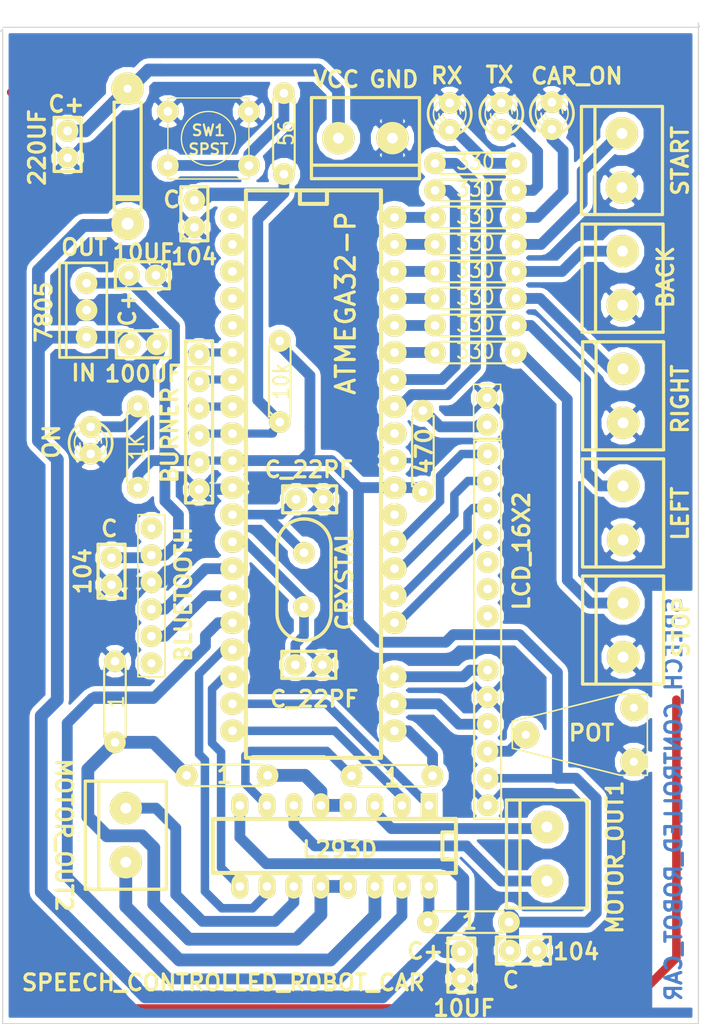
<source format=kicad_pcb>
(kicad_pcb (version 3) (host pcbnew "(2013-07-07 BZR 4022)-stable")

  (general
    (links 105)
    (no_connects 0)
    (area 26.361428 53.6116 297.548573 153.050001)
    (thickness 1.6)
    (drawings 49)
    (tracks 378)
    (zones 0)
    (modules 48)
    (nets 53)
  )

  (page A4)
  (layers
    (15 F.Cu signal)
    (0 B.Cu signal)
    (16 B.Adhes user)
    (17 F.Adhes user)
    (18 B.Paste user)
    (19 F.Paste user)
    (20 B.SilkS user)
    (21 F.SilkS user)
    (22 B.Mask user)
    (23 F.Mask user)
    (24 Dwgs.User user)
    (25 Cmts.User user)
    (26 Eco1.User user)
    (27 Eco2.User user)
    (28 Edge.Cuts user)
  )

  (setup
    (last_trace_width 0.254)
    (user_trace_width 0.635)
    (user_trace_width 0.762)
    (user_trace_width 0.8)
    (user_trace_width 0.9)
    (user_trace_width 1.016)
    (user_trace_width 1.2)
    (user_trace_width 1.5)
    (user_trace_width 2.032)
    (trace_clearance 0.254)
    (zone_clearance 0.508)
    (zone_45_only yes)
    (trace_min 0.254)
    (segment_width 0.2)
    (edge_width 0.1)
    (via_size 0.889)
    (via_drill 0.635)
    (via_min_size 0.889)
    (via_min_drill 0.508)
    (user_via 6.35 1.016)
    (uvia_size 0.508)
    (uvia_drill 0.127)
    (uvias_allowed no)
    (uvia_min_size 0.508)
    (uvia_min_drill 0.127)
    (pcb_text_width 0.3)
    (pcb_text_size 1.5 1.5)
    (mod_edge_width 0.15)
    (mod_text_size 1 1)
    (mod_text_width 0.15)
    (pad_size 3.048 3.048)
    (pad_drill 1.016)
    (pad_to_mask_clearance 0)
    (aux_axis_origin 0 0)
    (visible_elements 7FFFFFFF)
    (pcbplotparams
      (layerselection 3178497)
      (usegerberextensions true)
      (excludeedgelayer true)
      (linewidth 0.150000)
      (plotframeref false)
      (viasonmask false)
      (mode 1)
      (useauxorigin false)
      (hpglpennumber 1)
      (hpglpenspeed 20)
      (hpglpendiameter 15)
      (hpglpenoverlay 2)
      (psnegative false)
      (psa4output false)
      (plotreference true)
      (plotvalue true)
      (plotothertext true)
      (plotinvisibletext false)
      (padsonsilk false)
      (subtractmaskfromsilk false)
      (outputformat 1)
      (mirror false)
      (drillshape 1)
      (scaleselection 1)
      (outputdirectory ""))
  )

  (net 0 "")
  (net 1 /A)
  (net 2 /B)
  (net 3 /BL)
  (net 4 /C)
  (net 5 /D)
  (net 6 /D4)
  (net 7 /D5)
  (net 8 /D6)
  (net 9 /D7)
  (net 10 /E)
  (net 11 /E1)
  (net 12 /F)
  (net 13 /FL)
  (net 14 /G)
  (net 15 /GND)
  (net 16 /H)
  (net 17 /LL)
  (net 18 /M1OUT0)
  (net 19 /M1OUT1)
  (net 20 /M2OUT0)
  (net 21 /M2OUT1)
  (net 22 /MISO)
  (net 23 /MOSI)
  (net 24 /MVCC)
  (net 25 /OL)
  (net 26 /RESET)
  (net 27 /RL)
  (net 28 /RS)
  (net 29 /RXD)
  (net 30 /RXL)
  (net 31 /SCK)
  (net 32 /SL)
  (net 33 /TXD)
  (net 34 /TXL)
  (net 35 /VCC)
  (net 36 /VDD)
  (net 37 /ocr1a)
  (net 38 /ocr1b)
  (net 39 /sm11)
  (net 40 /sm12)
  (net 41 /sm21)
  (net 42 /sm22)
  (net 43 N-0000016)
  (net 44 N-0000017)
  (net 45 N-0000018)
  (net 46 N-0000019)
  (net 47 N-0000020)
  (net 48 N-0000021)
  (net 49 N-0000023)
  (net 50 N-0000024)
  (net 51 N-0000036)
  (net 52 N-000009)

  (net_class Default "This is the default net class."
    (clearance 0.254)
    (trace_width 0.254)
    (via_dia 0.889)
    (via_drill 0.635)
    (uvia_dia 0.508)
    (uvia_drill 0.127)
    (add_net "")
    (add_net /A)
    (add_net /B)
    (add_net /BL)
    (add_net /C)
    (add_net /D)
    (add_net /D4)
    (add_net /D5)
    (add_net /D6)
    (add_net /D7)
    (add_net /E)
    (add_net /E1)
    (add_net /F)
    (add_net /FL)
    (add_net /G)
    (add_net /GND)
    (add_net /H)
    (add_net /LL)
    (add_net /M1OUT0)
    (add_net /M1OUT1)
    (add_net /M2OUT0)
    (add_net /M2OUT1)
    (add_net /MISO)
    (add_net /MOSI)
    (add_net /MVCC)
    (add_net /OL)
    (add_net /RESET)
    (add_net /RL)
    (add_net /RS)
    (add_net /RXD)
    (add_net /RXL)
    (add_net /SCK)
    (add_net /SL)
    (add_net /TXD)
    (add_net /TXL)
    (add_net /VCC)
    (add_net /VDD)
    (add_net /ocr1a)
    (add_net /ocr1b)
    (add_net /sm11)
    (add_net /sm12)
    (add_net /sm21)
    (add_net /sm22)
    (add_net N-0000016)
    (add_net N-0000017)
    (add_net N-0000018)
    (add_net N-0000019)
    (add_net N-0000020)
    (add_net N-0000021)
    (add_net N-0000023)
    (add_net N-0000024)
    (add_net N-0000036)
    (add_net N-000009)
  )

  (module C1 (layer F.Cu) (tedit 57AC72E9) (tstamp 57AC807F)
    (at 228.6 88.63)
    (descr "Condensateur e = 1 pas")
    (tags C)
    (path /57A98DA3)
    (fp_text reference "" (at 0.254 -2.286) (layer F.SilkS)
      (effects (font (size 1.016 1.016) (thickness 0.2032)))
    )
    (fp_text value C (at 0 -2.286) (layer F.SilkS) hide
      (effects (font (size 1.016 1.016) (thickness 0.2032)))
    )
    (fp_line (start -2.4892 -1.27) (end 2.54 -1.27) (layer F.SilkS) (width 0.3048))
    (fp_line (start 2.54 -1.27) (end 2.54 1.27) (layer F.SilkS) (width 0.3048))
    (fp_line (start 2.54 1.27) (end -2.54 1.27) (layer F.SilkS) (width 0.3048))
    (fp_line (start -2.54 1.27) (end -2.54 -1.27) (layer F.SilkS) (width 0.3048))
    (fp_line (start -2.54 -0.635) (end -1.905 -1.27) (layer F.SilkS) (width 0.3048))
    (pad 1 thru_hole circle (at -1.27 0) (size 2.032 2.032) (drill 0.8128)
      (layers *.Cu *.Mask F.SilkS)
      (net 24 /MVCC)
    )
    (pad 2 thru_hole circle (at 1.27 0) (size 2.032 2.032) (drill 0.8128)
      (layers *.Cu *.Mask F.SilkS)
      (net 15 /GND)
    )
    (model discret/capa_1_pas.wrl
      (at (xyz 0 0 0))
      (scale (xyz 1 1 1))
      (rotate (xyz 0 0 0))
    )
  )

  (module C1 (layer F.Cu) (tedit 57AC72C1) (tstamp 57AC8075)
    (at 228.51 82.14)
    (descr "Condensateur e = 1 pas")
    (tags C)
    (path /57A98DB0)
    (fp_text reference "" (at 0.254 -2.286) (layer F.SilkS)
      (effects (font (size 1.016 1.016) (thickness 0.2032)))
    )
    (fp_text value C (at 0 -2.286) (layer F.SilkS) hide
      (effects (font (size 1.016 1.016) (thickness 0.2032)))
    )
    (fp_line (start -2.4892 -1.27) (end 2.54 -1.27) (layer F.SilkS) (width 0.3048))
    (fp_line (start 2.54 -1.27) (end 2.54 1.27) (layer F.SilkS) (width 0.3048))
    (fp_line (start 2.54 1.27) (end -2.54 1.27) (layer F.SilkS) (width 0.3048))
    (fp_line (start -2.54 1.27) (end -2.54 -1.27) (layer F.SilkS) (width 0.3048))
    (fp_line (start -2.54 -0.635) (end -1.905 -1.27) (layer F.SilkS) (width 0.3048))
    (pad 1 thru_hole circle (at -1.27 0) (size 2.032 2.032) (drill 0.8128)
      (layers *.Cu *.Mask F.SilkS)
      (net 35 /VCC)
    )
    (pad 2 thru_hole circle (at 1.27 0) (size 2.032 2.032) (drill 0.8128)
      (layers *.Cu *.Mask F.SilkS)
      (net 15 /GND)
    )
    (model discret/capa_1_pas.wrl
      (at (xyz 0 0 0))
      (scale (xyz 1 1 1))
      (rotate (xyz 0 0 0))
    )
  )

  (module C1 (layer F.Cu) (tedit 57AC6F22) (tstamp 57AC806B)
    (at 221.48 69.84 270)
    (descr "Condensateur e = 1 pas")
    (tags C)
    (path /57AC60F4)
    (fp_text reference "" (at 0.254 -2.286 270) (layer F.SilkS)
      (effects (font (size 1.016 1.016) (thickness 0.2032)))
    )
    (fp_text value "" (at 0 -2.286 270) (layer F.SilkS) hide
      (effects (font (size 1.016 1.016) (thickness 0.2032)))
    )
    (fp_line (start -2.4892 -1.27) (end 2.54 -1.27) (layer F.SilkS) (width 0.3048))
    (fp_line (start 2.54 -1.27) (end 2.54 1.27) (layer F.SilkS) (width 0.3048))
    (fp_line (start 2.54 1.27) (end -2.54 1.27) (layer F.SilkS) (width 0.3048))
    (fp_line (start -2.54 1.27) (end -2.54 -1.27) (layer F.SilkS) (width 0.3048))
    (fp_line (start -2.54 -0.635) (end -1.905 -1.27) (layer F.SilkS) (width 0.3048))
    (pad 1 thru_hole circle (at -1.27 0 270) (size 2.032 2.032) (drill 0.8128)
      (layers *.Cu *.Mask F.SilkS)
      (net 47 N-0000020)
    )
    (pad 2 thru_hole circle (at 1.27 0 270) (size 2.032 2.032) (drill 0.8128)
      (layers *.Cu *.Mask F.SilkS)
      (net 15 /GND)
    )
    (model discret/capa_1_pas.wrl
      (at (xyz 0 0 0))
      (scale (xyz 1 1 1))
      (rotate (xyz 0 0 0))
    )
  )

  (module R3 (layer F.Cu) (tedit 57AC73D4) (tstamp 57AC805E)
    (at 254.89 98.67 90)
    (descr "Resitance 3 pas")
    (tags R)
    (path /57AC5EDC)
    (autoplace_cost180 10)
    (fp_text reference "" (at 0 0.127 90) (layer F.SilkS) hide
      (effects (font (size 1.397 1.27) (thickness 0.2032)))
    )
    (fp_text value "" (at 0 0.127 90) (layer F.SilkS)
      (effects (font (size 1.397 1.27) (thickness 0.2032)))
    )
    (fp_line (start -3.81 0) (end -3.302 0) (layer F.SilkS) (width 0.2032))
    (fp_line (start 3.81 0) (end 3.302 0) (layer F.SilkS) (width 0.2032))
    (fp_line (start 3.302 0) (end 3.302 -1.016) (layer F.SilkS) (width 0.2032))
    (fp_line (start 3.302 -1.016) (end -3.302 -1.016) (layer F.SilkS) (width 0.2032))
    (fp_line (start -3.302 -1.016) (end -3.302 1.016) (layer F.SilkS) (width 0.2032))
    (fp_line (start -3.302 1.016) (end 3.302 1.016) (layer F.SilkS) (width 0.2032))
    (fp_line (start 3.302 1.016) (end 3.302 0) (layer F.SilkS) (width 0.2032))
    (fp_line (start -3.302 -0.508) (end -2.794 -1.016) (layer F.SilkS) (width 0.2032))
    (pad 1 thru_hole circle (at -3.81 0 90) (size 2.032 2.032) (drill 0.8128)
      (layers *.Cu *.Mask F.SilkS)
      (net 35 /VCC)
    )
    (pad 2 thru_hole circle (at 3.81 0 90) (size 2.032 2.032) (drill 0.8128)
      (layers *.Cu *.Mask F.SilkS)
      (net 48 N-0000021)
    )
    (model discret/resistor.wrl
      (at (xyz 0 0 0))
      (scale (xyz 0.3 0.3 0.3))
      (rotate (xyz 0 0 0))
    )
  )

  (module PIN_ARRAY_2X1 (layer F.Cu) (tedit 57AC73C0) (tstamp 57AC8055)
    (at 260.93 94.93 90)
    (descr "Connecteurs 2 pins")
    (tags "CONN DEV")
    (path /57AC59BA)
    (fp_text reference "" (at 0 -1.905 90) (layer F.SilkS)
      (effects (font (size 0.762 0.762) (thickness 0.1524)))
    )
    (fp_text value "" (at 0 -1.905 90) (layer F.SilkS) hide
      (effects (font (size 0.762 0.762) (thickness 0.1524)))
    )
    (fp_line (start -2.54 1.27) (end -2.54 -1.27) (layer F.SilkS) (width 0.1524))
    (fp_line (start -2.54 -1.27) (end 2.54 -1.27) (layer F.SilkS) (width 0.1524))
    (fp_line (start 2.54 -1.27) (end 2.54 1.27) (layer F.SilkS) (width 0.1524))
    (fp_line (start 2.54 1.27) (end -2.54 1.27) (layer F.SilkS) (width 0.1524))
    (pad 1 thru_hole circle (at -1.27 0 90) (size 2.032 2.032) (drill 0.8128)
      (layers *.Cu *.Mask F.SilkS)
      (net 48 N-0000021)
    )
    (pad 2 thru_hole circle (at 1.27 0 90) (size 2.032 2.032) (drill 0.8128)
      (layers *.Cu *.Mask F.SilkS)
      (net 15 /GND)
    )
    (model pin_array/pins_array_2x1.wrl
      (at (xyz 0 0 0))
      (scale (xyz 1 1 1))
      (rotate (xyz 0 0 0))
    )
  )

  (module D5 (layer F.Cu) (tedit 57AC7544) (tstamp 57AC8046)
    (at 227.12 70.95 270)
    (descr "Diode 5 pas")
    (tags "DIODE DEV")
    (path /57AC4E67)
    (fp_text reference "" (at 0 0 270) (layer F.SilkS)
      (effects (font (size 1.524 1.016) (thickness 0.254)))
    )
    (fp_text value DIODE (at -0.09 -0.36 270) (layer F.SilkS) hide
      (effects (font (size 1.524 1.016) (thickness 0.3048)))
    )
    (fp_line (start 6.35 0) (end 5.08 0) (layer F.SilkS) (width 0.3048))
    (fp_line (start 5.08 0) (end 5.08 -1.27) (layer F.SilkS) (width 0.3048))
    (fp_line (start 5.08 -1.27) (end -5.08 -1.27) (layer F.SilkS) (width 0.3048))
    (fp_line (start -5.08 -1.27) (end -5.08 0) (layer F.SilkS) (width 0.3048))
    (fp_line (start -5.08 0) (end -6.35 0) (layer F.SilkS) (width 0.3048))
    (fp_line (start -5.08 0) (end -5.08 1.27) (layer F.SilkS) (width 0.3048))
    (fp_line (start -5.08 1.27) (end 5.08 1.27) (layer F.SilkS) (width 0.3048))
    (fp_line (start 5.08 1.27) (end 5.08 0) (layer F.SilkS) (width 0.3048))
    (fp_line (start 3.81 -1.27) (end 3.81 1.27) (layer F.SilkS) (width 0.3048))
    (fp_line (start 4.064 -1.27) (end 4.064 1.27) (layer F.SilkS) (width 0.3048))
    (pad 1 thru_hole circle (at -6.35 0 270) (size 3.048 3.048) (drill 0.762)
      (layers *.Cu *.Mask F.SilkS)
      (net 47 N-0000020)
    )
    (pad 2 thru_hole circle (at 6.35 0 270) (size 3.048 3.048) (drill 1.143)
      (layers *.Cu *.Mask F.SilkS)
      (net 24 /MVCC)
    )
    (model discret/diode.wrl
      (at (xyz 0 0 0))
      (scale (xyz 0.5 0.5 0.5))
      (rotate (xyz 0 0 0))
    )
  )

  (module R3 (layer F.Cu) (tedit 57AC7415) (tstamp 57AC8039)
    (at 259.18 142.94 180)
    (descr "Resitance 3 pas")
    (tags R)
    (path /57AC4E0A)
    (autoplace_cost180 10)
    (fp_text reference "" (at 0 0.09 180) (layer F.SilkS) hide
      (effects (font (size 1.397 1.27) (thickness 0.2032)))
    )
    (fp_text value "" (at 0 0.127 180) (layer F.SilkS)
      (effects (font (size 1.397 1.27) (thickness 0.2032)))
    )
    (fp_line (start -3.81 0) (end -3.302 0) (layer F.SilkS) (width 0.2032))
    (fp_line (start 3.81 0) (end 3.302 0) (layer F.SilkS) (width 0.2032))
    (fp_line (start 3.302 0) (end 3.302 -1.016) (layer F.SilkS) (width 0.2032))
    (fp_line (start 3.302 -1.016) (end -3.302 -1.016) (layer F.SilkS) (width 0.2032))
    (fp_line (start -3.302 -1.016) (end -3.302 1.016) (layer F.SilkS) (width 0.2032))
    (fp_line (start -3.302 1.016) (end 3.302 1.016) (layer F.SilkS) (width 0.2032))
    (fp_line (start 3.302 1.016) (end 3.302 0) (layer F.SilkS) (width 0.2032))
    (fp_line (start -3.302 -0.508) (end -2.794 -1.016) (layer F.SilkS) (width 0.2032))
    (pad 1 thru_hole circle (at -3.81 0 180) (size 2.032 2.032) (drill 0.8128)
      (layers *.Cu *.Mask F.SilkS)
      (net 35 /VCC)
    )
    (pad 2 thru_hole circle (at 3.81 0 180) (size 2.032 2.032) (drill 0.8128)
      (layers *.Cu *.Mask F.SilkS)
      (net 50 N-0000024)
    )
    (model discret/resistor.wrl
      (at (xyz 0 0 0))
      (scale (xyz 0.3 0.3 0.3))
      (rotate (xyz 0 0 0))
    )
  )

  (module R3 (layer F.Cu) (tedit 57AC73FB) (tstamp 57AC802C)
    (at 251.99 129.19)
    (descr "Resitance 3 pas")
    (tags R)
    (path /57AC4DE6)
    (autoplace_cost180 10)
    (fp_text reference "" (at 0 0.127) (layer F.SilkS) hide
      (effects (font (size 1.397 1.27) (thickness 0.2032)))
    )
    (fp_text value "" (at 0 0.127) (layer F.SilkS)
      (effects (font (size 1.397 1.27) (thickness 0.2032)))
    )
    (fp_line (start -3.81 0) (end -3.302 0) (layer F.SilkS) (width 0.2032))
    (fp_line (start 3.81 0) (end 3.302 0) (layer F.SilkS) (width 0.2032))
    (fp_line (start 3.302 0) (end 3.302 -1.016) (layer F.SilkS) (width 0.2032))
    (fp_line (start 3.302 -1.016) (end -3.302 -1.016) (layer F.SilkS) (width 0.2032))
    (fp_line (start -3.302 -1.016) (end -3.302 1.016) (layer F.SilkS) (width 0.2032))
    (fp_line (start -3.302 1.016) (end 3.302 1.016) (layer F.SilkS) (width 0.2032))
    (fp_line (start 3.302 1.016) (end 3.302 0) (layer F.SilkS) (width 0.2032))
    (fp_line (start -3.302 -0.508) (end -2.794 -1.016) (layer F.SilkS) (width 0.2032))
    (pad 1 thru_hole circle (at -3.81 0) (size 2.032 2.032) (drill 0.8128)
      (layers *.Cu *.Mask F.SilkS)
      (net 43 N-0000016)
    )
    (pad 2 thru_hole circle (at 3.81 0) (size 2.032 2.032) (drill 0.8128)
      (layers *.Cu *.Mask F.SilkS)
      (net 40 /sm12)
    )
    (model discret/resistor.wrl
      (at (xyz 0 0 0))
      (scale (xyz 0.3 0.3 0.3))
      (rotate (xyz 0 0 0))
    )
  )

  (module R3 (layer F.Cu) (tedit 57AC721A) (tstamp 57AC801F)
    (at 236.48 129.15 180)
    (descr "Resitance 3 pas")
    (tags R)
    (path /57AC4DB2)
    (autoplace_cost180 10)
    (fp_text reference "" (at 0 0.127 180) (layer F.SilkS) hide
      (effects (font (size 1.397 1.27) (thickness 0.2032)))
    )
    (fp_text value "" (at 0 0.127 180) (layer F.SilkS)
      (effects (font (size 1.397 1.27) (thickness 0.2032)))
    )
    (fp_line (start -3.81 0) (end -3.302 0) (layer F.SilkS) (width 0.2032))
    (fp_line (start 3.81 0) (end 3.302 0) (layer F.SilkS) (width 0.2032))
    (fp_line (start 3.302 0) (end 3.302 -1.016) (layer F.SilkS) (width 0.2032))
    (fp_line (start 3.302 -1.016) (end -3.302 -1.016) (layer F.SilkS) (width 0.2032))
    (fp_line (start -3.302 -1.016) (end -3.302 1.016) (layer F.SilkS) (width 0.2032))
    (fp_line (start -3.302 1.016) (end 3.302 1.016) (layer F.SilkS) (width 0.2032))
    (fp_line (start 3.302 1.016) (end 3.302 0) (layer F.SilkS) (width 0.2032))
    (fp_line (start -3.302 -0.508) (end -2.794 -1.016) (layer F.SilkS) (width 0.2032))
    (pad 1 thru_hole circle (at -3.81 0 180) (size 2.032 2.032) (drill 0.8128)
      (layers *.Cu *.Mask F.SilkS)
      (net 44 N-0000017)
    )
    (pad 2 thru_hole circle (at 3.81 0 180) (size 2.032 2.032) (drill 0.8128)
      (layers *.Cu *.Mask F.SilkS)
      (net 49 N-0000023)
    )
    (model discret/resistor.wrl
      (at (xyz 0 0 0))
      (scale (xyz 0.3 0.3 0.3))
      (rotate (xyz 0 0 0))
    )
  )

  (module R3 (layer F.Cu) (tedit 57AC7248) (tstamp 57AC8012)
    (at 225.93 122.23 90)
    (descr "Resitance 3 pas")
    (tags R)
    (path /57AC4D66)
    (autoplace_cost180 10)
    (fp_text reference "" (at 0 0.127 90) (layer F.SilkS) hide
      (effects (font (size 1.397 1.27) (thickness 0.2032)))
    )
    (fp_text value 1 (at 0 0.127 90) (layer F.SilkS)
      (effects (font (size 1.397 1.27) (thickness 0.2032)))
    )
    (fp_line (start -3.81 0) (end -3.302 0) (layer F.SilkS) (width 0.2032))
    (fp_line (start 3.81 0) (end 3.302 0) (layer F.SilkS) (width 0.2032))
    (fp_line (start 3.302 0) (end 3.302 -1.016) (layer F.SilkS) (width 0.2032))
    (fp_line (start 3.302 -1.016) (end -3.302 -1.016) (layer F.SilkS) (width 0.2032))
    (fp_line (start -3.302 -1.016) (end -3.302 1.016) (layer F.SilkS) (width 0.2032))
    (fp_line (start -3.302 1.016) (end 3.302 1.016) (layer F.SilkS) (width 0.2032))
    (fp_line (start 3.302 1.016) (end 3.302 0) (layer F.SilkS) (width 0.2032))
    (fp_line (start -3.302 -0.508) (end -2.794 -1.016) (layer F.SilkS) (width 0.2032))
    (pad 1 thru_hole circle (at -3.81 0 90) (size 2.032 2.032) (drill 0.8128)
      (layers *.Cu *.Mask F.SilkS)
      (net 49 N-0000023)
    )
    (pad 2 thru_hole circle (at 3.81 0 90) (size 2.032 2.032) (drill 0.8128)
      (layers *.Cu *.Mask F.SilkS)
      (net 15 /GND)
    )
    (model discret/resistor.wrl
      (at (xyz 0 0 0))
      (scale (xyz 0.3 0.3 0.3))
      (rotate (xyz 0 0 0))
    )
  )

  (module bornier2 (layer F.Cu) (tedit 57AC71CA) (tstamp 57AC8008)
    (at 266.56 136.54 270)
    (descr "Bornier d'alimentation 2 pins")
    (tags DEV)
    (path /57A98DB8)
    (fp_text reference "" (at 0 -5.08 270) (layer F.SilkS)
      (effects (font (size 1.524 1.524) (thickness 0.3048)))
    )
    (fp_text value "" (at 0 5.08 270) (layer F.SilkS)
      (effects (font (size 1.524 1.524) (thickness 0.3048)))
    )
    (fp_line (start 5.08 2.54) (end -5.08 2.54) (layer F.SilkS) (width 0.3048))
    (fp_line (start 5.08 3.81) (end 5.08 -3.81) (layer F.SilkS) (width 0.3048))
    (fp_line (start 5.08 -3.81) (end -5.08 -3.81) (layer F.SilkS) (width 0.3048))
    (fp_line (start -5.08 -3.81) (end -5.08 3.81) (layer F.SilkS) (width 0.3048))
    (fp_line (start -5.08 3.81) (end 5.08 3.81) (layer F.SilkS) (width 0.3048))
    (pad 1 thru_hole circle (at -2.54 0 270) (size 3.048 3.048) (drill 1.016)
      (layers *.Cu *.Mask F.SilkS)
      (net 18 /M1OUT0)
    )
    (pad 2 thru_hole circle (at 2.54 0 270) (size 3.048 3.048) (drill 1.016)
      (layers *.Cu *.Mask F.SilkS)
      (net 19 /M1OUT1)
    )
    (model device/bornier_2.wrl
      (at (xyz 0 0 0))
      (scale (xyz 1 1 1))
      (rotate (xyz 0 0 0))
    )
  )

  (module bornier2 (layer F.Cu) (tedit 57AC71FA) (tstamp 57AC7FFE)
    (at 226.95 134.77 270)
    (descr "Bornier d'alimentation 2 pins")
    (tags DEV)
    (path /57A98DC5)
    (fp_text reference "" (at 0 -5.08 270) (layer F.SilkS)
      (effects (font (size 1.524 1.524) (thickness 0.3048)))
    )
    (fp_text value "" (at 0 5.08 270) (layer F.SilkS)
      (effects (font (size 1.524 1.524) (thickness 0.3048)))
    )
    (fp_line (start 5.08 2.54) (end -5.08 2.54) (layer F.SilkS) (width 0.3048))
    (fp_line (start 5.08 3.81) (end 5.08 -3.81) (layer F.SilkS) (width 0.3048))
    (fp_line (start 5.08 -3.81) (end -5.08 -3.81) (layer F.SilkS) (width 0.3048))
    (fp_line (start -5.08 -3.81) (end -5.08 3.81) (layer F.SilkS) (width 0.3048))
    (fp_line (start -5.08 3.81) (end 5.08 3.81) (layer F.SilkS) (width 0.3048))
    (pad 1 thru_hole circle (at -2.54 0 270) (size 3.048 3.048) (drill 1.016)
      (layers *.Cu *.Mask F.SilkS)
      (net 20 /M2OUT0)
    )
    (pad 2 thru_hole circle (at 2.54 0 270) (size 3.048 3.048) (drill 1.016)
      (layers *.Cu *.Mask F.SilkS)
      (net 21 /M2OUT1)
    )
    (model device/bornier_2.wrl
      (at (xyz 0 0 0))
      (scale (xyz 1 1 1))
      (rotate (xyz 0 0 0))
    )
  )

  (module bornier2 (layer F.Cu) (tedit 57AC6EA3) (tstamp 57AC7FF4)
    (at 249.49 69.25)
    (descr "Bornier d'alimentation 2 pins")
    (tags DEV)
    (path /57A98DCD)
    (fp_text reference "" (at 0 -5.08) (layer F.SilkS)
      (effects (font (size 1.524 1.524) (thickness 0.3048)))
    )
    (fp_text value "" (at 5.42 -12.45) (layer F.SilkS)
      (effects (font (size 1.524 1.524) (thickness 0.3048)))
    )
    (fp_line (start 5.08 2.54) (end -5.08 2.54) (layer F.SilkS) (width 0.3048))
    (fp_line (start 5.08 3.81) (end 5.08 -3.81) (layer F.SilkS) (width 0.3048))
    (fp_line (start 5.08 -3.81) (end -5.08 -3.81) (layer F.SilkS) (width 0.3048))
    (fp_line (start -5.08 -3.81) (end -5.08 3.81) (layer F.SilkS) (width 0.3048))
    (fp_line (start -5.08 3.81) (end 5.08 3.81) (layer F.SilkS) (width 0.3048))
    (pad 1 thru_hole circle (at -2.54 0) (size 3.048 3.048) (drill 1.016)
      (layers *.Cu *.Mask F.SilkS)
      (net 47 N-0000020)
    )
    (pad 2 thru_hole circle (at 2.54 0) (size 3.048 3.048) (drill 1.016)
      (layers *.Cu *.Mask F.SilkS)
      (net 15 /GND)
    )
    (model device/bornier_2.wrl
      (at (xyz 0 0 0))
      (scale (xyz 1 1 1))
      (rotate (xyz 0 0 0))
    )
  )

  (module bornier2 (layer F.Cu) (tedit 57AC701D) (tstamp 57AC7FEA)
    (at 273.72 115.49 270)
    (descr "Bornier d'alimentation 2 pins")
    (tags DEV)
    (path /57AB0EBE)
    (fp_text reference "" (at 0 -5.08 270) (layer F.SilkS)
      (effects (font (size 1.524 1.524) (thickness 0.3048)))
    )
    (fp_text value "" (at -0.28 -5.46 270) (layer F.SilkS)
      (effects (font (size 1.524 1.524) (thickness 0.3048)))
    )
    (fp_line (start 5.08 2.54) (end -5.08 2.54) (layer F.SilkS) (width 0.3048))
    (fp_line (start 5.08 3.81) (end 5.08 -3.81) (layer F.SilkS) (width 0.3048))
    (fp_line (start 5.08 -3.81) (end -5.08 -3.81) (layer F.SilkS) (width 0.3048))
    (fp_line (start -5.08 -3.81) (end -5.08 3.81) (layer F.SilkS) (width 0.3048))
    (fp_line (start -5.08 3.81) (end 5.08 3.81) (layer F.SilkS) (width 0.3048))
    (pad 1 thru_hole circle (at -2.54 0 270) (size 3.048 3.048) (drill 1.016)
      (layers *.Cu *.Mask F.SilkS)
      (net 12 /F)
    )
    (pad 2 thru_hole circle (at 2.54 0 270) (size 3.048 3.048) (drill 1.016)
      (layers *.Cu *.Mask F.SilkS)
      (net 15 /GND)
    )
    (model device/bornier_2.wrl
      (at (xyz 0 0 0))
      (scale (xyz 1 1 1))
      (rotate (xyz 0 0 0))
    )
  )

  (module bornier2 (layer F.Cu) (tedit 57AC7022) (tstamp 57AC7FE0)
    (at 273.72 104.48 270)
    (descr "Bornier d'alimentation 2 pins")
    (tags DEV)
    (path /57AB0E94)
    (fp_text reference "" (at 0 -5.08 270) (layer F.SilkS)
      (effects (font (size 1.524 1.524) (thickness 0.3048)))
    )
    (fp_text value "" (at -0.03 -5.37 270) (layer F.SilkS)
      (effects (font (size 1.524 1.524) (thickness 0.3048)))
    )
    (fp_line (start 5.08 2.54) (end -5.08 2.54) (layer F.SilkS) (width 0.3048))
    (fp_line (start 5.08 3.81) (end 5.08 -3.81) (layer F.SilkS) (width 0.3048))
    (fp_line (start 5.08 -3.81) (end -5.08 -3.81) (layer F.SilkS) (width 0.3048))
    (fp_line (start -5.08 -3.81) (end -5.08 3.81) (layer F.SilkS) (width 0.3048))
    (fp_line (start -5.08 3.81) (end 5.08 3.81) (layer F.SilkS) (width 0.3048))
    (pad 1 thru_hole circle (at -2.54 0 270) (size 3.048 3.048) (drill 1.016)
      (layers *.Cu *.Mask F.SilkS)
      (net 5 /D)
    )
    (pad 2 thru_hole circle (at 2.54 0 270) (size 3.048 3.048) (drill 1.016)
      (layers *.Cu *.Mask F.SilkS)
      (net 15 /GND)
    )
    (model device/bornier_2.wrl
      (at (xyz 0 0 0))
      (scale (xyz 1 1 1))
      (rotate (xyz 0 0 0))
    )
  )

  (module bornier2 (layer F.Cu) (tedit 57AC7026) (tstamp 57AC7FD6)
    (at 273.72 93.47 270)
    (descr "Bornier d'alimentation 2 pins")
    (tags DEV)
    (path /57AB0E8E)
    (fp_text reference "" (at 0 -5.08 270) (layer F.SilkS)
      (effects (font (size 1.524 1.524) (thickness 0.3048)))
    )
    (fp_text value "" (at 0.31 -5.37 270) (layer F.SilkS)
      (effects (font (size 1.524 1.524) (thickness 0.3048)))
    )
    (fp_line (start 5.08 2.54) (end -5.08 2.54) (layer F.SilkS) (width 0.3048))
    (fp_line (start 5.08 3.81) (end 5.08 -3.81) (layer F.SilkS) (width 0.3048))
    (fp_line (start 5.08 -3.81) (end -5.08 -3.81) (layer F.SilkS) (width 0.3048))
    (fp_line (start -5.08 -3.81) (end -5.08 3.81) (layer F.SilkS) (width 0.3048))
    (fp_line (start -5.08 3.81) (end 5.08 3.81) (layer F.SilkS) (width 0.3048))
    (pad 1 thru_hole circle (at -2.54 0 270) (size 3.048 3.048) (drill 1.016)
      (layers *.Cu *.Mask F.SilkS)
      (net 4 /C)
    )
    (pad 2 thru_hole circle (at 2.54 0 270) (size 3.048 3.048) (drill 1.016)
      (layers *.Cu *.Mask F.SilkS)
      (net 15 /GND)
    )
    (model device/bornier_2.wrl
      (at (xyz 0 0 0))
      (scale (xyz 1 1 1))
      (rotate (xyz 0 0 0))
    )
  )

  (module bornier2 (layer F.Cu) (tedit 57AC704B) (tstamp 57AC7FCC)
    (at 273.67 82.41 270)
    (descr "Bornier d'alimentation 2 pins")
    (tags DEV)
    (path /57AB0E88)
    (fp_text reference "" (at 0 -5.08 270) (layer F.SilkS)
      (effects (font (size 1.524 1.524) (thickness 0.3048)))
    )
    (fp_text value "" (at -0.1 -5.33 270) (layer F.SilkS)
      (effects (font (size 1.524 1.524) (thickness 0.3048)))
    )
    (fp_line (start 5.08 2.54) (end -5.08 2.54) (layer F.SilkS) (width 0.3048))
    (fp_line (start 5.08 3.81) (end 5.08 -3.81) (layer F.SilkS) (width 0.3048))
    (fp_line (start 5.08 -3.81) (end -5.08 -3.81) (layer F.SilkS) (width 0.3048))
    (fp_line (start -5.08 -3.81) (end -5.08 3.81) (layer F.SilkS) (width 0.3048))
    (fp_line (start -5.08 3.81) (end 5.08 3.81) (layer F.SilkS) (width 0.3048))
    (pad 1 thru_hole circle (at -2.54 0 270) (size 3.048 3.048) (drill 1.016)
      (layers *.Cu *.Mask F.SilkS)
      (net 2 /B)
    )
    (pad 2 thru_hole circle (at 2.54 0 270) (size 3.048 3.048) (drill 1.016)
      (layers *.Cu *.Mask F.SilkS)
      (net 15 /GND)
    )
    (model device/bornier_2.wrl
      (at (xyz 0 0 0))
      (scale (xyz 1 1 1))
      (rotate (xyz 0 0 0))
    )
  )

  (module bornier2 (layer F.Cu) (tedit 57AC7050) (tstamp 57AC7FC2)
    (at 273.61 71.35 270)
    (descr "Bornier d'alimentation 2 pins")
    (tags DEV)
    (path /57AB0E7B)
    (fp_text reference "" (at 0 -5.08 270) (layer F.SilkS)
      (effects (font (size 1.524 1.524) (thickness 0.3048)))
    )
    (fp_text value "" (at 0.03 -5.48 270) (layer F.SilkS)
      (effects (font (size 1.524 1.524) (thickness 0.3048)))
    )
    (fp_line (start 5.08 2.54) (end -5.08 2.54) (layer F.SilkS) (width 0.3048))
    (fp_line (start 5.08 3.81) (end 5.08 -3.81) (layer F.SilkS) (width 0.3048))
    (fp_line (start 5.08 -3.81) (end -5.08 -3.81) (layer F.SilkS) (width 0.3048))
    (fp_line (start -5.08 -3.81) (end -5.08 3.81) (layer F.SilkS) (width 0.3048))
    (fp_line (start -5.08 3.81) (end 5.08 3.81) (layer F.SilkS) (width 0.3048))
    (pad 1 thru_hole circle (at -2.54 0 270) (size 3.048 3.048) (drill 1.016)
      (layers *.Cu *.Mask F.SilkS)
      (net 1 /A)
    )
    (pad 2 thru_hole circle (at 2.54 0 270) (size 3.048 3.048) (drill 1.016)
      (layers *.Cu *.Mask F.SilkS)
      (net 15 /GND)
    )
    (model device/bornier_2.wrl
      (at (xyz 0 0 0))
      (scale (xyz 1 1 1))
      (rotate (xyz 0 0 0))
    )
  )

  (module C1 (layer F.Cu) (tedit 57AC73F1) (tstamp 57AC7FB8)
    (at 244.16 118.76)
    (descr "Condensateur e = 1 pas")
    (tags C)
    (path /57A985B7)
    (fp_text reference "" (at 0.254 -2.286) (layer F.SilkS)
      (effects (font (size 1.016 1.016) (thickness 0.2032)))
    )
    (fp_text value C (at 0 -2.286) (layer F.SilkS) hide
      (effects (font (size 1.016 1.016) (thickness 0.2032)))
    )
    (fp_line (start -2.4892 -1.27) (end 2.54 -1.27) (layer F.SilkS) (width 0.3048))
    (fp_line (start 2.54 -1.27) (end 2.54 1.27) (layer F.SilkS) (width 0.3048))
    (fp_line (start 2.54 1.27) (end -2.54 1.27) (layer F.SilkS) (width 0.3048))
    (fp_line (start -2.54 1.27) (end -2.54 -1.27) (layer F.SilkS) (width 0.3048))
    (fp_line (start -2.54 -0.635) (end -1.905 -1.27) (layer F.SilkS) (width 0.3048))
    (pad 1 thru_hole circle (at -1.27 0) (size 2.032 2.032) (drill 0.8128)
      (layers *.Cu *.Mask F.SilkS)
      (net 46 N-0000019)
    )
    (pad 2 thru_hole circle (at 1.27 0) (size 2.032 2.032) (drill 0.8128)
      (layers *.Cu *.Mask F.SilkS)
      (net 15 /GND)
    )
    (model discret/capa_1_pas.wrl
      (at (xyz 0 0 0))
      (scale (xyz 1 1 1))
      (rotate (xyz 0 0 0))
    )
  )

  (module C1 (layer F.Cu) (tedit 57AC739D) (tstamp 57AC7FAE)
    (at 244.24 103.2)
    (descr "Condensateur e = 1 pas")
    (tags C)
    (path /57A985C4)
    (fp_text reference "" (at 0.254 -2.286) (layer F.SilkS)
      (effects (font (size 1.016 1.016) (thickness 0.2032)))
    )
    (fp_text value "" (at 0 -2.286) (layer F.SilkS) hide
      (effects (font (size 1.016 1.016) (thickness 0.2032)))
    )
    (fp_line (start -2.4892 -1.27) (end 2.54 -1.27) (layer F.SilkS) (width 0.3048))
    (fp_line (start 2.54 -1.27) (end 2.54 1.27) (layer F.SilkS) (width 0.3048))
    (fp_line (start 2.54 1.27) (end -2.54 1.27) (layer F.SilkS) (width 0.3048))
    (fp_line (start -2.54 1.27) (end -2.54 -1.27) (layer F.SilkS) (width 0.3048))
    (fp_line (start -2.54 -0.635) (end -1.905 -1.27) (layer F.SilkS) (width 0.3048))
    (pad 1 thru_hole circle (at -1.27 0) (size 2.032 2.032) (drill 0.8128)
      (layers *.Cu *.Mask F.SilkS)
      (net 45 N-0000018)
    )
    (pad 2 thru_hole circle (at 1.27 0) (size 2.032 2.032) (drill 0.8128)
      (layers *.Cu *.Mask F.SilkS)
      (net 15 /GND)
    )
    (model discret/capa_1_pas.wrl
      (at (xyz 0 0 0))
      (scale (xyz 1 1 1))
      (rotate (xyz 0 0 0))
    )
  )

  (module C1 (layer F.Cu) (tedit 57AC72A9) (tstamp 57AC7FA4)
    (at 233.4 76.36 90)
    (descr "Condensateur e = 1 pas")
    (tags C)
    (path /57A98E33)
    (fp_text reference "" (at 0.254 -2.286 90) (layer F.SilkS)
      (effects (font (size 1.016 1.016) (thickness 0.2032)))
    )
    (fp_text value C (at 0 -2.286 90) (layer F.SilkS) hide
      (effects (font (size 1.016 1.016) (thickness 0.2032)))
    )
    (fp_line (start -2.4892 -1.27) (end 2.54 -1.27) (layer F.SilkS) (width 0.3048))
    (fp_line (start 2.54 -1.27) (end 2.54 1.27) (layer F.SilkS) (width 0.3048))
    (fp_line (start 2.54 1.27) (end -2.54 1.27) (layer F.SilkS) (width 0.3048))
    (fp_line (start -2.54 1.27) (end -2.54 -1.27) (layer F.SilkS) (width 0.3048))
    (fp_line (start -2.54 -0.635) (end -1.905 -1.27) (layer F.SilkS) (width 0.3048))
    (pad 1 thru_hole circle (at -1.27 0 90) (size 2.032 2.032) (drill 0.8128)
      (layers *.Cu *.Mask F.SilkS)
      (net 15 /GND)
    )
    (pad 2 thru_hole circle (at 1.27 0 90) (size 2.032 2.032) (drill 0.8128)
      (layers *.Cu *.Mask F.SilkS)
      (net 26 /RESET)
    )
    (model discret/capa_1_pas.wrl
      (at (xyz 0 0 0))
      (scale (xyz 1 1 1))
      (rotate (xyz 0 0 0))
    )
  )

  (module C1 (layer F.Cu) (tedit 57AC7081) (tstamp 57AC7F9A)
    (at 258.51 146.98 270)
    (descr "Condensateur e = 1 pas")
    (tags C)
    (path /57AB0CA6)
    (fp_text reference "" (at 0.254 -2.286 270) (layer F.SilkS)
      (effects (font (size 1.016 1.016) (thickness 0.2032)))
    )
    (fp_text value "" (at 0 -2.286 270) (layer F.SilkS) hide
      (effects (font (size 1.016 1.016) (thickness 0.2032)))
    )
    (fp_line (start -2.4892 -1.27) (end 2.54 -1.27) (layer F.SilkS) (width 0.3048))
    (fp_line (start 2.54 -1.27) (end 2.54 1.27) (layer F.SilkS) (width 0.3048))
    (fp_line (start 2.54 1.27) (end -2.54 1.27) (layer F.SilkS) (width 0.3048))
    (fp_line (start -2.54 1.27) (end -2.54 -1.27) (layer F.SilkS) (width 0.3048))
    (fp_line (start -2.54 -0.635) (end -1.905 -1.27) (layer F.SilkS) (width 0.3048))
    (pad 1 thru_hole circle (at -1.27 0 270) (size 2.032 2.032) (drill 0.8128)
      (layers *.Cu *.Mask F.SilkS)
      (net 24 /MVCC)
    )
    (pad 2 thru_hole circle (at 1.27 0 270) (size 2.032 2.032) (drill 0.8128)
      (layers *.Cu *.Mask F.SilkS)
      (net 15 /GND)
    )
    (model discret/capa_1_pas.wrl
      (at (xyz 0 0 0))
      (scale (xyz 1 1 1))
      (rotate (xyz 0 0 0))
    )
  )

  (module C1 (layer F.Cu) (tedit 57AC7186) (tstamp 57AC7F90)
    (at 264.34 145.61)
    (descr "Condensateur e = 1 pas")
    (tags C)
    (path /57AB0CC9)
    (fp_text reference "" (at 0.254 -2.286) (layer F.SilkS)
      (effects (font (size 1.016 1.016) (thickness 0.2032)))
    )
    (fp_text value C (at 0 -2.286) (layer F.SilkS) hide
      (effects (font (size 1.016 1.016) (thickness 0.2032)))
    )
    (fp_line (start -2.4892 -1.27) (end 2.54 -1.27) (layer F.SilkS) (width 0.3048))
    (fp_line (start 2.54 -1.27) (end 2.54 1.27) (layer F.SilkS) (width 0.3048))
    (fp_line (start 2.54 1.27) (end -2.54 1.27) (layer F.SilkS) (width 0.3048))
    (fp_line (start -2.54 1.27) (end -2.54 -1.27) (layer F.SilkS) (width 0.3048))
    (fp_line (start -2.54 -0.635) (end -1.905 -1.27) (layer F.SilkS) (width 0.3048))
    (pad 1 thru_hole circle (at -1.27 0) (size 2.032 2.032) (drill 0.8128)
      (layers *.Cu *.Mask F.SilkS)
      (net 35 /VCC)
    )
    (pad 2 thru_hole circle (at 1.27 0) (size 2.032 2.032) (drill 0.8128)
      (layers *.Cu *.Mask F.SilkS)
      (net 15 /GND)
    )
    (model discret/capa_1_pas.wrl
      (at (xyz 0 0 0))
      (scale (xyz 1 1 1))
      (rotate (xyz 0 0 0))
    )
  )

  (module HC-49V (layer F.Cu) (tedit 57AC7286) (tstamp 57AC7F85)
    (at 243.71 110.76 90)
    (descr "Quartz boitier HC-49 Vertical")
    (tags "QUARTZ DEV")
    (path /57A985A8)
    (autoplace_cost180 10)
    (fp_text reference "" (at 0 -3.81 90) (layer F.SilkS)
      (effects (font (size 1.524 1.524) (thickness 0.3048)))
    )
    (fp_text value CRYSTAL (at 0 3.81 90) (layer F.SilkS)
      (effects (font (size 1.524 1.524) (thickness 0.3048)))
    )
    (fp_line (start -3.175 2.54) (end 3.175 2.54) (layer F.SilkS) (width 0.3175))
    (fp_line (start -3.175 -2.54) (end 3.175 -2.54) (layer F.SilkS) (width 0.3175))
    (fp_arc (start 3.175 0) (end 3.175 -2.54) (angle 90) (layer F.SilkS) (width 0.3175))
    (fp_arc (start 3.175 0) (end 5.715 0) (angle 90) (layer F.SilkS) (width 0.3175))
    (fp_arc (start -3.175 0) (end -5.715 0) (angle 90) (layer F.SilkS) (width 0.3175))
    (fp_arc (start -3.175 0) (end -3.175 2.54) (angle 90) (layer F.SilkS) (width 0.3175))
    (pad 1 thru_hole circle (at -2.54 0 90) (size 2.032 2.032) (drill 0.8128)
      (layers *.Cu *.Mask F.SilkS)
      (net 46 N-0000019)
    )
    (pad 2 thru_hole circle (at 2.54 0 90) (size 2.032 2.032) (drill 0.8128)
      (layers *.Cu *.Mask F.SilkS)
      (net 45 N-0000018)
    )
    (model discret/xtal/crystal_hc18u_vertical.wrl
      (at (xyz 0 0 0))
      (scale (xyz 1 1 0.2))
      (rotate (xyz 0 0 0))
    )
  )

  (module LED-3MM (layer F.Cu) (tedit 57AC734E) (tstamp 57AC7F6D)
    (at 262.27 67.21 90)
    (descr "LED 3mm - Lead pitch 100mil (2,54mm)")
    (tags "LED led 3mm 3MM 100mil 2,54mm")
    (path /57A98D7F)
    (fp_text reference "" (at 1.778 -2.794 90) (layer F.SilkS)
      (effects (font (size 0.762 0.762) (thickness 0.0889)))
    )
    (fp_text value "" (at 0 2.54 90) (layer F.SilkS)
      (effects (font (size 0.762 0.762) (thickness 0.0889)))
    )
    (fp_line (start 1.8288 1.27) (end 1.8288 -1.27) (layer F.SilkS) (width 0.254))
    (fp_arc (start 0.254 0) (end -1.27 0) (angle 39.8) (layer F.SilkS) (width 0.1524))
    (fp_arc (start 0.254 0) (end -0.88392 1.01092) (angle 41.6) (layer F.SilkS) (width 0.1524))
    (fp_arc (start 0.254 0) (end 1.4097 -0.9906) (angle 40.6) (layer F.SilkS) (width 0.1524))
    (fp_arc (start 0.254 0) (end 1.778 0) (angle 39.8) (layer F.SilkS) (width 0.1524))
    (fp_arc (start 0.254 0) (end 0.254 -1.524) (angle 54.4) (layer F.SilkS) (width 0.1524))
    (fp_arc (start 0.254 0) (end -0.9652 -0.9144) (angle 53.1) (layer F.SilkS) (width 0.1524))
    (fp_arc (start 0.254 0) (end 1.45542 0.93472) (angle 52.1) (layer F.SilkS) (width 0.1524))
    (fp_arc (start 0.254 0) (end 0.254 1.524) (angle 52.1) (layer F.SilkS) (width 0.1524))
    (fp_arc (start 0.254 0) (end -0.381 0) (angle 90) (layer F.SilkS) (width 0.1524))
    (fp_arc (start 0.254 0) (end -0.762 0) (angle 90) (layer F.SilkS) (width 0.1524))
    (fp_arc (start 0.254 0) (end 0.889 0) (angle 90) (layer F.SilkS) (width 0.1524))
    (fp_arc (start 0.254 0) (end 1.27 0) (angle 90) (layer F.SilkS) (width 0.1524))
    (fp_arc (start 0.254 0) (end 0.254 -2.032) (angle 50.1) (layer F.SilkS) (width 0.254))
    (fp_arc (start 0.254 0) (end -1.5367 -0.95504) (angle 61.9) (layer F.SilkS) (width 0.254))
    (fp_arc (start 0.254 0) (end 1.8034 1.31064) (angle 49.7) (layer F.SilkS) (width 0.254))
    (fp_arc (start 0.254 0) (end 0.254 2.032) (angle 60.2) (layer F.SilkS) (width 0.254))
    (fp_arc (start 0.254 0) (end -1.778 0) (angle 28.3) (layer F.SilkS) (width 0.254))
    (fp_arc (start 0.254 0) (end -1.47574 1.06426) (angle 31.6) (layer F.SilkS) (width 0.254))
    (pad 1 thru_hole circle (at -1.27 0 90) (size 2.032 2.032) (drill 0.8128)
      (layers *.Cu *.Mask F.SilkS)
      (net 14 /G)
    )
    (pad 2 thru_hole circle (at 1.27 0 90) (size 2.032 2.032) (drill 0.8128)
      (layers *.Cu *.Mask F.SilkS)
      (net 15 /GND)
    )
    (model discret/leds/led3_vertical_verde.wrl
      (at (xyz 0 0 0))
      (scale (xyz 1 1 1))
      (rotate (xyz 0 0 0))
    )
  )

  (module LED-3MM (layer F.Cu) (tedit 57AC734A) (tstamp 57AC7F55)
    (at 257.41 67.21 90)
    (descr "LED 3mm - Lead pitch 100mil (2,54mm)")
    (tags "LED led 3mm 3MM 100mil 2,54mm")
    (path /57A98D8C)
    (fp_text reference "" (at 1.778 -2.794 90) (layer F.SilkS)
      (effects (font (size 0.762 0.762) (thickness 0.0889)))
    )
    (fp_text value "" (at 0 2.54 90) (layer F.SilkS)
      (effects (font (size 0.762 0.762) (thickness 0.0889)))
    )
    (fp_line (start 1.8288 1.27) (end 1.8288 -1.27) (layer F.SilkS) (width 0.254))
    (fp_arc (start 0.254 0) (end -1.27 0) (angle 39.8) (layer F.SilkS) (width 0.1524))
    (fp_arc (start 0.254 0) (end -0.88392 1.01092) (angle 41.6) (layer F.SilkS) (width 0.1524))
    (fp_arc (start 0.254 0) (end 1.4097 -0.9906) (angle 40.6) (layer F.SilkS) (width 0.1524))
    (fp_arc (start 0.254 0) (end 1.778 0) (angle 39.8) (layer F.SilkS) (width 0.1524))
    (fp_arc (start 0.254 0) (end 0.254 -1.524) (angle 54.4) (layer F.SilkS) (width 0.1524))
    (fp_arc (start 0.254 0) (end -0.9652 -0.9144) (angle 53.1) (layer F.SilkS) (width 0.1524))
    (fp_arc (start 0.254 0) (end 1.45542 0.93472) (angle 52.1) (layer F.SilkS) (width 0.1524))
    (fp_arc (start 0.254 0) (end 0.254 1.524) (angle 52.1) (layer F.SilkS) (width 0.1524))
    (fp_arc (start 0.254 0) (end -0.381 0) (angle 90) (layer F.SilkS) (width 0.1524))
    (fp_arc (start 0.254 0) (end -0.762 0) (angle 90) (layer F.SilkS) (width 0.1524))
    (fp_arc (start 0.254 0) (end 0.889 0) (angle 90) (layer F.SilkS) (width 0.1524))
    (fp_arc (start 0.254 0) (end 1.27 0) (angle 90) (layer F.SilkS) (width 0.1524))
    (fp_arc (start 0.254 0) (end 0.254 -2.032) (angle 50.1) (layer F.SilkS) (width 0.254))
    (fp_arc (start 0.254 0) (end -1.5367 -0.95504) (angle 61.9) (layer F.SilkS) (width 0.254))
    (fp_arc (start 0.254 0) (end 1.8034 1.31064) (angle 49.7) (layer F.SilkS) (width 0.254))
    (fp_arc (start 0.254 0) (end 0.254 2.032) (angle 60.2) (layer F.SilkS) (width 0.254))
    (fp_arc (start 0.254 0) (end -1.778 0) (angle 28.3) (layer F.SilkS) (width 0.254))
    (fp_arc (start 0.254 0) (end -1.47574 1.06426) (angle 31.6) (layer F.SilkS) (width 0.254))
    (pad 1 thru_hole circle (at -1.27 0 90) (size 2.032 2.032) (drill 0.8128)
      (layers *.Cu *.Mask F.SilkS)
      (net 16 /H)
    )
    (pad 2 thru_hole circle (at 1.27 0 90) (size 2.032 2.032) (drill 0.8128)
      (layers *.Cu *.Mask F.SilkS)
      (net 15 /GND)
    )
    (model discret/leds/led3_vertical_verde.wrl
      (at (xyz 0 0 0))
      (scale (xyz 1 1 1))
      (rotate (xyz 0 0 0))
    )
  )

  (module LED-3MM (layer F.Cu) (tedit 57AC74DD) (tstamp 57AC7F3D)
    (at 223.645 97.655 270)
    (descr "LED 3mm - Lead pitch 100mil (2,54mm)")
    (tags "LED led 3mm 3MM 100mil 2,54mm")
    (path /57AB1BC6)
    (fp_text reference "" (at 1.778 -2.794 270) (layer F.SilkS)
      (effects (font (size 0.762 0.762) (thickness 0.0889)))
    )
    (fp_text value "" (at 0 2.54 270) (layer F.SilkS)
      (effects (font (size 0.762 0.762) (thickness 0.0889)))
    )
    (fp_line (start 1.8288 1.27) (end 1.8288 -1.27) (layer F.SilkS) (width 0.254))
    (fp_arc (start 0.254 0) (end -1.27 0) (angle 39.8) (layer F.SilkS) (width 0.1524))
    (fp_arc (start 0.254 0) (end -0.88392 1.01092) (angle 41.6) (layer F.SilkS) (width 0.1524))
    (fp_arc (start 0.254 0) (end 1.4097 -0.9906) (angle 40.6) (layer F.SilkS) (width 0.1524))
    (fp_arc (start 0.254 0) (end 1.778 0) (angle 39.8) (layer F.SilkS) (width 0.1524))
    (fp_arc (start 0.254 0) (end 0.254 -1.524) (angle 54.4) (layer F.SilkS) (width 0.1524))
    (fp_arc (start 0.254 0) (end -0.9652 -0.9144) (angle 53.1) (layer F.SilkS) (width 0.1524))
    (fp_arc (start 0.254 0) (end 1.45542 0.93472) (angle 52.1) (layer F.SilkS) (width 0.1524))
    (fp_arc (start 0.254 0) (end 0.254 1.524) (angle 52.1) (layer F.SilkS) (width 0.1524))
    (fp_arc (start 0.254 0) (end -0.381 0) (angle 90) (layer F.SilkS) (width 0.1524))
    (fp_arc (start 0.254 0) (end -0.762 0) (angle 90) (layer F.SilkS) (width 0.1524))
    (fp_arc (start 0.254 0) (end 0.889 0) (angle 90) (layer F.SilkS) (width 0.1524))
    (fp_arc (start 0.254 0) (end 1.27 0) (angle 90) (layer F.SilkS) (width 0.1524))
    (fp_arc (start 0.254 0) (end 0.254 -2.032) (angle 50.1) (layer F.SilkS) (width 0.254))
    (fp_arc (start 0.254 0) (end -1.5367 -0.95504) (angle 61.9) (layer F.SilkS) (width 0.254))
    (fp_arc (start 0.254 0) (end 1.8034 1.31064) (angle 49.7) (layer F.SilkS) (width 0.254))
    (fp_arc (start 0.254 0) (end 0.254 2.032) (angle 60.2) (layer F.SilkS) (width 0.254))
    (fp_arc (start 0.254 0) (end -1.778 0) (angle 28.3) (layer F.SilkS) (width 0.254))
    (fp_arc (start 0.254 0) (end -1.47574 1.06426) (angle 31.6) (layer F.SilkS) (width 0.254))
    (pad 1 thru_hole circle (at -1.27 0 270) (size 2.032 2.032) (drill 0.8128)
      (layers *.Cu *.Mask F.SilkS)
      (net 52 N-000009)
    )
    (pad 2 thru_hole circle (at 1.27 0 270) (size 2.032 2.032) (drill 0.8128)
      (layers *.Cu *.Mask F.SilkS)
      (net 15 /GND)
    )
    (model discret/leds/led3_vertical_verde.wrl
      (at (xyz 0 0 0))
      (scale (xyz 1 1 1))
      (rotate (xyz 0 0 0))
    )
  )

  (module LED-3MM (layer F.Cu) (tedit 57AC7358) (tstamp 57AC7F25)
    (at 267.02 67.15 90)
    (descr "LED 3mm - Lead pitch 100mil (2,54mm)")
    (tags "LED led 3mm 3MM 100mil 2,54mm")
    (path /57AB18FE)
    (fp_text reference "" (at 1.778 -2.794 90) (layer F.SilkS)
      (effects (font (size 0.762 0.762) (thickness 0.0889)))
    )
    (fp_text value "" (at 0 2.54 90) (layer F.SilkS)
      (effects (font (size 0.762 0.762) (thickness 0.0889)))
    )
    (fp_line (start 1.8288 1.27) (end 1.8288 -1.27) (layer F.SilkS) (width 0.254))
    (fp_arc (start 0.254 0) (end -1.27 0) (angle 39.8) (layer F.SilkS) (width 0.1524))
    (fp_arc (start 0.254 0) (end -0.88392 1.01092) (angle 41.6) (layer F.SilkS) (width 0.1524))
    (fp_arc (start 0.254 0) (end 1.4097 -0.9906) (angle 40.6) (layer F.SilkS) (width 0.1524))
    (fp_arc (start 0.254 0) (end 1.778 0) (angle 39.8) (layer F.SilkS) (width 0.1524))
    (fp_arc (start 0.254 0) (end 0.254 -1.524) (angle 54.4) (layer F.SilkS) (width 0.1524))
    (fp_arc (start 0.254 0) (end -0.9652 -0.9144) (angle 53.1) (layer F.SilkS) (width 0.1524))
    (fp_arc (start 0.254 0) (end 1.45542 0.93472) (angle 52.1) (layer F.SilkS) (width 0.1524))
    (fp_arc (start 0.254 0) (end 0.254 1.524) (angle 52.1) (layer F.SilkS) (width 0.1524))
    (fp_arc (start 0.254 0) (end -0.381 0) (angle 90) (layer F.SilkS) (width 0.1524))
    (fp_arc (start 0.254 0) (end -0.762 0) (angle 90) (layer F.SilkS) (width 0.1524))
    (fp_arc (start 0.254 0) (end 0.889 0) (angle 90) (layer F.SilkS) (width 0.1524))
    (fp_arc (start 0.254 0) (end 1.27 0) (angle 90) (layer F.SilkS) (width 0.1524))
    (fp_arc (start 0.254 0) (end 0.254 -2.032) (angle 50.1) (layer F.SilkS) (width 0.254))
    (fp_arc (start 0.254 0) (end -1.5367 -0.95504) (angle 61.9) (layer F.SilkS) (width 0.254))
    (fp_arc (start 0.254 0) (end 1.8034 1.31064) (angle 49.7) (layer F.SilkS) (width 0.254))
    (fp_arc (start 0.254 0) (end 0.254 2.032) (angle 60.2) (layer F.SilkS) (width 0.254))
    (fp_arc (start 0.254 0) (end -1.778 0) (angle 28.3) (layer F.SilkS) (width 0.254))
    (fp_arc (start 0.254 0) (end -1.47574 1.06426) (angle 31.6) (layer F.SilkS) (width 0.254))
    (pad 1 thru_hole circle (at -1.27 0 90) (size 2.032 2.032) (drill 0.8128)
      (layers *.Cu *.Mask F.SilkS)
      (net 11 /E1)
    )
    (pad 2 thru_hole circle (at 1.27 0 90) (size 2.032 2.032) (drill 0.8128)
      (layers *.Cu *.Mask F.SilkS)
      (net 15 /GND)
    )
    (model discret/leds/led3_vertical_verde.wrl
      (at (xyz 0 0 0))
      (scale (xyz 1 1 1))
      (rotate (xyz 0 0 0))
    )
  )

  (module LM78XXV (layer F.Cu) (tedit 57AC72F4) (tstamp 57AC7F18)
    (at 223.26 85.42 180)
    (descr "Regulateur TO220 serie LM78xx")
    (tags "TR TO220")
    (path /57A98D94)
    (fp_text reference "" (at 3.81 0 270) (layer F.SilkS)
      (effects (font (size 1.524 1.016) (thickness 0.2032)))
    )
    (fp_text value "" (at -3.175 -0.635 270) (layer F.SilkS)
      (effects (font (size 1.524 1.016) (thickness 0.2032)))
    )
    (fp_line (start 1.905 -4.445) (end 2.54 -4.445) (layer F.SilkS) (width 0.254))
    (fp_line (start 2.54 -4.445) (end 2.54 4.445) (layer F.SilkS) (width 0.254))
    (fp_line (start 2.54 4.445) (end 1.905 4.445) (layer F.SilkS) (width 0.254))
    (fp_line (start -1.905 -4.445) (end 1.905 -4.445) (layer F.SilkS) (width 0.254))
    (fp_line (start 1.905 -4.445) (end 1.905 4.445) (layer F.SilkS) (width 0.254))
    (fp_line (start 1.905 4.445) (end -1.905 4.445) (layer F.SilkS) (width 0.254))
    (fp_line (start -1.905 4.445) (end -1.905 -4.445) (layer F.SilkS) (width 0.254))
    (pad VI thru_hole circle (at 0 -2.54 180) (size 2.032 2.032) (drill 0.8128)
      (layers *.Cu *.Mask F.SilkS)
      (net 24 /MVCC)
    )
    (pad GND thru_hole circle (at 0 0 180) (size 2.032 2.032) (drill 0.8128)
      (layers *.Cu *.Mask F.SilkS)
      (net 15 /GND)
    )
    (pad VO thru_hole circle (at 0 2.54 180) (size 2.032 2.032) (drill 0.8128)
      (layers *.Cu *.Mask F.SilkS)
      (net 35 /VCC)
    )
  )

  (module PIN_ARRAY-6X1 (layer F.Cu) (tedit 57AC7509) (tstamp 57AC7F0A)
    (at 233.84 95.92 270)
    (descr "Connecteur 6 pins")
    (tags "CONN DEV")
    (path /57A985CC)
    (fp_text reference "" (at 0 -2.159 270) (layer F.SilkS)
      (effects (font (size 1.016 1.016) (thickness 0.2032)))
    )
    (fp_text value "" (at 0 2.159 270) (layer F.SilkS) hide
      (effects (font (size 1.016 0.889) (thickness 0.2032)))
    )
    (fp_line (start -7.62 1.27) (end -7.62 -1.27) (layer F.SilkS) (width 0.3048))
    (fp_line (start -7.62 -1.27) (end 7.62 -1.27) (layer F.SilkS) (width 0.3048))
    (fp_line (start 7.62 -1.27) (end 7.62 1.27) (layer F.SilkS) (width 0.3048))
    (fp_line (start 7.62 1.27) (end -7.62 1.27) (layer F.SilkS) (width 0.3048))
    (fp_line (start -5.08 1.27) (end -5.08 -1.27) (layer F.SilkS) (width 0.3048))
    (pad 1 thru_hole circle (at -6.35 0 270) (size 2.032 2.032) (drill 0.8128)
      (layers *.Cu *.Mask F.SilkS)
      (net 23 /MOSI)
    )
    (pad 2 thru_hole circle (at -3.81 0 270) (size 2.032 2.032) (drill 0.8128)
      (layers *.Cu *.Mask F.SilkS)
      (net 22 /MISO)
    )
    (pad 3 thru_hole circle (at -1.27 0 270) (size 2.032 2.032) (drill 0.8128)
      (layers *.Cu *.Mask F.SilkS)
      (net 31 /SCK)
    )
    (pad 4 thru_hole circle (at 1.27 0 270) (size 2.032 2.032) (drill 0.8128)
      (layers *.Cu *.Mask F.SilkS)
      (net 26 /RESET)
    )
    (pad 5 thru_hole circle (at 3.81 0 270) (size 2.032 2.032) (drill 0.8128)
      (layers *.Cu *.Mask F.SilkS)
      (net 35 /VCC)
    )
    (pad 6 thru_hole circle (at 6.35 0 270) (size 2.032 2.032) (drill 0.8128)
      (layers *.Cu *.Mask F.SilkS)
      (net 15 /GND)
    )
    (model pin_array/pins_array_6x1.wrl
      (at (xyz 0 0 0))
      (scale (xyz 1 1 1))
      (rotate (xyz 0 0 0))
    )
  )

  (module R3 (layer F.Cu) (tedit 57AC74FB) (tstamp 57AC7EFD)
    (at 241.43 92.13 90)
    (descr "Resitance 3 pas")
    (tags R)
    (path /57AB0D44)
    (autoplace_cost180 10)
    (fp_text reference "" (at 0 0.127 90) (layer F.SilkS) hide
      (effects (font (size 1.397 1.27) (thickness 0.2032)))
    )
    (fp_text value 10k (at 0 0.127 90) (layer F.SilkS)
      (effects (font (size 1.397 1.27) (thickness 0.2032)))
    )
    (fp_line (start -3.81 0) (end -3.302 0) (layer F.SilkS) (width 0.2032))
    (fp_line (start 3.81 0) (end 3.302 0) (layer F.SilkS) (width 0.2032))
    (fp_line (start 3.302 0) (end 3.302 -1.016) (layer F.SilkS) (width 0.2032))
    (fp_line (start 3.302 -1.016) (end -3.302 -1.016) (layer F.SilkS) (width 0.2032))
    (fp_line (start -3.302 -1.016) (end -3.302 1.016) (layer F.SilkS) (width 0.2032))
    (fp_line (start -3.302 1.016) (end 3.302 1.016) (layer F.SilkS) (width 0.2032))
    (fp_line (start 3.302 1.016) (end 3.302 0) (layer F.SilkS) (width 0.2032))
    (fp_line (start -3.302 -0.508) (end -2.794 -1.016) (layer F.SilkS) (width 0.2032))
    (pad 1 thru_hole circle (at -3.81 0 90) (size 2.032 2.032) (drill 0.8128)
      (layers *.Cu *.Mask F.SilkS)
      (net 26 /RESET)
    )
    (pad 2 thru_hole circle (at 3.81 0 90) (size 2.032 2.032) (drill 0.8128)
      (layers *.Cu *.Mask F.SilkS)
      (net 35 /VCC)
    )
    (model discret/resistor.wrl
      (at (xyz 0 0 0))
      (scale (xyz 0.3 0.3 0.3))
      (rotate (xyz 0 0 0))
    )
  )

  (module R3 (layer F.Cu) (tedit 57AC74F1) (tstamp 57AC7EF0)
    (at 228.09 98.29 270)
    (descr "Resitance 3 pas")
    (tags R)
    (path /57AB1BD5)
    (autoplace_cost180 10)
    (fp_text reference "" (at 0 0.127 270) (layer F.SilkS) hide
      (effects (font (size 1.397 1.27) (thickness 0.2032)))
    )
    (fp_text value 1K (at 0 0.127 270) (layer F.SilkS)
      (effects (font (size 1.397 1.27) (thickness 0.2032)))
    )
    (fp_line (start -3.81 0) (end -3.302 0) (layer F.SilkS) (width 0.2032))
    (fp_line (start 3.81 0) (end 3.302 0) (layer F.SilkS) (width 0.2032))
    (fp_line (start 3.302 0) (end 3.302 -1.016) (layer F.SilkS) (width 0.2032))
    (fp_line (start 3.302 -1.016) (end -3.302 -1.016) (layer F.SilkS) (width 0.2032))
    (fp_line (start -3.302 -1.016) (end -3.302 1.016) (layer F.SilkS) (width 0.2032))
    (fp_line (start -3.302 1.016) (end 3.302 1.016) (layer F.SilkS) (width 0.2032))
    (fp_line (start 3.302 1.016) (end 3.302 0) (layer F.SilkS) (width 0.2032))
    (fp_line (start -3.302 -0.508) (end -2.794 -1.016) (layer F.SilkS) (width 0.2032))
    (pad 1 thru_hole circle (at -3.81 0 270) (size 2.032 2.032) (drill 0.8128)
      (layers *.Cu *.Mask F.SilkS)
      (net 52 N-000009)
    )
    (pad 2 thru_hole circle (at 3.81 0 270) (size 2.032 2.032) (drill 0.8128)
      (layers *.Cu *.Mask F.SilkS)
      (net 35 /VCC)
    )
    (model discret/resistor.wrl
      (at (xyz 0 0 0))
      (scale (xyz 0.3 0.3 0.3))
      (rotate (xyz 0 0 0))
    )
  )

  (module R3 (layer F.Cu) (tedit 57AC6F07) (tstamp 57AC7EE3)
    (at 241.82 68.83 270)
    (descr "Resitance 3 pas")
    (tags R)
    (path /57A98E42)
    (autoplace_cost180 10)
    (fp_text reference "" (at 0 0.127 270) (layer F.SilkS) hide
      (effects (font (size 1.397 1.27) (thickness 0.2032)))
    )
    (fp_text value 56 (at -0.06 -0.22 270) (layer F.SilkS)
      (effects (font (size 1.397 1.27) (thickness 0.2032)))
    )
    (fp_line (start -3.81 0) (end -3.302 0) (layer F.SilkS) (width 0.2032))
    (fp_line (start 3.81 0) (end 3.302 0) (layer F.SilkS) (width 0.2032))
    (fp_line (start 3.302 0) (end 3.302 -1.016) (layer F.SilkS) (width 0.2032))
    (fp_line (start 3.302 -1.016) (end -3.302 -1.016) (layer F.SilkS) (width 0.2032))
    (fp_line (start -3.302 -1.016) (end -3.302 1.016) (layer F.SilkS) (width 0.2032))
    (fp_line (start -3.302 1.016) (end 3.302 1.016) (layer F.SilkS) (width 0.2032))
    (fp_line (start 3.302 1.016) (end 3.302 0) (layer F.SilkS) (width 0.2032))
    (fp_line (start -3.302 -0.508) (end -2.794 -1.016) (layer F.SilkS) (width 0.2032))
    (pad 1 thru_hole circle (at -3.81 0 270) (size 2.032 2.032) (drill 0.8128)
      (layers *.Cu *.Mask F.SilkS)
      (net 51 N-0000036)
    )
    (pad 2 thru_hole circle (at 3.81 0 270) (size 2.032 2.032) (drill 0.8128)
      (layers *.Cu *.Mask F.SilkS)
      (net 26 /RESET)
    )
    (model discret/resistor.wrl
      (at (xyz 0 0 0))
      (scale (xyz 0.3 0.3 0.3))
      (rotate (xyz 0 0 0))
    )
  )

  (module R3 (layer F.Cu) (tedit 4E4C0E65) (tstamp 57AC7ED6)
    (at 259.84 76.7 180)
    (descr "Resitance 3 pas")
    (tags R)
    (path /57A99904)
    (autoplace_cost180 10)
    (fp_text reference R3 (at 0 0.127 180) (layer F.SilkS) hide
      (effects (font (size 1.397 1.27) (thickness 0.2032)))
    )
    (fp_text value 330 (at 0 0.127 180) (layer F.SilkS)
      (effects (font (size 1.397 1.27) (thickness 0.2032)))
    )
    (fp_line (start -3.81 0) (end -3.302 0) (layer F.SilkS) (width 0.2032))
    (fp_line (start 3.81 0) (end 3.302 0) (layer F.SilkS) (width 0.2032))
    (fp_line (start 3.302 0) (end 3.302 -1.016) (layer F.SilkS) (width 0.2032))
    (fp_line (start 3.302 -1.016) (end -3.302 -1.016) (layer F.SilkS) (width 0.2032))
    (fp_line (start -3.302 -1.016) (end -3.302 1.016) (layer F.SilkS) (width 0.2032))
    (fp_line (start -3.302 1.016) (end 3.302 1.016) (layer F.SilkS) (width 0.2032))
    (fp_line (start 3.302 1.016) (end 3.302 0) (layer F.SilkS) (width 0.2032))
    (fp_line (start -3.302 -0.508) (end -2.794 -1.016) (layer F.SilkS) (width 0.2032))
    (pad 1 thru_hole circle (at -3.81 0 180) (size 2.032 2.032) (drill 0.8128)
      (layers *.Cu *.Mask F.SilkS)
      (net 11 /E1)
    )
    (pad 2 thru_hole circle (at 3.81 0 180) (size 2.032 2.032) (drill 0.8128)
      (layers *.Cu *.Mask F.SilkS)
      (net 13 /FL)
    )
    (model discret/resistor.wrl
      (at (xyz 0 0 0))
      (scale (xyz 0.3 0.3 0.3))
      (rotate (xyz 0 0 0))
    )
  )

  (module R3 (layer F.Cu) (tedit 4E4C0E65) (tstamp 57AC7EC9)
    (at 259.84 74.16 180)
    (descr "Resitance 3 pas")
    (tags R)
    (path /57A99936)
    (autoplace_cost180 10)
    (fp_text reference R9 (at 0 0.127 180) (layer F.SilkS) hide
      (effects (font (size 1.397 1.27) (thickness 0.2032)))
    )
    (fp_text value 330 (at 0 0.127 180) (layer F.SilkS)
      (effects (font (size 1.397 1.27) (thickness 0.2032)))
    )
    (fp_line (start -3.81 0) (end -3.302 0) (layer F.SilkS) (width 0.2032))
    (fp_line (start 3.81 0) (end 3.302 0) (layer F.SilkS) (width 0.2032))
    (fp_line (start 3.302 0) (end 3.302 -1.016) (layer F.SilkS) (width 0.2032))
    (fp_line (start 3.302 -1.016) (end -3.302 -1.016) (layer F.SilkS) (width 0.2032))
    (fp_line (start -3.302 -1.016) (end -3.302 1.016) (layer F.SilkS) (width 0.2032))
    (fp_line (start -3.302 1.016) (end 3.302 1.016) (layer F.SilkS) (width 0.2032))
    (fp_line (start 3.302 1.016) (end 3.302 0) (layer F.SilkS) (width 0.2032))
    (fp_line (start -3.302 -0.508) (end -2.794 -1.016) (layer F.SilkS) (width 0.2032))
    (pad 1 thru_hole circle (at -3.81 0 180) (size 2.032 2.032) (drill 0.8128)
      (layers *.Cu *.Mask F.SilkS)
      (net 14 /G)
    )
    (pad 2 thru_hole circle (at 3.81 0 180) (size 2.032 2.032) (drill 0.8128)
      (layers *.Cu *.Mask F.SilkS)
      (net 34 /TXL)
    )
    (model discret/resistor.wrl
      (at (xyz 0 0 0))
      (scale (xyz 0.3 0.3 0.3))
      (rotate (xyz 0 0 0))
    )
  )

  (module R3 (layer F.Cu) (tedit 4E4C0E65) (tstamp 57AC7EBC)
    (at 259.84 79.24 180)
    (descr "Resitance 3 pas")
    (tags R)
    (path /57A99918)
    (autoplace_cost180 10)
    (fp_text reference R4 (at 0 0.127 180) (layer F.SilkS) hide
      (effects (font (size 1.397 1.27) (thickness 0.2032)))
    )
    (fp_text value 330 (at 0 0.127 180) (layer F.SilkS)
      (effects (font (size 1.397 1.27) (thickness 0.2032)))
    )
    (fp_line (start -3.81 0) (end -3.302 0) (layer F.SilkS) (width 0.2032))
    (fp_line (start 3.81 0) (end 3.302 0) (layer F.SilkS) (width 0.2032))
    (fp_line (start 3.302 0) (end 3.302 -1.016) (layer F.SilkS) (width 0.2032))
    (fp_line (start 3.302 -1.016) (end -3.302 -1.016) (layer F.SilkS) (width 0.2032))
    (fp_line (start -3.302 -1.016) (end -3.302 1.016) (layer F.SilkS) (width 0.2032))
    (fp_line (start -3.302 1.016) (end 3.302 1.016) (layer F.SilkS) (width 0.2032))
    (fp_line (start 3.302 1.016) (end 3.302 0) (layer F.SilkS) (width 0.2032))
    (fp_line (start -3.302 -0.508) (end -2.794 -1.016) (layer F.SilkS) (width 0.2032))
    (pad 1 thru_hole circle (at -3.81 0 180) (size 2.032 2.032) (drill 0.8128)
      (layers *.Cu *.Mask F.SilkS)
      (net 1 /A)
    )
    (pad 2 thru_hole circle (at 3.81 0 180) (size 2.032 2.032) (drill 0.8128)
      (layers *.Cu *.Mask F.SilkS)
      (net 3 /BL)
    )
    (model discret/resistor.wrl
      (at (xyz 0 0 0))
      (scale (xyz 0.3 0.3 0.3))
      (rotate (xyz 0 0 0))
    )
  )

  (module R3 (layer F.Cu) (tedit 4E4C0E65) (tstamp 57AC7EAF)
    (at 259.84 81.78 180)
    (descr "Resitance 3 pas")
    (tags R)
    (path /57A9991E)
    (autoplace_cost180 10)
    (fp_text reference R5 (at 0 0.127 180) (layer F.SilkS) hide
      (effects (font (size 1.397 1.27) (thickness 0.2032)))
    )
    (fp_text value 330 (at 0 0.127 180) (layer F.SilkS)
      (effects (font (size 1.397 1.27) (thickness 0.2032)))
    )
    (fp_line (start -3.81 0) (end -3.302 0) (layer F.SilkS) (width 0.2032))
    (fp_line (start 3.81 0) (end 3.302 0) (layer F.SilkS) (width 0.2032))
    (fp_line (start 3.302 0) (end 3.302 -1.016) (layer F.SilkS) (width 0.2032))
    (fp_line (start 3.302 -1.016) (end -3.302 -1.016) (layer F.SilkS) (width 0.2032))
    (fp_line (start -3.302 -1.016) (end -3.302 1.016) (layer F.SilkS) (width 0.2032))
    (fp_line (start -3.302 1.016) (end 3.302 1.016) (layer F.SilkS) (width 0.2032))
    (fp_line (start 3.302 1.016) (end 3.302 0) (layer F.SilkS) (width 0.2032))
    (fp_line (start -3.302 -0.508) (end -2.794 -1.016) (layer F.SilkS) (width 0.2032))
    (pad 1 thru_hole circle (at -3.81 0 180) (size 2.032 2.032) (drill 0.8128)
      (layers *.Cu *.Mask F.SilkS)
      (net 2 /B)
    )
    (pad 2 thru_hole circle (at 3.81 0 180) (size 2.032 2.032) (drill 0.8128)
      (layers *.Cu *.Mask F.SilkS)
      (net 27 /RL)
    )
    (model discret/resistor.wrl
      (at (xyz 0 0 0))
      (scale (xyz 0.3 0.3 0.3))
      (rotate (xyz 0 0 0))
    )
  )

  (module R3 (layer F.Cu) (tedit 4E4C0E65) (tstamp 57AC7EA2)
    (at 259.84 89.4 180)
    (descr "Resitance 3 pas")
    (tags R)
    (path /57A99930)
    (autoplace_cost180 10)
    (fp_text reference R8 (at 0 0.127 180) (layer F.SilkS) hide
      (effects (font (size 1.397 1.27) (thickness 0.2032)))
    )
    (fp_text value 330 (at 0 0.127 180) (layer F.SilkS)
      (effects (font (size 1.397 1.27) (thickness 0.2032)))
    )
    (fp_line (start -3.81 0) (end -3.302 0) (layer F.SilkS) (width 0.2032))
    (fp_line (start 3.81 0) (end 3.302 0) (layer F.SilkS) (width 0.2032))
    (fp_line (start 3.302 0) (end 3.302 -1.016) (layer F.SilkS) (width 0.2032))
    (fp_line (start 3.302 -1.016) (end -3.302 -1.016) (layer F.SilkS) (width 0.2032))
    (fp_line (start -3.302 -1.016) (end -3.302 1.016) (layer F.SilkS) (width 0.2032))
    (fp_line (start -3.302 1.016) (end 3.302 1.016) (layer F.SilkS) (width 0.2032))
    (fp_line (start 3.302 1.016) (end 3.302 0) (layer F.SilkS) (width 0.2032))
    (fp_line (start -3.302 -0.508) (end -2.794 -1.016) (layer F.SilkS) (width 0.2032))
    (pad 1 thru_hole circle (at -3.81 0 180) (size 2.032 2.032) (drill 0.8128)
      (layers *.Cu *.Mask F.SilkS)
      (net 12 /F)
    )
    (pad 2 thru_hole circle (at 3.81 0 180) (size 2.032 2.032) (drill 0.8128)
      (layers *.Cu *.Mask F.SilkS)
      (net 32 /SL)
    )
    (model discret/resistor.wrl
      (at (xyz 0 0 0))
      (scale (xyz 0.3 0.3 0.3))
      (rotate (xyz 0 0 0))
    )
  )

  (module R3 (layer F.Cu) (tedit 4E4C0E65) (tstamp 57AC7E95)
    (at 259.84 86.86 180)
    (descr "Resitance 3 pas")
    (tags R)
    (path /57A9992A)
    (autoplace_cost180 10)
    (fp_text reference R7 (at 0 0.127 180) (layer F.SilkS) hide
      (effects (font (size 1.397 1.27) (thickness 0.2032)))
    )
    (fp_text value 330 (at 0 0.127 180) (layer F.SilkS)
      (effects (font (size 1.397 1.27) (thickness 0.2032)))
    )
    (fp_line (start -3.81 0) (end -3.302 0) (layer F.SilkS) (width 0.2032))
    (fp_line (start 3.81 0) (end 3.302 0) (layer F.SilkS) (width 0.2032))
    (fp_line (start 3.302 0) (end 3.302 -1.016) (layer F.SilkS) (width 0.2032))
    (fp_line (start 3.302 -1.016) (end -3.302 -1.016) (layer F.SilkS) (width 0.2032))
    (fp_line (start -3.302 -1.016) (end -3.302 1.016) (layer F.SilkS) (width 0.2032))
    (fp_line (start -3.302 1.016) (end 3.302 1.016) (layer F.SilkS) (width 0.2032))
    (fp_line (start 3.302 1.016) (end 3.302 0) (layer F.SilkS) (width 0.2032))
    (fp_line (start -3.302 -0.508) (end -2.794 -1.016) (layer F.SilkS) (width 0.2032))
    (pad 1 thru_hole circle (at -3.81 0 180) (size 2.032 2.032) (drill 0.8128)
      (layers *.Cu *.Mask F.SilkS)
      (net 5 /D)
    )
    (pad 2 thru_hole circle (at 3.81 0 180) (size 2.032 2.032) (drill 0.8128)
      (layers *.Cu *.Mask F.SilkS)
      (net 25 /OL)
    )
    (model discret/resistor.wrl
      (at (xyz 0 0 0))
      (scale (xyz 0.3 0.3 0.3))
      (rotate (xyz 0 0 0))
    )
  )

  (module R3 (layer F.Cu) (tedit 4E4C0E65) (tstamp 57AC7E88)
    (at 259.84 84.32 180)
    (descr "Resitance 3 pas")
    (tags R)
    (path /57A99924)
    (autoplace_cost180 10)
    (fp_text reference R6 (at 0 0.127 180) (layer F.SilkS) hide
      (effects (font (size 1.397 1.27) (thickness 0.2032)))
    )
    (fp_text value 330 (at 0 0.127 180) (layer F.SilkS)
      (effects (font (size 1.397 1.27) (thickness 0.2032)))
    )
    (fp_line (start -3.81 0) (end -3.302 0) (layer F.SilkS) (width 0.2032))
    (fp_line (start 3.81 0) (end 3.302 0) (layer F.SilkS) (width 0.2032))
    (fp_line (start 3.302 0) (end 3.302 -1.016) (layer F.SilkS) (width 0.2032))
    (fp_line (start 3.302 -1.016) (end -3.302 -1.016) (layer F.SilkS) (width 0.2032))
    (fp_line (start -3.302 -1.016) (end -3.302 1.016) (layer F.SilkS) (width 0.2032))
    (fp_line (start -3.302 1.016) (end 3.302 1.016) (layer F.SilkS) (width 0.2032))
    (fp_line (start 3.302 1.016) (end 3.302 0) (layer F.SilkS) (width 0.2032))
    (fp_line (start -3.302 -0.508) (end -2.794 -1.016) (layer F.SilkS) (width 0.2032))
    (pad 1 thru_hole circle (at -3.81 0 180) (size 2.032 2.032) (drill 0.8128)
      (layers *.Cu *.Mask F.SilkS)
      (net 4 /C)
    )
    (pad 2 thru_hole circle (at 3.81 0 180) (size 2.032 2.032) (drill 0.8128)
      (layers *.Cu *.Mask F.SilkS)
      (net 17 /LL)
    )
    (model discret/resistor.wrl
      (at (xyz 0 0 0))
      (scale (xyz 0.3 0.3 0.3))
      (rotate (xyz 0 0 0))
    )
  )

  (module R3 (layer F.Cu) (tedit 4E4C0E65) (tstamp 57AC7E7B)
    (at 259.84 71.62 180)
    (descr "Resitance 3 pas")
    (tags R)
    (path /57A9993C)
    (autoplace_cost180 10)
    (fp_text reference R10 (at 0 0.127 180) (layer F.SilkS) hide
      (effects (font (size 1.397 1.27) (thickness 0.2032)))
    )
    (fp_text value 330 (at 0 0.127 180) (layer F.SilkS)
      (effects (font (size 1.397 1.27) (thickness 0.2032)))
    )
    (fp_line (start -3.81 0) (end -3.302 0) (layer F.SilkS) (width 0.2032))
    (fp_line (start 3.81 0) (end 3.302 0) (layer F.SilkS) (width 0.2032))
    (fp_line (start 3.302 0) (end 3.302 -1.016) (layer F.SilkS) (width 0.2032))
    (fp_line (start 3.302 -1.016) (end -3.302 -1.016) (layer F.SilkS) (width 0.2032))
    (fp_line (start -3.302 -1.016) (end -3.302 1.016) (layer F.SilkS) (width 0.2032))
    (fp_line (start -3.302 1.016) (end 3.302 1.016) (layer F.SilkS) (width 0.2032))
    (fp_line (start 3.302 1.016) (end 3.302 0) (layer F.SilkS) (width 0.2032))
    (fp_line (start -3.302 -0.508) (end -2.794 -1.016) (layer F.SilkS) (width 0.2032))
    (pad 1 thru_hole circle (at -3.81 0 180) (size 2.032 2.032) (drill 0.8128)
      (layers *.Cu *.Mask F.SilkS)
      (net 16 /H)
    )
    (pad 2 thru_hole circle (at 3.81 0 180) (size 2.032 2.032) (drill 0.8128)
      (layers *.Cu *.Mask F.SilkS)
      (net 30 /RXL)
    )
    (model discret/resistor.wrl
      (at (xyz 0 0 0))
      (scale (xyz 0.3 0.3 0.3))
      (rotate (xyz 0 0 0))
    )
  )

  (module SW_PUSH_SMALL (layer F.Cu) (tedit 57AC6F57) (tstamp 57AC7E6F)
    (at 234.72 69.28)
    (path /57A98E24)
    (fp_text reference SW1 (at 0 -0.762) (layer F.SilkS)
      (effects (font (size 1.016 1.016) (thickness 0.2032)))
    )
    (fp_text value SPST (at 0 1.016) (layer F.SilkS)
      (effects (font (size 1.016 1.016) (thickness 0.2032)))
    )
    (fp_circle (center 0 0) (end 0 -2.54) (layer F.SilkS) (width 0.127))
    (fp_line (start -3.81 -3.81) (end 3.81 -3.81) (layer F.SilkS) (width 0.127))
    (fp_line (start 3.81 -3.81) (end 3.81 3.81) (layer F.SilkS) (width 0.127))
    (fp_line (start 3.81 3.81) (end -3.81 3.81) (layer F.SilkS) (width 0.127))
    (fp_line (start -3.81 -3.81) (end -3.81 3.81) (layer F.SilkS) (width 0.127))
    (pad 1 thru_hole circle (at 3.81 -2.54) (size 2.032 2.032) (drill 0.8128)
      (layers *.Cu *.Mask F.SilkS)
      (net 15 /GND)
    )
    (pad 2 thru_hole circle (at 3.81 2.54) (size 2.032 2.032) (drill 0.8128)
      (layers *.Cu *.Mask F.SilkS)
      (net 51 N-0000036)
    )
    (pad 1 thru_hole circle (at -3.81 -2.54) (size 2.032 2.032) (drill 0.8128)
      (layers *.Cu *.Mask F.SilkS)
      (net 15 /GND)
    )
    (pad 2 thru_hole circle (at -3.81 2.54) (size 2.032 2.032) (drill 0.8128)
      (layers *.Cu *.Mask F.SilkS)
      (net 51 N-0000036)
    )
  )

  (module DIP-16__300_ELL (layer F.Cu) (tedit 57AC725B) (tstamp 57AC7E54)
    (at 246.57 135.78 180)
    (descr "16 pins DIL package, elliptical pads")
    (tags DIL)
    (path /57A98599)
    (fp_text reference "" (at -6.35 -1.27 180) (layer F.SilkS)
      (effects (font (size 1.524 1.143) (thickness 0.28575)))
    )
    (fp_text value "" (at 1.27 1.27 180) (layer F.SilkS)
      (effects (font (size 1.524 1.143) (thickness 0.28575)))
    )
    (fp_line (start -11.43 -1.27) (end -11.43 -1.27) (layer F.SilkS) (width 0.381))
    (fp_line (start -11.43 -1.27) (end -10.16 -1.27) (layer F.SilkS) (width 0.381))
    (fp_line (start -10.16 -1.27) (end -10.16 1.27) (layer F.SilkS) (width 0.381))
    (fp_line (start -10.16 1.27) (end -11.43 1.27) (layer F.SilkS) (width 0.381))
    (fp_line (start -11.43 -2.54) (end 11.43 -2.54) (layer F.SilkS) (width 0.381))
    (fp_line (start 11.43 -2.54) (end 11.43 2.54) (layer F.SilkS) (width 0.381))
    (fp_line (start 11.43 2.54) (end -11.43 2.54) (layer F.SilkS) (width 0.381))
    (fp_line (start -11.43 2.54) (end -11.43 -2.54) (layer F.SilkS) (width 0.381))
    (pad 1 thru_hole rect (at -8.89 3.81 180) (size 1.5748 2.286) (drill 0.8128)
      (layers *.Cu *.Mask F.SilkS)
      (net 37 /ocr1a)
    )
    (pad 2 thru_hole oval (at -8.89 -3.81 180) (size 1.5748 2.286) (drill 0.8128)
      (layers *.Cu *.Mask F.SilkS)
      (net 50 N-0000024)
    )
    (pad 3 thru_hole oval (at -6.35 3.81 180) (size 1.5748 2.286) (drill 0.8128)
      (layers *.Cu *.Mask F.SilkS)
      (net 39 /sm11)
    )
    (pad 4 thru_hole oval (at -6.35 -3.81 180) (size 1.5748 2.286) (drill 0.8128)
      (layers *.Cu *.Mask F.SilkS)
      (net 42 /sm22)
    )
    (pad 5 thru_hole oval (at -3.81 3.81 180) (size 1.5748 2.286) (drill 0.8128)
      (layers *.Cu *.Mask F.SilkS)
      (net 18 /M1OUT0)
    )
    (pad 6 thru_hole oval (at -3.81 -3.81 180) (size 1.5748 2.286) (drill 0.8128)
      (layers *.Cu *.Mask F.SilkS)
      (net 21 /M2OUT1)
    )
    (pad 7 thru_hole oval (at -1.27 3.81 180) (size 1.5748 2.286) (drill 0.8128)
      (layers *.Cu *.Mask F.SilkS)
      (net 44 N-0000017)
    )
    (pad 8 thru_hole oval (at -1.27 -3.81 180) (size 1.5748 2.286) (drill 0.8128)
      (layers *.Cu *.Mask F.SilkS)
      (net 49 N-0000023)
    )
    (pad 9 thru_hole oval (at 1.27 3.81 180) (size 1.5748 2.286) (drill 0.8128)
      (layers *.Cu *.Mask F.SilkS)
      (net 44 N-0000017)
    )
    (pad 10 thru_hole oval (at 1.27 -3.81 180) (size 1.5748 2.286) (drill 0.8128)
      (layers *.Cu *.Mask F.SilkS)
      (net 49 N-0000023)
    )
    (pad 11 thru_hole oval (at 3.81 3.81 180) (size 1.5748 2.286) (drill 0.8128)
      (layers *.Cu *.Mask F.SilkS)
      (net 19 /M1OUT1)
    )
    (pad 12 thru_hole oval (at 3.81 -3.81 180) (size 1.5748 2.286) (drill 0.8128)
      (layers *.Cu *.Mask F.SilkS)
      (net 20 /M2OUT0)
    )
    (pad 13 thru_hole oval (at 6.35 3.81 180) (size 1.5748 2.286) (drill 0.8128)
      (layers *.Cu *.Mask F.SilkS)
      (net 43 N-0000016)
    )
    (pad 14 thru_hole oval (at 6.35 -3.81 180) (size 1.5748 2.286) (drill 0.8128)
      (layers *.Cu *.Mask F.SilkS)
      (net 41 /sm21)
    )
    (pad 15 thru_hole oval (at 8.89 3.81 180) (size 1.5748 2.286) (drill 0.8128)
      (layers *.Cu *.Mask F.SilkS)
      (net 24 /MVCC)
    )
    (pad 16 thru_hole oval (at 8.89 -3.81 180) (size 1.5748 2.286) (drill 0.8128)
      (layers *.Cu *.Mask F.SilkS)
      (net 38 /ocr1b)
    )
    (model dil/dil_16.wrl
      (at (xyz 0 0 0))
      (scale (xyz 1 1 1))
      (rotate (xyz 0 0 0))
    )
  )

  (module C1 (layer F.Cu) (tedit 57AC74B4) (tstamp 57AC7E4A)
    (at 225.61 109.96 90)
    (descr "Condensateur e = 1 pas")
    (tags C)
    (path /57AB1DFA)
    (fp_text reference "" (at 0.254 -2.286 90) (layer F.SilkS)
      (effects (font (size 1.016 1.016) (thickness 0.2032)))
    )
    (fp_text value "" (at 0 -2.286 90) (layer F.SilkS) hide
      (effects (font (size 1.016 1.016) (thickness 0.2032)))
    )
    (fp_line (start -2.4892 -1.27) (end 2.54 -1.27) (layer F.SilkS) (width 0.3048))
    (fp_line (start 2.54 -1.27) (end 2.54 1.27) (layer F.SilkS) (width 0.3048))
    (fp_line (start 2.54 1.27) (end -2.54 1.27) (layer F.SilkS) (width 0.3048))
    (fp_line (start -2.54 1.27) (end -2.54 -1.27) (layer F.SilkS) (width 0.3048))
    (fp_line (start -2.54 -0.635) (end -1.905 -1.27) (layer F.SilkS) (width 0.3048))
    (pad 1 thru_hole circle (at -1.27 0 90) (size 2.032 2.032) (drill 0.8128)
      (layers *.Cu *.Mask F.SilkS)
      (net 15 /GND)
    )
    (pad 2 thru_hole circle (at 1.27 0 90) (size 2.032 2.032) (drill 0.8128)
      (layers *.Cu *.Mask F.SilkS)
      (net 35 /VCC)
    )
    (model discret/capa_1_pas.wrl
      (at (xyz 0 0 0))
      (scale (xyz 1 1 1))
      (rotate (xyz 0 0 0))
    )
  )

  (module PIN_ARRAY_3X1 (layer F.Cu) (tedit 57AC7591) (tstamp 57AC7E3E)
    (at 274.73 125.33 90)
    (descr "Connecteur 3 pins")
    (tags "CONN DEV")
    (path /57A98DDC)
    (fp_text reference "" (at 0.254 -2.159 90) (layer F.SilkS)
      (effects (font (size 1.016 1.016) (thickness 0.1524)))
    )
    (fp_text value "" (at 0 -2.159 90) (layer F.SilkS) hide
      (effects (font (size 1.016 1.016) (thickness 0.1524)))
    )
    (fp_line (start -3.81 1.27) (end -3.81 -1.27) (layer F.SilkS) (width 0.15))
    (fp_line (start -3.81 -1.27) (end -1.27 -11.43) (layer F.SilkS) (width 0.15))
    (fp_line (start -1.27 -11.43) (end 1.27 -11.43) (layer F.SilkS) (width 0.15))
    (fp_line (start 1.27 -11.43) (end 3.81 -1.27) (layer F.SilkS) (width 0.15))
    (fp_line (start 3.81 -1.27) (end 3.81 1.27) (layer F.SilkS) (width 0.15))
    (fp_line (start 3.81 1.27) (end -3.81 1.27) (layer F.SilkS) (width 0.15))
    (pad 1 thru_hole circle (at -2.54 0 90) (size 2.54 2.54) (drill 0.762)
      (layers *.Cu *.Mask F.SilkS)
      (net 15 /GND)
    )
    (pad 2 thru_hole circle (at 0 -10.16 90) (size 2.54 2.54) (drill 0.762)
      (layers *.Cu *.Mask F.SilkS)
      (net 36 /VDD)
    )
    (pad 3 thru_hole circle (at 2.54 0 90) (size 2.54 2.54) (drill 0.762)
      (layers *.Cu *.Mask F.SilkS)
    )
    (model pin_array/pins_array_3x1.wrl
      (at (xyz 0 0 0))
      (scale (xyz 1 1 1))
      (rotate (xyz 0 0 0))
    )
  )

  (module pin_array_13x2 (layer F.Cu) (tedit 57AC73E9) (tstamp 57AC7E2A)
    (at 259.71 116.72 90)
    (descr "2 x 13 pins connector")
    (tags CONN)
    (path /57AB1042)
    (fp_text reference "" (at -7.62 -3.81 90) (layer F.SilkS)
      (effects (font (size 1.016 1.016) (thickness 0.2032)))
    )
    (fp_text value "" (at 7.62 -3.81 90) (layer F.SilkS)
      (effects (font (size 1.016 1.016) (thickness 0.2032)))
    )
    (fp_line (start -16.51 2.54) (end 19.05 2.54) (layer F.SilkS) (width 0.2032))
    (fp_line (start 19.05 0) (end -16.51 0) (layer F.SilkS) (width 0.2032))
    (fp_line (start -16.51 0) (end -16.51 2.54) (layer F.SilkS) (width 0.2032))
    (fp_line (start 19.05 2.54) (end 19.05 0) (layer F.SilkS) (width 0.2032))
    (pad 1 thru_hole circle (at -15.24 1.27 90) (size 2.032 2.032) (drill 0.8128)
      (layers *.Cu *.Mask F.SilkS)
      (net 15 /GND)
    )
    (pad 2 thru_hole circle (at -12.7 1.27 90) (size 2.032 2.032) (drill 0.8128)
      (layers *.Cu *.Mask F.SilkS)
      (net 35 /VCC)
    )
    (pad 3 thru_hole circle (at -10.16 1.27 90) (size 2.032 2.032) (drill 0.8128)
      (layers *.Cu *.Mask F.SilkS)
      (net 36 /VDD)
    )
    (pad 4 thru_hole circle (at -7.62 1.27 90) (size 2.032 2.032) (drill 0.8128)
      (layers *.Cu *.Mask F.SilkS)
      (net 10 /E)
    )
    (pad 5 thru_hole circle (at -5.08 1.27 90) (size 2.032 2.032) (drill 0.8128)
      (layers *.Cu *.Mask F.SilkS)
      (net 15 /GND)
    )
    (pad 6 thru_hole circle (at -2.54 1.27 90) (size 2.032 2.032) (drill 0.8128)
      (layers *.Cu *.Mask F.SilkS)
      (net 28 /RS)
    )
    (pad 8 thru_hole circle (at 2.54 1.27 90) (size 2.032 2.032) (drill 0.8128)
      (layers *.Cu *.Mask F.SilkS)
    )
    (pad 9 thru_hole circle (at 5.08 1.27 90) (size 2.032 2.032) (drill 0.8128)
      (layers *.Cu *.Mask F.SilkS)
    )
    (pad 10 thru_hole circle (at 7.62 1.27 90) (size 2.032 2.032) (drill 0.8128)
      (layers *.Cu *.Mask F.SilkS)
    )
    (pad 11 thru_hole circle (at 10.16 1.27 90) (size 2.032 2.032) (drill 0.8128)
      (layers *.Cu *.Mask F.SilkS)
      (net 6 /D4)
    )
    (pad 12 thru_hole circle (at 12.7 1.27 90) (size 2.032 2.032) (drill 0.8128)
      (layers *.Cu *.Mask F.SilkS)
      (net 7 /D5)
    )
    (pad 13 thru_hole circle (at 15.24 1.27 90) (size 2.032 2.032) (drill 0.8128)
      (layers *.Cu *.Mask F.SilkS)
      (net 8 /D6)
    )
    (pad 14 thru_hole circle (at 17.78 1.27 90) (size 2.032 2.032) (drill 0.8128)
      (layers *.Cu *.Mask F.SilkS)
      (net 9 /D7)
    )
    (model pin_array/pins_array_13x2.wrl
      (at (xyz 0 0 0))
      (scale (xyz 1 1 1))
      (rotate (xyz 0 0 0))
    )
  )

  (module DIP-40__600_ELL (layer F.Cu) (tedit 57AC72A2) (tstamp 57AC7DF9)
    (at 244.6 100.83 270)
    (descr "Module Dil 40 pins, pads elliptiques, e=600 mils")
    (tags DIL)
    (path /57AB1E7E)
    (fp_text reference "" (at -19.05 -3.81 270) (layer F.SilkS)
      (effects (font (size 1.778 1.143) (thickness 0.28575)))
    )
    (fp_text value ATMEGA32-P (at -16.07 -3.03 270) (layer F.SilkS)
      (effects (font (size 1.778 1.778) (thickness 0.3048)))
    )
    (fp_line (start -26.67 -1.27) (end -25.4 -1.27) (layer F.SilkS) (width 0.381))
    (fp_line (start -25.4 -1.27) (end -25.4 1.27) (layer F.SilkS) (width 0.381))
    (fp_line (start -25.4 1.27) (end -26.67 1.27) (layer F.SilkS) (width 0.381))
    (fp_line (start -26.67 -6.35) (end 26.67 -6.35) (layer F.SilkS) (width 0.381))
    (fp_line (start 26.67 -6.35) (end 26.67 6.35) (layer F.SilkS) (width 0.381))
    (fp_line (start 26.67 6.35) (end -26.67 6.35) (layer F.SilkS) (width 0.381))
    (fp_line (start -26.67 6.35) (end -26.67 -6.35) (layer F.SilkS) (width 0.381))
    (pad 1 thru_hole oval (at -24.13 7.62 270) (size 2.0828 2.286) (drill 0.8128)
      (layers *.Cu *.Mask F.SilkS)
    )
    (pad 2 thru_hole oval (at -21.59 7.62 270) (size 2.0828 2.286) (drill 0.8128)
      (layers *.Cu *.Mask F.SilkS)
    )
    (pad 3 thru_hole oval (at -19.05 7.62 270) (size 2.0828 2.286) (drill 0.8128)
      (layers *.Cu *.Mask F.SilkS)
    )
    (pad 4 thru_hole oval (at -16.51 7.62 270) (size 2.0828 2.286) (drill 0.8128)
      (layers *.Cu *.Mask F.SilkS)
    )
    (pad 5 thru_hole oval (at -13.97 7.62 270) (size 2.0828 2.286) (drill 0.8128)
      (layers *.Cu *.Mask F.SilkS)
    )
    (pad 6 thru_hole oval (at -11.43 7.62 270) (size 2.0828 2.286) (drill 0.8128)
      (layers *.Cu *.Mask F.SilkS)
      (net 23 /MOSI)
    )
    (pad 7 thru_hole oval (at -8.89 7.62 270) (size 2.0828 2.286) (drill 0.8128)
      (layers *.Cu *.Mask F.SilkS)
      (net 22 /MISO)
    )
    (pad 8 thru_hole oval (at -6.35 7.62 270) (size 2.0828 2.286) (drill 0.8128)
      (layers *.Cu *.Mask F.SilkS)
      (net 31 /SCK)
    )
    (pad 9 thru_hole oval (at -3.81 7.62 270) (size 2.0828 2.286) (drill 0.8128)
      (layers *.Cu *.Mask F.SilkS)
      (net 26 /RESET)
    )
    (pad 10 thru_hole oval (at -1.27 7.62 270) (size 2.0828 2.286) (drill 0.8128)
      (layers *.Cu *.Mask F.SilkS)
      (net 35 /VCC)
    )
    (pad 11 thru_hole oval (at 1.27 7.62 270) (size 2.0828 2.286) (drill 0.8128)
      (layers *.Cu *.Mask F.SilkS)
      (net 15 /GND)
    )
    (pad 12 thru_hole oval (at 3.81 7.62 270) (size 2.0828 2.286) (drill 0.8128)
      (layers *.Cu *.Mask F.SilkS)
      (net 45 N-0000018)
    )
    (pad 13 thru_hole oval (at 6.35 7.62 270) (size 2.0828 2.286) (drill 0.8128)
      (layers *.Cu *.Mask F.SilkS)
      (net 46 N-0000019)
    )
    (pad 14 thru_hole oval (at 8.89 7.62 270) (size 2.0828 2.286) (drill 0.8128)
      (layers *.Cu *.Mask F.SilkS)
      (net 29 /RXD)
    )
    (pad 15 thru_hole oval (at 11.43 7.62 270) (size 2.0828 2.286) (drill 0.8128)
      (layers *.Cu *.Mask F.SilkS)
      (net 33 /TXD)
    )
    (pad 16 thru_hole oval (at 13.97 7.62 270) (size 2.0828 2.286) (drill 0.8128)
      (layers *.Cu *.Mask F.SilkS)
      (net 42 /sm22)
    )
    (pad 17 thru_hole oval (at 16.51 7.62 270) (size 2.0828 2.286) (drill 0.8128)
      (layers *.Cu *.Mask F.SilkS)
      (net 41 /sm21)
    )
    (pad 18 thru_hole oval (at 19.05 7.62 270) (size 2.0828 2.286) (drill 0.8128)
      (layers *.Cu *.Mask F.SilkS)
      (net 38 /ocr1b)
    )
    (pad 19 thru_hole oval (at 21.59 7.62 270) (size 2.0828 2.286) (drill 0.8128)
      (layers *.Cu *.Mask F.SilkS)
      (net 37 /ocr1a)
    )
    (pad 20 thru_hole oval (at 24.13 7.62 270) (size 2.0828 2.286) (drill 0.8128)
      (layers *.Cu *.Mask F.SilkS)
      (net 39 /sm11)
    )
    (pad 21 thru_hole oval (at 24.13 -7.62 270) (size 2.0828 2.286) (drill 0.8128)
      (layers *.Cu *.Mask F.SilkS)
      (net 40 /sm12)
    )
    (pad 22 thru_hole oval (at 21.59 -7.62 270) (size 2.0828 2.286) (drill 0.8128)
      (layers *.Cu *.Mask F.SilkS)
      (net 10 /E)
    )
    (pad 23 thru_hole oval (at 19.05 -7.62 270) (size 2.0828 2.286) (drill 0.8128)
      (layers *.Cu *.Mask F.SilkS)
      (net 28 /RS)
    )
    (pad 25 thru_hole oval (at 13.97 -7.62 270) (size 2.0828 2.286) (drill 0.8128)
      (layers *.Cu *.Mask F.SilkS)
      (net 6 /D4)
    )
    (pad 26 thru_hole oval (at 11.43 -7.62 270) (size 2.0828 2.286) (drill 0.8128)
      (layers *.Cu *.Mask F.SilkS)
      (net 7 /D5)
    )
    (pad 27 thru_hole oval (at 8.89 -7.62 270) (size 2.0828 2.286) (drill 0.8128)
      (layers *.Cu *.Mask F.SilkS)
      (net 8 /D6)
    )
    (pad 28 thru_hole oval (at 6.35 -7.62 270) (size 2.0828 2.286) (drill 0.8128)
      (layers *.Cu *.Mask F.SilkS)
      (net 9 /D7)
    )
    (pad 29 thru_hole oval (at 3.81 -7.62 270) (size 2.0828 2.286) (drill 0.8128)
      (layers *.Cu *.Mask F.SilkS)
    )
    (pad 30 thru_hole oval (at 1.27 -7.62 270) (size 2.0828 2.286) (drill 0.8128)
      (layers *.Cu *.Mask F.SilkS)
      (net 35 /VCC)
    )
    (pad 31 thru_hole oval (at -1.27 -7.62 270) (size 2.0828 2.286) (drill 0.8128)
      (layers *.Cu *.Mask F.SilkS)
      (net 15 /GND)
    )
    (pad 32 thru_hole oval (at -3.81 -7.62 270) (size 2.0828 2.286) (drill 0.8128)
      (layers *.Cu *.Mask F.SilkS)
    )
    (pad 33 thru_hole oval (at -6.35 -7.62 270) (size 2.0828 2.286) (drill 0.8128)
      (layers *.Cu *.Mask F.SilkS)
      (net 30 /RXL)
    )
    (pad 34 thru_hole oval (at -8.89 -7.62 270) (size 2.0828 2.286) (drill 0.8128)
      (layers *.Cu *.Mask F.SilkS)
      (net 34 /TXL)
    )
    (pad 35 thru_hole oval (at -11.43 -7.62 270) (size 2.0828 2.286) (drill 0.8128)
      (layers *.Cu *.Mask F.SilkS)
      (net 32 /SL)
    )
    (pad 36 thru_hole oval (at -13.97 -7.62 270) (size 2.0828 2.286) (drill 0.8128)
      (layers *.Cu *.Mask F.SilkS)
      (net 25 /OL)
    )
    (pad 37 thru_hole oval (at -16.51 -7.62 270) (size 2.0828 2.286) (drill 0.8128)
      (layers *.Cu *.Mask F.SilkS)
      (net 17 /LL)
    )
    (pad 38 thru_hole oval (at -19.05 -7.62 270) (size 2.0828 2.286) (drill 0.8128)
      (layers *.Cu *.Mask F.SilkS)
      (net 27 /RL)
    )
    (pad 39 thru_hole oval (at -21.59 -7.62 270) (size 2.0828 2.286) (drill 0.8128)
      (layers *.Cu *.Mask F.SilkS)
      (net 3 /BL)
    )
    (pad 40 thru_hole oval (at -24.13 -7.62 270) (size 2.0828 2.286) (drill 0.8128)
      (layers *.Cu *.Mask F.SilkS)
      (net 13 /FL)
    )
    (model dil\dil_40-w600.wrl
      (at (xyz 0 0 0))
      (scale (xyz 1 1 1))
      (rotate (xyz 0 0 0))
    )
  )

  (module PIN_ARRAY-6X1 (layer F.Cu) (tedit 57AC7880) (tstamp 57AC7DE8)
    (at 229.36 112.26 270)
    (descr "Connecteur 6 pins")
    (tags "CONN DEV")
    (path /57A985FF)
    (fp_text reference "" (at 0 -2.159 270) (layer F.SilkS)
      (effects (font (size 1.016 1.016) (thickness 0.2032)))
    )
    (fp_text value "" (at 0 2.159 270) (layer F.SilkS) hide
      (effects (font (size 1.016 0.889) (thickness 0.2032)))
    )
    (fp_line (start -5.08 1.27) (end -7.62 1.27) (layer F.SilkS) (width 0.15))
    (fp_line (start -7.62 1.27) (end -7.62 -1.27) (layer F.SilkS) (width 0.15))
    (fp_line (start -7.62 -1.27) (end -5.08 -1.27) (layer F.SilkS) (width 0.15))
    (fp_line (start 5.08 -1.27) (end 7.62 -1.27) (layer F.SilkS) (width 0.15))
    (fp_line (start 7.62 -1.27) (end 7.62 1.27) (layer F.SilkS) (width 0.15))
    (fp_line (start 7.62 1.27) (end 5.08 1.27) (layer F.SilkS) (width 0.15))
    (fp_line (start -5.08 -1.27) (end 5.08 -1.27) (layer F.SilkS) (width 0.15))
    (fp_line (start 5.08 1.27) (end -5.08 1.27) (layer F.SilkS) (width 0.15))
    (pad 2 thru_hole circle (at -3.81 0 270) (size 2.032 2.032) (drill 0.8128)
      (layers *.Cu *.Mask F.SilkS)
      (net 35 /VCC)
    )
    (pad 3 thru_hole circle (at -1.27 0 270) (size 2.032 2.032) (drill 0.8128)
      (layers *.Cu *.Mask F.SilkS)
      (net 15 /GND)
    )
    (pad 4 thru_hole circle (at 1.27 0 270) (size 2.032 2.032) (drill 0.8128)
      (layers *.Cu *.Mask F.SilkS)
      (net 29 /RXD)
    )
    (pad 5 thru_hole circle (at 3.81 0 270) (size 2.032 2.032) (drill 0.8128)
      (layers *.Cu *.Mask F.SilkS)
      (net 33 /TXD)
    )
    (pad 1 thru_hole circle (at -6.35 0 270) (size 2.032 2.032) (drill 0.762)
      (layers *.Cu *.Mask F.SilkS)
    )
    (pad 6 thru_hole circle (at 6.35 0 270) (size 2.032 2.032) (drill 0.762)
      (layers *.Cu *.Mask F.SilkS)
    )
    (model pin_array/pins_array_6x1.wrl
      (at (xyz 0 0 0))
      (scale (xyz 1 1 1))
      (rotate (xyz 0 0 0))
    )
  )

  (gr_line (start 280.8 58.41) (end 280.8 152.49) (angle 90) (layer Edge.Cuts) (width 0.1) (tstamp 57AC8227))
  (gr_line (start 280.8 152.49) (end 216.99 152.49) (angle 90) (layer Edge.Cuts) (width 0.1) (tstamp 57AC8226))
  (gr_line (start 216.99 152.49) (end 215.37 152.49) (angle 90) (layer Edge.Cuts) (width 0.1) (tstamp 57AC8225))
  (gr_line (start 215.37 152.49) (end 215.37 59.02) (angle 90) (layer Edge.Cuts) (width 0.1) (tstamp 57AC8224))
  (gr_line (start 215.37 59.02) (end 215.17 59.22) (angle 90) (layer Edge.Cuts) (width 0.1) (tstamp 57AC8223))
  (gr_line (start 215.38 58.83) (end 280.88 58.83) (angle 90) (layer Edge.Cuts) (width 0.1) (tstamp 57AC8222))
  (gr_line (start 280.88 58.83) (end 280.88 58.66) (angle 90) (layer Edge.Cuts) (width 0.1) (tstamp 57AC8221))
  (gr_text VCC (at 246.73 63.73) (layer F.SilkS) (tstamp 57AC8220)
    (effects (font (size 1.5 1.5) (thickness 0.3)))
  )
  (gr_text GND (at 252.16 63.73) (layer F.SilkS) (tstamp 57AC821F)
    (effects (font (size 1.5 1.5) (thickness 0.3)))
  )
  (gr_text "POT\n" (at 270.74 125.16) (layer F.SilkS) (tstamp 57AC821E)
    (effects (font (size 1.5 1.5) (thickness 0.3)))
  )
  (gr_text STOP (at 279.18 115.21 90) (layer F.SilkS) (tstamp 57AC821D)
    (effects (font (size 1.5 1.5) (thickness 0.3)))
  )
  (gr_text LEFT (at 279.09 104.54 90) (layer F.SilkS) (tstamp 57AC821C)
    (effects (font (size 1.5 1.5) (thickness 0.3)))
  )
  (gr_text RIGHT (at 279.09 93.78 90) (layer F.SilkS) (tstamp 57AC821B)
    (effects (font (size 1.5 1.5) (thickness 0.3)))
  )
  (gr_text "BACK\n\n" (at 278.92 82.31 90) (layer F.SilkS) (tstamp 57AC821A)
    (effects (font (size 1.5 1.5) (thickness 0.3)))
  )
  (gr_text START (at 279.09 71.38 90) (layer F.SilkS) (tstamp 57AC8219)
    (effects (font (size 1.5 1.5) (thickness 0.3)))
  )
  (gr_text 10UF (at 258.75 151.03) (layer F.SilkS) (tstamp 57AC8218)
    (effects (font (size 1.5 1.5) (thickness 0.3)))
  )
  (gr_text C+ (at 255.12 145.67) (layer F.SilkS) (tstamp 57AC8217)
    (effects (font (size 1.5 1.5) (thickness 0.3)))
  )
  (gr_text 104 (at 269.31 145.72) (layer F.SilkS) (tstamp 57AC8216)
    (effects (font (size 1.5 1.5) (thickness 0.3)))
  )
  (gr_text C (at 263.16 148.4) (layer F.SilkS) (tstamp 57AC8215)
    (effects (font (size 1.5 1.5) (thickness 0.3)))
  )
  (gr_text MOTOR_OUT1 (at 272.94 136.84 90) (layer F.SilkS) (tstamp 57AC8214)
    (effects (font (size 1.5 1.5) (thickness 0.3)))
  )
  (gr_text MOTOR_OUT2 (at 221.14 134.77 270) (layer F.SilkS) (tstamp 57AC8213)
    (effects (font (size 1.5 1.5) (thickness 0.3)))
  )
  (gr_text 1 (at 236.23 129.13) (layer F.SilkS) (tstamp 57AC8212)
    (effects (font (size 1.5 1.5) (thickness 0.3)))
  )
  (gr_text L293D (at 247.07 136.11) (layer F.SilkS) (tstamp 57AC8211)
    (effects (font (size 1.5 1.5) (thickness 0.3)))
  )
  (gr_text C_22PF (at 244.67 121.97) (layer F.SilkS) (tstamp 57AC8210)
    (effects (font (size 1.5 1.5) (thickness 0.3)))
  )
  (gr_text C_22PF (at 244.16 100.4) (layer F.SilkS) (tstamp 57AC820F)
    (effects (font (size 1.5 1.5) (thickness 0.3)))
  )
  (gr_text C (at 231.25 75.03) (layer F.SilkS) (tstamp 57AC820E)
    (effects (font (size 1.5 1.5) (thickness 0.3)))
  )
  (gr_text 104 (at 233.38 80.4) (layer F.SilkS) (tstamp 57AC820D)
    (effects (font (size 1.5 1.5) (thickness 0.3)))
  )
  (gr_text 100UF (at 228.57 91.41) (layer F.SilkS) (tstamp 57AC820C)
    (effects (font (size 1.5 1.5) (thickness 0.3)))
  )
  (gr_text C+ (at 227.12 85.26 90) (layer F.SilkS) (tstamp 57AC820B)
    (effects (font (size 1.5 1.5) (thickness 0.3)))
  )
  (gr_text 7805 (at 219.24 85.6 90) (layer F.SilkS) (tstamp 57AC820A)
    (effects (font (size 1.5 1.5) (thickness 0.3)))
  )
  (gr_text OUT (at 223.04 79.51) (layer F.SilkS) (tstamp 57AC8209)
    (effects (font (size 1.5 1.5) (thickness 0.3)))
  )
  (gr_text IN (at 223 91.32) (layer F.SilkS) (tstamp 57AC8208)
    (effects (font (size 1.5 1.5) (thickness 0.3)))
  )
  (gr_text C+ (at 221.36 66.06) (layer F.SilkS) (tstamp 57AC8207)
    (effects (font (size 1.5 1.5) (thickness 0.3)))
  )
  (gr_text 220UF (at 218.62 70.13 90) (layer F.SilkS) (tstamp 57AC8206)
    (effects (font (size 1.5 1.5) (thickness 0.3)))
  )
  (gr_text RX (at 257.13 63.38) (layer F.SilkS) (tstamp 57AC8205)
    (effects (font (size 1.5 1.5) (thickness 0.3)))
  )
  (gr_text TX (at 262.1 63.3) (layer F.SilkS) (tstamp 57AC8204)
    (effects (font (size 1.5 1.5) (thickness 0.3)))
  )
  (gr_text CAR_ON (at 269.37 63.41) (layer F.SilkS) (tstamp 57AC8203)
    (effects (font (size 1.5 1.5) (thickness 0.3)))
  )
  (gr_text LCD_16X2 (at 264.17 108.06 90) (layer F.SilkS) (tstamp 57AC8202)
    (effects (font (size 1.5 1.5) (thickness 0.3)))
  )
  (gr_text 470 (at 255 98.67 90) (layer F.SilkS) (tstamp 57AC8201)
    (effects (font (size 1.5 1.5) (thickness 0.3)))
  )
  (gr_text 1 (at 251.99 129.29) (layer F.SilkS) (tstamp 57AC8200)
    (effects (font (size 1.5 1.5) (thickness 0.3)))
  )
  (gr_text 1 (at 259.27 142.85) (layer F.SilkS) (tstamp 57AC81FF)
    (effects (font (size 1.5 1.5) (thickness 0.3)))
  )
  (gr_text 104 (at 222.91 109.96 90) (layer F.SilkS) (tstamp 57AC81FE)
    (effects (font (size 1.5 1.5) (thickness 0.3)))
  )
  (gr_text C (at 225.4 105.96) (layer F.SilkS) (tstamp 57AC81FD)
    (effects (font (size 1.5 1.5) (thickness 0.3)))
  )
  (gr_text "BURNER\n" (at 231.09 97.16 90) (layer F.SilkS) (tstamp 57AC81FC)
    (effects (font (size 1.5 1.5) (thickness 0.3)))
  )
  (gr_text BLUETOOTH (at 232.37 112.14 90) (layer F.SilkS) (tstamp 57AC81FB)
    (effects (font (size 1.5 1.5) (thickness 0.3)))
  )
  (gr_text ON (at 219.97 97.78 90) (layer F.SilkS) (tstamp 57AC81FA)
    (effects (font (size 1.5 1.5) (thickness 0.3)))
  )
  (gr_text 10UF (at 228.6 80) (layer F.SilkS) (tstamp 57AC81F9)
    (effects (font (size 1.5 1.5) (thickness 0.3)))
  )
  (gr_text "SPEECH_CONTROLLED_ROBOT_CAR\n" (at 278.47 131.39 90) (layer B.Cu) (tstamp 57AC81F8)
    (effects (font (size 1.5 1.5) (thickness 0.3)) (justify mirror))
  )
  (gr_text "SPEECH_CONTROLLED_ROBOT_CAR\n" (at 236.12 148.63) (layer F.SilkS) (tstamp 57AC81F7)
    (effects (font (size 1.5 1.5) (thickness 0.3)))
  )

  (segment (start 216.64 64.94) (end 216.64 145.34) (width 0.8) (layer F.Cu) (net 0))
  (segment (start 216.64 145.34) (end 217.12 145.82) (width 0.8) (layer F.Cu) (net 0) (tstamp 57AC7D8C))
  (segment (start 216.17 64.94) (end 216.64 64.94) (width 0.8) (layer F.Cu) (net 0))
  (segment (start 216.64 64.94) (end 216.65 64.94) (width 0.8) (layer F.Cu) (net 0) (tstamp 57AC7D8A))
  (segment (start 278.25 63.75) (end 278.25 63.99) (width 0.8) (layer F.Cu) (net 0) (tstamp 57AC7D87))
  (segment (start 275.16 60.66) (end 278.25 63.75) (width 0.8) (layer F.Cu) (net 0) (tstamp 57AC7D86))
  (segment (start 220.93 60.66) (end 275.16 60.66) (width 0.8) (layer F.Cu) (net 0) (tstamp 57AC7D82))
  (segment (start 216.65 64.94) (end 220.93 60.66) (width 0.8) (layer F.Cu) (net 0) (tstamp 57AC7D80))
  (segment (start 263.27 150.82) (end 274.21 150.82) (width 0.8) (layer F.Cu) (net 0))
  (segment (start 278.73 146.3) (end 278.73 122.03) (width 0.8) (layer F.Cu) (net 0) (tstamp 57AC7D7B))
  (segment (start 274.21 150.82) (end 278.73 146.3) (width 0.8) (layer F.Cu) (net 0) (tstamp 57AC7D76))
  (segment (start 217.35 151.06) (end 254.22 151.06) (width 0.8) (layer F.Cu) (net 0))
  (segment (start 254.22 151.06) (end 254.94 150.34) (width 0.8) (layer F.Cu) (net 0) (tstamp 57AC7D71))
  (segment (start 266 79.24) (end 269.87 75.37) (width 1.016) (layer B.Cu) (net 1) (tstamp 57AC808D))
  (segment (start 263.65 79.24) (end 266 79.24) (width 1.016) (layer B.Cu) (net 1) (tstamp 57AC808C))
  (segment (start 273.41 68.81) (end 269.87 72.35) (width 1.016) (layer B.Cu) (net 1) (tstamp 57AC808B))
  (segment (start 269.87 72.35) (end 269.87 75.37) (width 1.016) (layer B.Cu) (net 1) (tstamp 57AC808A))
  (segment (start 273.61 68.81) (end 273.41 68.81) (width 1.016) (layer B.Cu) (net 1) (tstamp 57AC8089))
  (segment (start 267.98 81.78) (end 269.89 79.87) (width 1.016) (layer B.Cu) (net 2) (tstamp 57AC8090))
  (segment (start 269.89 79.87) (end 273.67 79.87) (width 1.016) (layer B.Cu) (net 2) (tstamp 57AC808F))
  (segment (start 263.65 81.78) (end 267.98 81.78) (width 1.016) (layer B.Cu) (net 2) (tstamp 57AC808E))
  (segment (start 256.03 79.24) (end 252.22 79.24) (width 1.016) (layer B.Cu) (net 3) (tstamp 57AC8091))
  (segment (start 263.65 84.32) (end 265.62 84.32) (width 1.016) (layer B.Cu) (net 4) (tstamp 57AC8095))
  (segment (start 265.91 84.32) (end 272.52 90.93) (width 1.016) (layer B.Cu) (net 4) (tstamp 57AC8094))
  (segment (start 272.52 90.93) (end 273.72 90.93) (width 1.016) (layer B.Cu) (net 4) (tstamp 57AC8093))
  (segment (start 265.62 84.32) (end 265.91 84.32) (width 1.016) (layer B.Cu) (net 4) (tstamp 57AC8092))
  (segment (start 265.04 86.86) (end 270.2 92.02) (width 1.016) (layer B.Cu) (net 5) (tstamp 57AC809A))
  (segment (start 270.2 92.02) (end 270.2 100.57) (width 1.016) (layer B.Cu) (net 5) (tstamp 57AC8099))
  (segment (start 270.2 100.57) (end 271.57 101.94) (width 1.016) (layer B.Cu) (net 5) (tstamp 57AC8098))
  (segment (start 271.57 101.94) (end 273.72 101.94) (width 1.016) (layer B.Cu) (net 5) (tstamp 57AC8097))
  (segment (start 263.65 86.86) (end 265.04 86.86) (width 1.016) (layer B.Cu) (net 5) (tstamp 57AC8096))
  (segment (start 252.56 114.8) (end 260.8 106.56) (width 0.8) (layer B.Cu) (net 6) (tstamp 57AC809D))
  (segment (start 260.8 106.56) (end 260.98 106.56) (width 0.8) (layer B.Cu) (net 6) (tstamp 57AC809C))
  (segment (start 252.22 114.8) (end 252.56 114.8) (width 0.8) (layer B.Cu) (net 6) (tstamp 57AC809B))
  (segment (start 252.97 112.26) (end 259.09 106.14) (width 0.8) (layer B.Cu) (net 7) (tstamp 57AC80A2))
  (segment (start 259.09 106.14) (end 259.09 104.54) (width 0.8) (layer B.Cu) (net 7) (tstamp 57AC80A1))
  (segment (start 259.09 104.54) (end 259.61 104.02) (width 0.8) (layer B.Cu) (net 7) (tstamp 57AC80A0))
  (segment (start 259.61 104.02) (end 260.98 104.02) (width 0.8) (layer B.Cu) (net 7) (tstamp 57AC809F))
  (segment (start 252.22 112.26) (end 252.97 112.26) (width 0.8) (layer B.Cu) (net 7) (tstamp 57AC809E))
  (segment (start 252.75 109.72) (end 257.85 104.62) (width 0.8) (layer B.Cu) (net 8) (tstamp 57AC80A7))
  (segment (start 257.85 104.62) (end 257.85 102.76) (width 0.8) (layer B.Cu) (net 8) (tstamp 57AC80A6))
  (segment (start 257.85 102.76) (end 259.13 101.48) (width 0.8) (layer B.Cu) (net 8) (tstamp 57AC80A5))
  (segment (start 259.13 101.48) (end 260.98 101.48) (width 0.8) (layer B.Cu) (net 8) (tstamp 57AC80A4))
  (segment (start 252.22 109.72) (end 252.75 109.72) (width 0.8) (layer B.Cu) (net 8) (tstamp 57AC80A3))
  (segment (start 252.71 107.18) (end 256.51 103.38) (width 0.8) (layer B.Cu) (net 9) (tstamp 57AC80AC))
  (segment (start 256.51 103.38) (end 256.51 100.98) (width 0.8) (layer B.Cu) (net 9) (tstamp 57AC80AB))
  (segment (start 256.51 100.98) (end 258.55 98.94) (width 0.8) (layer B.Cu) (net 9) (tstamp 57AC80AA))
  (segment (start 258.55 98.94) (end 260.98 98.94) (width 0.8) (layer B.Cu) (net 9) (tstamp 57AC80A9))
  (segment (start 252.22 107.18) (end 252.71 107.18) (width 0.8) (layer B.Cu) (net 9) (tstamp 57AC80A8))
  (segment (start 256.35 122.42) (end 258.27 124.34) (width 0.8) (layer B.Cu) (net 10) (tstamp 57AC80B1))
  (segment (start 258.27 124.34) (end 260.98 124.34) (width 0.8) (layer B.Cu) (net 10) (tstamp 57AC80B0))
  (segment (start 258.27 124.34) (end 260.98 124.34) (width 1.016) (layer B.Cu) (net 10) (tstamp 57AC80AF))
  (segment (start 256.35 122.42) (end 258.27 124.34) (width 1.016) (layer B.Cu) (net 10) (tstamp 57AC80AE))
  (segment (start 252.22 122.42) (end 256.35 122.42) (width 1.016) (layer B.Cu) (net 10) (tstamp 57AC80AD))
  (segment (start 267.02 69.34) (end 268.08 70.4) (width 1.016) (layer B.Cu) (net 11) (tstamp 57AC80B6))
  (segment (start 268.08 70.4) (end 268.08 74.25) (width 1.016) (layer B.Cu) (net 11) (tstamp 57AC80B5))
  (segment (start 268.08 74.25) (end 265.63 76.7) (width 1.016) (layer B.Cu) (net 11) (tstamp 57AC80B4))
  (segment (start 265.63 76.7) (end 263.65 76.7) (width 1.016) (layer B.Cu) (net 11) (tstamp 57AC80B3))
  (segment (start 267.02 68.42) (end 267.02 69.34) (width 1.016) (layer B.Cu) (net 11) (tstamp 57AC80B2))
  (segment (start 264.06 89.4) (end 268.47 93.81) (width 1.016) (layer B.Cu) (net 12) (tstamp 57AC80BB))
  (segment (start 268.47 93.81) (end 268.47 110.8) (width 1.016) (layer B.Cu) (net 12) (tstamp 57AC80BA))
  (segment (start 268.47 110.8) (end 270.62 112.95) (width 1.016) (layer B.Cu) (net 12) (tstamp 57AC80B9))
  (segment (start 270.62 112.95) (end 273.72 112.95) (width 1.016) (layer B.Cu) (net 12) (tstamp 57AC80B8))
  (segment (start 263.65 89.4) (end 264.06 89.4) (width 1.016) (layer B.Cu) (net 12) (tstamp 57AC80B7))
  (segment (start 252.22 76.7) (end 256.03 76.7) (width 1.016) (layer B.Cu) (net 13) (tstamp 57AC80BC))
  (segment (start 263.65 68.48) (end 265.68 70.51) (width 1.016) (layer B.Cu) (net 14) (tstamp 57AC80C1))
  (segment (start 265.68 70.51) (end 265.68 73.74) (width 1.016) (layer B.Cu) (net 14) (tstamp 57AC80C0))
  (segment (start 265.68 73.74) (end 265.26 74.16) (width 1.016) (layer B.Cu) (net 14) (tstamp 57AC80BF))
  (segment (start 265.26 74.16) (end 263.65 74.16) (width 1.016) (layer B.Cu) (net 14) (tstamp 57AC80BE))
  (segment (start 262.27 68.48) (end 263.65 68.48) (width 1.016) (layer B.Cu) (net 14) (tstamp 57AC80BD))
  (segment (start 236.98 102.1) (end 233.17 102.1) (width 0.762) (layer B.Cu) (net 15) (tstamp 57AC80DA))
  (segment (start 226.66 85.42) (end 229.87 88.63) (width 1.016) (layer B.Cu) (net 15) (tstamp 57AC80D9))
  (segment (start 225.66 85.42) (end 226.66 85.42) (width 1.016) (layer B.Cu) (net 15) (tstamp 57AC80D8))
  (segment (start 223.26 85.42) (end 225.66 85.42) (width 1.016) (layer B.Cu) (net 15) (tstamp 57AC80D7))
  (segment (start 229.03 79.82) (end 229.78 80.57) (width 1.016) (layer B.Cu) (net 15) (tstamp 57AC80D6))
  (segment (start 223.35 79.82) (end 229.03 79.82) (width 1.016) (layer B.Cu) (net 15) (tstamp 57AC80D5))
  (segment (start 220.86 82.31) (end 223.35 79.82) (width 1.016) (layer B.Cu) (net 15) (tstamp 57AC80D4))
  (segment (start 220.86 84.97) (end 220.86 82.31) (width 1.016) (layer B.Cu) (net 15) (tstamp 57AC80D3))
  (segment (start 221.31 85.42) (end 220.86 84.97) (width 1.016) (layer B.Cu) (net 15) (tstamp 57AC80D2))
  (segment (start 229.78 80.57) (end 229.78 82.14) (width 1.016) (layer B.Cu) (net 15) (tstamp 57AC80D1))
  (segment (start 223.26 85.42) (end 221.31 85.42) (width 1.016) (layer B.Cu) (net 15) (tstamp 57AC80D0))
  (segment (start 225.66 85.42) (end 225.4 85.42) (width 1.2) (layer B.Cu) (net 15) (tstamp 57AC80CF))
  (segment (start 225.4 85.42) (end 221.31 85.42) (width 2.032) (layer B.Cu) (net 15) (tstamp 57AC80CE))
  (segment (start 229.87 89.31) (end 229.04 90.14) (width 1.5) (layer B.Cu) (net 15) (tstamp 57AC80CD))
  (segment (start 229.87 88.63) (end 229.87 89.31) (width 1.5) (layer B.Cu) (net 15) (tstamp 57AC80CC))
  (segment (start 252.03 66.1) (end 251.89 65.96) (width 2.032) (layer B.Cu) (net 15) (tstamp 57AC80CB))
  (segment (start 252.03 69.25) (end 252.03 66.1) (width 2.032) (layer B.Cu) (net 15) (tstamp 57AC80CA))
  (segment (start 252.03 72.66) (end 251.71 72.98) (width 2.032) (layer B.Cu) (net 15) (tstamp 57AC80C9))
  (segment (start 252.03 69.25) (end 252.03 72.66) (width 2.032) (layer B.Cu) (net 15) (tstamp 57AC80C8))
  (segment (start 225.85 110.99) (end 225.61 111.23) (width 1.016) (layer B.Cu) (net 15) (tstamp 57AC80C7))
  (segment (start 229.36 110.99) (end 225.85 110.99) (width 1.016) (layer B.Cu) (net 15) (tstamp 57AC80C6))
  (segment (start 230.39 110.99) (end 231.53 109.85) (width 1.016) (layer B.Cu) (net 15) (tstamp 57AC80C5))
  (segment (start 229.36 110.99) (end 230.39 110.99) (width 1.016) (layer B.Cu) (net 15) (tstamp 57AC80C4))
  (segment (start 236.81 102.27) (end 236.98 102.1) (width 1.016) (layer B.Cu) (net 15) (tstamp 57AC80C3))
  (segment (start 233.84 102.27) (end 236.81 102.27) (width 1.016) (layer B.Cu) (net 15) (tstamp 57AC80C2))
  (segment (start 257.89 68.48) (end 261.03 71.62) (width 1.016) (layer B.Cu) (net 16) (tstamp 57AC80DD))
  (segment (start 261.03 71.62) (end 263.65 71.62) (width 1.016) (layer B.Cu) (net 16) (tstamp 57AC80DC))
  (segment (start 257.41 68.48) (end 257.89 68.48) (width 1.016) (layer B.Cu) (net 16) (tstamp 57AC80DB))
  (segment (start 256.03 84.32) (end 252.22 84.32) (width 1.016) (layer B.Cu) (net 17) (tstamp 57AC80DE))
  (segment (start 250.38 132.6) (end 251.93 134.15) (width 1.016) (layer B.Cu) (net 18) (tstamp 57AC80E3))
  (segment (start 250.38 131.97) (end 250.38 132.6) (width 1.016) (layer B.Cu) (net 18) (tstamp 57AC80E2))
  (segment (start 251.93 134.15) (end 261.58 134.15) (width 1.016) (layer B.Cu) (net 18) (tstamp 57AC80E1))
  (segment (start 266.41 134.15) (end 266.56 134) (width 1.016) (layer B.Cu) (net 18) (tstamp 57AC80E0))
  (segment (start 261.58 134.15) (end 266.41 134.15) (width 1.016) (layer B.Cu) (net 18) (tstamp 57AC80DF))
  (segment (start 242.76 131.97) (end 242.76 133.81) (width 1.016) (layer B.Cu) (net 19) (tstamp 57AC80E9))
  (segment (start 242.76 133.81) (end 244.73 135.78) (width 1.016) (layer B.Cu) (net 19) (tstamp 57AC80E8))
  (segment (start 244.73 135.78) (end 259 135.78) (width 1.016) (layer B.Cu) (net 19) (tstamp 57AC80E7))
  (segment (start 259 135.83) (end 262.25 139.08) (width 1.016) (layer B.Cu) (net 19) (tstamp 57AC80E6))
  (segment (start 262.25 139.08) (end 266.56 139.08) (width 1.016) (layer B.Cu) (net 19) (tstamp 57AC80E5))
  (segment (start 259 135.78) (end 259 135.83) (width 1.016) (layer B.Cu) (net 19) (tstamp 57AC80E4))
  (segment (start 229.78 132.23) (end 231.65 134.1) (width 1.016) (layer B.Cu) (net 20) (tstamp 57AC80F0))
  (segment (start 231.65 134.1) (end 231.65 140.36) (width 1.016) (layer B.Cu) (net 20) (tstamp 57AC80EF))
  (segment (start 231.65 140.36) (end 234.16 142.87) (width 1.016) (layer B.Cu) (net 20) (tstamp 57AC80EE))
  (segment (start 234.16 142.87) (end 240.98 142.87) (width 1.016) (layer B.Cu) (net 20) (tstamp 57AC80ED))
  (segment (start 240.98 142.87) (end 242.76 141.09) (width 1.016) (layer B.Cu) (net 20) (tstamp 57AC80EC))
  (segment (start 242.76 141.09) (end 242.76 139.59) (width 1.016) (layer B.Cu) (net 20) (tstamp 57AC80EB))
  (segment (start 226.95 132.23) (end 229.78 132.23) (width 1.016) (layer B.Cu) (net 20) (tstamp 57AC80EA))
  (segment (start 246.2 146.5) (end 250.38 142.32) (width 1.2) (layer B.Cu) (net 21) (tstamp 57AC80F6))
  (segment (start 232.42 146.5) (end 246.2 146.5) (width 1.2) (layer B.Cu) (net 21) (tstamp 57AC80F5))
  (segment (start 250.38 142.32) (end 250.38 139.59) (width 1.2) (layer B.Cu) (net 21) (tstamp 57AC80F4))
  (segment (start 226.95 141.47) (end 231.98 146.5) (width 1.2) (layer B.Cu) (net 21) (tstamp 57AC80F3))
  (segment (start 231.98 146.5) (end 232.42 146.5) (width 1.2) (layer B.Cu) (net 21) (tstamp 57AC80F2))
  (segment (start 226.95 137.31) (end 226.95 141.47) (width 1.2) (layer B.Cu) (net 21) (tstamp 57AC80F1))
  (segment (start 236.98 91.94) (end 233.17 91.94) (width 0.762) (layer B.Cu) (net 22) (tstamp 57AC80F7))
  (segment (start 236.98 89.4) (end 233.17 89.4) (width 0.762) (layer B.Cu) (net 23) (tstamp 57AC80F8))
  (segment (start 237.68 134.99) (end 240.14 137.45) (width 1.016) (layer B.Cu) (net 24) (tstamp 57AC811C))
  (segment (start 240.14 137.45) (end 256.87 137.45) (width 1.016) (layer B.Cu) (net 24) (tstamp 57AC811B))
  (segment (start 258.65 142.4) (end 256.27 144.78) (width 1.2) (layer B.Cu) (net 24) (tstamp 57AC811A))
  (segment (start 258.65 138.86) (end 258.65 142.4) (width 1.2) (layer B.Cu) (net 24) (tstamp 57AC8119))
  (segment (start 257.24 137.45) (end 258.65 138.86) (width 1.2) (layer B.Cu) (net 24) (tstamp 57AC8118))
  (segment (start 256.87 137.45) (end 257.24 137.45) (width 1.2) (layer B.Cu) (net 24) (tstamp 57AC8117))
  (segment (start 237.68 131.97) (end 237.68 134.99) (width 1.016) (layer B.Cu) (net 24) (tstamp 57AC8116))
  (segment (start 226.66 87.96) (end 227.33 88.63) (width 1.2) (layer B.Cu) (net 24) (tstamp 57AC8115))
  (segment (start 223.26 87.96) (end 226.66 87.96) (width 1.2) (layer B.Cu) (net 24) (tstamp 57AC8114))
  (segment (start 218.73 89.07) (end 218.73 97.69) (width 1.2) (layer B.Cu) (net 24) (tstamp 57AC8113))
  (segment (start 220.51 99.47) (end 220.51 121.34) (width 1.2) (layer B.Cu) (net 24) (tstamp 57AC8112))
  (segment (start 252.6 148.4) (end 253.94 147.06) (width 1.2) (layer B.Cu) (net 24) (tstamp 57AC8111))
  (segment (start 253.94 147.06) (end 253.94 147.11) (width 1.2) (layer B.Cu) (net 24) (tstamp 57AC8110))
  (segment (start 227.92 149.02) (end 219 140.1) (width 1.2) (layer B.Cu) (net 24) (tstamp 57AC810F))
  (segment (start 219 140.1) (end 219 124.81) (width 1.2) (layer B.Cu) (net 24) (tstamp 57AC810E))
  (segment (start 256.135 144.915) (end 253.94 147.11) (width 1.2) (layer B.Cu) (net 24) (tstamp 57AC810D))
  (segment (start 256.27 144.78) (end 256.135 144.915) (width 1.2) (layer B.Cu) (net 24) (tstamp 57AC810C))
  (segment (start 218.73 97.69) (end 220.51 99.47) (width 1.2) (layer B.Cu) (net 24) (tstamp 57AC810B))
  (segment (start 218.73 81.69) (end 218.73 89.07) (width 1.2) (layer B.Cu) (net 24) (tstamp 57AC810A))
  (segment (start 222.96 77.46) (end 218.73 81.69) (width 1.2) (layer B.Cu) (net 24) (tstamp 57AC8109))
  (segment (start 225.42 77.46) (end 223.8 77.46) (width 1.2) (layer B.Cu) (net 24) (tstamp 57AC8108))
  (segment (start 223.8 77.46) (end 222.96 77.46) (width 1.2) (layer B.Cu) (net 24) (tstamp 57AC8107))
  (segment (start 219.84 87.96) (end 218.73 89.07) (width 1.2) (layer B.Cu) (net 24) (tstamp 57AC8106))
  (segment (start 223.26 87.96) (end 219.84 87.96) (width 1.2) (layer B.Cu) (net 24) (tstamp 57AC8105))
  (segment (start 220.51 122.05) (end 219 123.56) (width 1.2) (layer B.Cu) (net 24) (tstamp 57AC8104))
  (segment (start 219 123.56) (end 219 124.81) (width 1.2) (layer B.Cu) (net 24) (tstamp 57AC8103))
  (segment (start 220.51 121.34) (end 220.51 122.05) (width 1.2) (layer B.Cu) (net 24) (tstamp 57AC8102))
  (segment (start 227.92 149.11) (end 228.78 149.97) (width 1.2) (layer B.Cu) (net 24) (tstamp 57AC8101))
  (segment (start 228.78 149.97) (end 251.09 149.97) (width 1.2) (layer B.Cu) (net 24) (tstamp 57AC8100))
  (segment (start 251.09 149.97) (end 252.6 148.46) (width 1.2) (layer B.Cu) (net 24) (tstamp 57AC80FF))
  (segment (start 252.6 148.46) (end 252.6 148.4) (width 1.2) (layer B.Cu) (net 24) (tstamp 57AC80FE))
  (segment (start 227.92 149.02) (end 227.92 149.11) (width 1.2) (layer B.Cu) (net 24) (tstamp 57AC80FD))
  (segment (start 256.93 145.71) (end 256.135 144.915) (width 1.2) (layer B.Cu) (net 24) (tstamp 57AC80FC))
  (segment (start 258.51 145.71) (end 256.93 145.71) (width 1.2) (layer B.Cu) (net 24) (tstamp 57AC80FB))
  (segment (start 225.58 77.3) (end 225.42 77.46) (width 1.016) (layer B.Cu) (net 24) (tstamp 57AC80FA))
  (segment (start 227.12 77.3) (end 225.58 77.3) (width 1.016) (layer B.Cu) (net 24) (tstamp 57AC80F9))
  (segment (start 252.22 86.86) (end 256.03 86.86) (width 1.016) (layer B.Cu) (net 25) (tstamp 57AC811D))
  (segment (start 236.98 97.02) (end 233.17 97.02) (width 0.762) (layer B.Cu) (net 26) (tstamp 57AC8131))
  (segment (start 240.56 97.02) (end 240.79 97.02) (width 0.762) (layer B.Cu) (net 26) (tstamp 57AC8130))
  (segment (start 236.98 97.02) (end 240.56 97.02) (width 0.762) (layer B.Cu) (net 26) (tstamp 57AC812F))
  (segment (start 241.43 96.15) (end 240.56 97.02) (width 0.8) (layer B.Cu) (net 26) (tstamp 57AC812E))
  (segment (start 241.43 95.94) (end 241.43 96.15) (width 0.8) (layer B.Cu) (net 26) (tstamp 57AC812D))
  (segment (start 241.48 74.76) (end 240.92 75.32) (width 0.8) (layer B.Cu) (net 26) (tstamp 57AC812C))
  (segment (start 234.4 75.09) (end 234.73 74.76) (width 0.8) (layer B.Cu) (net 26) (tstamp 57AC812B))
  (segment (start 234.73 74.76) (end 241.48 74.76) (width 0.8) (layer B.Cu) (net 26) (tstamp 57AC812A))
  (segment (start 241.82 74.41) (end 240.92 75.31) (width 0.8) (layer B.Cu) (net 26) (tstamp 57AC8129))
  (segment (start 240.92 75.31) (end 240.92 75.32) (width 0.8) (layer B.Cu) (net 26) (tstamp 57AC8128))
  (segment (start 235.08 74.41) (end 241.82 74.41) (width 1.016) (layer B.Cu) (net 26) (tstamp 57AC8127))
  (segment (start 234.4 75.09) (end 235.08 74.41) (width 1.016) (layer B.Cu) (net 26) (tstamp 57AC8126))
  (segment (start 233.4 75.09) (end 234.4 75.09) (width 1.016) (layer B.Cu) (net 26) (tstamp 57AC8125))
  (segment (start 241.82 72.64) (end 241.82 74.41) (width 1.016) (layer B.Cu) (net 26) (tstamp 57AC8124))
  (segment (start 241.82 74.42) (end 239.36 76.88) (width 1.016) (layer B.Cu) (net 26) (tstamp 57AC8123))
  (segment (start 239.36 76.88) (end 239.36 93.87) (width 1.016) (layer B.Cu) (net 26) (tstamp 57AC8122))
  (segment (start 239.36 93.87) (end 241.43 95.94) (width 1.016) (layer B.Cu) (net 26) (tstamp 57AC8121))
  (segment (start 241.82 74.41) (end 241.82 74.42) (width 1.016) (layer B.Cu) (net 26) (tstamp 57AC8120))
  (segment (start 234.08 74.41) (end 233.4 75.09) (width 1.016) (layer B.Cu) (net 26) (tstamp 57AC811F))
  (segment (start 235.08 74.41) (end 234.08 74.41) (width 1.016) (layer B.Cu) (net 26) (tstamp 57AC811E))
  (segment (start 252.22 81.78) (end 256.03 81.78) (width 1.016) (layer B.Cu) (net 27) (tstamp 57AC8132))
  (segment (start 259.32 119.26) (end 260.98 119.26) (width 0.8) (layer B.Cu) (net 28) (tstamp 57AC8136))
  (segment (start 259.32 119.26) (end 260.98 119.26) (width 1.016) (layer B.Cu) (net 28) (tstamp 57AC8135))
  (segment (start 258.7 119.88) (end 259.32 119.26) (width 1.016) (layer B.Cu) (net 28) (tstamp 57AC8134))
  (segment (start 252.22 119.88) (end 258.7 119.88) (width 1.016) (layer B.Cu) (net 28) (tstamp 57AC8133))
  (segment (start 230.63 113.53) (end 234.44 109.72) (width 0.762) (layer B.Cu) (net 29) (tstamp 57AC813B))
  (segment (start 234.44 109.72) (end 236.98 109.72) (width 0.762) (layer B.Cu) (net 29) (tstamp 57AC813A))
  (segment (start 234.44 109.72) (end 236.98 109.72) (width 1.016) (layer B.Cu) (net 29) (tstamp 57AC8139))
  (segment (start 230.63 113.53) (end 234.44 109.72) (width 1.016) (layer B.Cu) (net 29) (tstamp 57AC8138))
  (segment (start 229.36 113.53) (end 230.63 113.53) (width 1.016) (layer B.Cu) (net 29) (tstamp 57AC8137))
  (segment (start 259.84 90.75) (end 259.84 73.525) (width 1.016) (layer B.Cu) (net 30) (tstamp 57AC8142))
  (segment (start 259.84 73.525) (end 257.935 71.62) (width 1.016) (layer B.Cu) (net 30) (tstamp 57AC8141))
  (segment (start 257.935 71.62) (end 256.03 71.62) (width 1.016) (layer B.Cu) (net 30) (tstamp 57AC8140))
  (segment (start 257.23 93.36) (end 259.84 90.75) (width 1.016) (layer B.Cu) (net 30) (tstamp 57AC813F))
  (segment (start 252.72 94.48) (end 253.84 93.36) (width 1.016) (layer B.Cu) (net 30) (tstamp 57AC813E))
  (segment (start 253.84 93.36) (end 257.23 93.36) (width 1.016) (layer B.Cu) (net 30) (tstamp 57AC813D))
  (segment (start 252.22 94.48) (end 252.72 94.48) (width 1.016) (layer B.Cu) (net 30) (tstamp 57AC813C))
  (segment (start 236.98 94.48) (end 233.17 94.48) (width 0.762) (layer B.Cu) (net 31) (tstamp 57AC8143))
  (segment (start 256.03 89.4) (end 252.22 89.4) (width 1.016) (layer B.Cu) (net 32) (tstamp 57AC8144))
  (segment (start 230.63 116.07) (end 234.44 112.26) (width 0.762) (layer B.Cu) (net 33) (tstamp 57AC8149))
  (segment (start 229.36 116.07) (end 230.63 116.07) (width 0.762) (layer B.Cu) (net 33) (tstamp 57AC8148))
  (segment (start 230.63 116.07) (end 229.36 116.07) (width 1.016) (layer B.Cu) (net 33) (tstamp 57AC8147))
  (segment (start 234.44 112.26) (end 230.63 116.07) (width 1.016) (layer B.Cu) (net 33) (tstamp 57AC8146))
  (segment (start 236.98 112.26) (end 234.44 112.26) (width 1.016) (layer B.Cu) (net 33) (tstamp 57AC8145))
  (segment (start 256.665 91.94) (end 257.935 90.67) (width 1.016) (layer B.Cu) (net 34) (tstamp 57AC814E))
  (segment (start 257.935 90.67) (end 257.935 74.795) (width 1.016) (layer B.Cu) (net 34) (tstamp 57AC814D))
  (segment (start 257.935 74.795) (end 257.3 74.16) (width 1.016) (layer B.Cu) (net 34) (tstamp 57AC814C))
  (segment (start 257.3 74.16) (end 256.03 74.16) (width 1.016) (layer B.Cu) (net 34) (tstamp 57AC814B))
  (segment (start 252.22 91.94) (end 256.665 91.94) (width 1.016) (layer B.Cu) (net 34) (tstamp 57AC814A))
  (segment (start 236.98 99.56) (end 233.17 99.56) (width 0.762) (layer B.Cu) (net 35) (tstamp 57AC8181))
  (segment (start 228.09 100.83) (end 229.36 99.56) (width 1.016) (layer B.Cu) (net 35) (tstamp 57AC8180))
  (segment (start 229.36 99.56) (end 233.17 99.56) (width 1.016) (layer B.Cu) (net 35) (tstamp 57AC817F))
  (segment (start 228.09 102.1) (end 228.09 100.83) (width 1.016) (layer B.Cu) (net 35) (tstamp 57AC817E))
  (segment (start 229.12 108.69) (end 229.36 108.45) (width 1.016) (layer B.Cu) (net 35) (tstamp 57AC817D))
  (segment (start 225.61 108.69) (end 229.12 108.69) (width 1.016) (layer B.Cu) (net 35) (tstamp 57AC817C))
  (segment (start 263.33 142.48) (end 262.99 142.14) (width 1.2) (layer B.Cu) (net 35) (tstamp 57AC817B))
  (segment (start 263.33 144.89) (end 263.33 142.48) (width 1.2) (layer B.Cu) (net 35) (tstamp 57AC817A))
  (segment (start 263.33 144.99) (end 263.33 144.89) (width 1.2) (layer B.Cu) (net 35) (tstamp 57AC8179))
  (segment (start 236.98 99.56) (end 240.69 99.56) (width 1.016) (layer B.Cu) (net 35) (tstamp 57AC8178))
  (segment (start 241.43 88.73) (end 244.27 91.57) (width 1.016) (layer B.Cu) (net 35) (tstamp 57AC8177))
  (segment (start 244.27 91.57) (end 244.27 96.36) (width 1.016) (layer B.Cu) (net 35) (tstamp 57AC8176))
  (segment (start 241.43 88.32) (end 241.43 88.73) (width 1.016) (layer B.Cu) (net 35) (tstamp 57AC8175))
  (segment (start 231.9 99.56) (end 233.17 99.56) (width 1.016) (layer B.Cu) (net 35) (tstamp 57AC8174))
  (segment (start 230.63 98.29) (end 231.9 99.56) (width 1.016) (layer B.Cu) (net 35) (tstamp 57AC8173))
  (segment (start 229.36 108.45) (end 230.63 108.45) (width 1.016) (layer B.Cu) (net 35) (tstamp 57AC8172))
  (segment (start 231.9 104.64) (end 230.63 103.37) (width 1.016) (layer B.Cu) (net 35) (tstamp 57AC8171))
  (segment (start 231.9 107.18) (end 231.9 104.64) (width 1.016) (layer B.Cu) (net 35) (tstamp 57AC8170))
  (segment (start 230.63 108.45) (end 231.9 107.18) (width 1.016) (layer B.Cu) (net 35) (tstamp 57AC816F))
  (segment (start 230.63 103.37) (end 230.63 98.29) (width 1.016) (layer B.Cu) (net 35) (tstamp 57AC816E))
  (segment (start 226.5 82.88) (end 227.24 82.14) (width 1.016) (layer B.Cu) (net 35) (tstamp 57AC816D))
  (segment (start 223.26 82.88) (end 226.5 82.88) (width 1.016) (layer B.Cu) (net 35) (tstamp 57AC816C))
  (segment (start 227.24 82.64) (end 231.53 86.93) (width 1.016) (layer B.Cu) (net 35) (tstamp 57AC816B))
  (segment (start 231.53 86.93) (end 231.53 90.31) (width 1.016) (layer B.Cu) (net 35) (tstamp 57AC816A))
  (segment (start 231.53 90.31) (end 230.63 91.21) (width 1.016) (layer B.Cu) (net 35) (tstamp 57AC8169))
  (segment (start 230.63 91.21) (end 230.63 98.29) (width 1.016) (layer B.Cu) (net 35) (tstamp 57AC8168))
  (segment (start 227.24 82.14) (end 227.24 82.64) (width 1.016) (layer B.Cu) (net 35) (tstamp 57AC8167))
  (segment (start 260.98 129.42) (end 267.54 129.42) (width 0.8) (layer B.Cu) (net 35) (tstamp 57AC8166))
  (segment (start 263.33 145.35) (end 263.07 145.61) (width 0.8) (layer B.Cu) (net 35) (tstamp 57AC8165))
  (segment (start 263.33 144.89) (end 263.33 145.35) (width 0.8) (layer B.Cu) (net 35) (tstamp 57AC8164))
  (segment (start 254.51 102.1) (end 254.89 102.48) (width 1.016) (layer B.Cu) (net 35) (tstamp 57AC8163))
  (segment (start 252.22 102.1) (end 254.51 102.1) (width 1.016) (layer B.Cu) (net 35) (tstamp 57AC8162))
  (segment (start 248.83 102.1) (end 252.22 102.1) (width 1.016) (layer B.Cu) (net 35) (tstamp 57AC8161))
  (segment (start 248.8 102.07) (end 248.83 102.1) (width 1.016) (layer B.Cu) (net 35) (tstamp 57AC8160))
  (segment (start 246.29 99.56) (end 248.8 102.07) (width 1.016) (layer B.Cu) (net 35) (tstamp 57AC815F))
  (segment (start 243.45 99.56) (end 246.29 99.56) (width 1.016) (layer B.Cu) (net 35) (tstamp 57AC815E))
  (segment (start 240.69 99.56) (end 243.45 99.56) (width 1.016) (layer B.Cu) (net 35) (tstamp 57AC815D))
  (segment (start 244.27 98.74) (end 243.45 99.56) (width 1.016) (layer B.Cu) (net 35) (tstamp 57AC815C))
  (segment (start 244.27 96.36) (end 244.27 98.74) (width 1.016) (layer B.Cu) (net 35) (tstamp 57AC815B))
  (segment (start 248.83 114.72) (end 250.74 116.63) (width 1.016) (layer B.Cu) (net 35) (tstamp 57AC815A))
  (segment (start 250.74 116.63) (end 257.04 116.63) (width 1.016) (layer B.Cu) (net 35) (tstamp 57AC8159))
  (segment (start 257.04 116.63) (end 257.75 115.92) (width 1.016) (layer B.Cu) (net 35) (tstamp 57AC8158))
  (segment (start 257.75 115.92) (end 263.98 115.92) (width 1.016) (layer B.Cu) (net 35) (tstamp 57AC8157))
  (segment (start 263.98 115.92) (end 267.54 119.48) (width 1.016) (layer B.Cu) (net 35) (tstamp 57AC8156))
  (segment (start 267.54 119.48) (end 267.54 129.42) (width 1.016) (layer B.Cu) (net 35) (tstamp 57AC8155))
  (segment (start 248.83 102.1) (end 248.83 114.72) (width 1.016) (layer B.Cu) (net 35) (tstamp 57AC8154))
  (segment (start 269.29 129.42) (end 271.19 131.32) (width 1.016) (layer B.Cu) (net 35) (tstamp 57AC8153))
  (segment (start 271.19 131.32) (end 271.19 142.07) (width 1.016) (layer B.Cu) (net 35) (tstamp 57AC8152))
  (segment (start 271.19 142.07) (end 270.32 142.94) (width 1.016) (layer B.Cu) (net 35) (tstamp 57AC8151))
  (segment (start 270.32 142.94) (end 262.99 142.94) (width 1.016) (layer B.Cu) (net 35) (tstamp 57AC8150))
  (segment (start 267.54 129.42) (end 269.29 129.42) (width 1.016) (layer B.Cu) (net 35) (tstamp 57AC814F))
  (segment (start 263.02 126.88) (end 264.57 125.33) (width 1.016) (layer B.Cu) (net 36) (tstamp 57AC8183))
  (segment (start 260.98 126.88) (end 263.02 126.88) (width 1.016) (layer B.Cu) (net 36) (tstamp 57AC8182))
  (segment (start 245.79 122.42) (end 250.69 127.32) (width 0.8) (layer B.Cu) (net 37) (tstamp 57AC8188))
  (segment (start 236.98 122.42) (end 245.79 122.42) (width 0.8) (layer B.Cu) (net 37) (tstamp 57AC8187))
  (segment (start 250.77 127.32) (end 255.42 131.97) (width 0.8) (layer B.Cu) (net 37) (tstamp 57AC8186))
  (segment (start 255.42 131.97) (end 255.46 131.97) (width 0.8) (layer B.Cu) (net 37) (tstamp 57AC8185))
  (segment (start 250.69 127.32) (end 250.77 127.32) (width 0.8) (layer B.Cu) (net 37) (tstamp 57AC8184))
  (segment (start 236.2 119.88) (end 235.06 121.02) (width 0.8) (layer B.Cu) (net 38) (tstamp 57AC818E))
  (segment (start 236.98 119.88) (end 236.2 119.88) (width 0.8) (layer B.Cu) (net 38) (tstamp 57AC818D))
  (segment (start 235.06 126.12) (end 235.91 126.97) (width 0.8) (layer B.Cu) (net 38) (tstamp 57AC818C))
  (segment (start 235.91 126.97) (end 235.91 137.82) (width 0.8) (layer B.Cu) (net 38) (tstamp 57AC818B))
  (segment (start 235.91 137.82) (end 237.68 139.59) (width 0.8) (layer B.Cu) (net 38) (tstamp 57AC818A))
  (segment (start 235.06 121.02) (end 235.06 126.12) (width 0.8) (layer B.Cu) (net 38) (tstamp 57AC8189))
  (segment (start 250.04 128.4) (end 246.6 124.96) (width 0.8) (layer B.Cu) (net 39) (tstamp 57AC8193))
  (segment (start 246.6 124.96) (end 236.98 124.96) (width 0.8) (layer B.Cu) (net 39) (tstamp 57AC8192))
  (segment (start 250.09 128.4) (end 252.92 131.23) (width 0.8) (layer B.Cu) (net 39) (tstamp 57AC8191))
  (segment (start 252.92 131.23) (end 252.92 131.97) (width 0.8) (layer B.Cu) (net 39) (tstamp 57AC8190))
  (segment (start 250.04 128.4) (end 250.09 128.4) (width 0.8) (layer B.Cu) (net 39) (tstamp 57AC818F))
  (segment (start 253.52 124.96) (end 255.8 127.24) (width 0.8) (layer B.Cu) (net 40) (tstamp 57AC8198))
  (segment (start 255.8 127.24) (end 255.8 129.19) (width 0.8) (layer B.Cu) (net 40) (tstamp 57AC8197))
  (segment (start 255.8 127.24) (end 255.8 129.19) (width 1.016) (layer B.Cu) (net 40) (tstamp 57AC8196))
  (segment (start 253.52 124.96) (end 255.8 127.24) (width 1.016) (layer B.Cu) (net 40) (tstamp 57AC8195))
  (segment (start 252.22 124.96) (end 253.52 124.96) (width 1.016) (layer B.Cu) (net 40) (tstamp 57AC8194))
  (segment (start 233.84 119.61) (end 236.11 117.34) (width 0.8) (layer B.Cu) (net 41) (tstamp 57AC81A1))
  (segment (start 236.11 117.34) (end 236.98 117.34) (width 0.8) (layer B.Cu) (net 41) (tstamp 57AC81A0))
  (segment (start 240.22 140.28) (end 238.86 141.64) (width 0.8) (layer B.Cu) (net 41) (tstamp 57AC819F))
  (segment (start 238.86 141.64) (end 235.98 141.64) (width 0.8) (layer B.Cu) (net 41) (tstamp 57AC819E))
  (segment (start 240.22 139.59) (end 240.22 140.28) (width 0.8) (layer B.Cu) (net 41) (tstamp 57AC819D))
  (segment (start 233.84 127.15) (end 234.39 127.7) (width 0.8) (layer B.Cu) (net 41) (tstamp 57AC819C))
  (segment (start 234.39 127.7) (end 234.39 140.05) (width 0.8) (layer B.Cu) (net 41) (tstamp 57AC819B))
  (segment (start 234.39 140.05) (end 235.98 141.64) (width 0.8) (layer B.Cu) (net 41) (tstamp 57AC819A))
  (segment (start 233.84 119.61) (end 233.84 127.15) (width 0.8) (layer B.Cu) (net 41) (tstamp 57AC8199))
  (segment (start 235.64 114.8) (end 236.98 114.8) (width 0.8) (layer B.Cu) (net 42) (tstamp 57AC81BA))
  (segment (start 234.44 116) (end 235.64 114.8) (width 0.8) (layer B.Cu) (net 42) (tstamp 57AC81B9))
  (segment (start 234.44 117) (end 234.44 116) (width 0.8) (layer B.Cu) (net 42) (tstamp 57AC81B8))
  (segment (start 229.525 121.915) (end 229.495 121.945) (width 0.8) (layer B.Cu) (net 42) (tstamp 57AC81B7))
  (segment (start 229.525 121.915) (end 234.44 117) (width 0.8) (layer B.Cu) (net 42) (tstamp 57AC81B6))
  (segment (start 229.495 121.945) (end 229.495 121.665) (width 0.8) (layer B.Cu) (net 42) (tstamp 57AC81B5))
  (segment (start 229.495 121.665) (end 224.015 121.665) (width 0.8) (layer B.Cu) (net 42) (tstamp 57AC81B4))
  (segment (start 221.445 124.235) (end 222.14 123.54) (width 0.8) (layer B.Cu) (net 42) (tstamp 57AC81B3))
  (segment (start 224.015 121.665) (end 222.14 123.54) (width 0.8) (layer B.Cu) (net 42) (tstamp 57AC81B2))
  (segment (start 221.445 138.725) (end 230.285 147.565) (width 0.8) (layer B.Cu) (net 42) (tstamp 57AC81B1))
  (segment (start 221.445 124.235) (end 221.445 138.725) (width 0.8) (layer B.Cu) (net 42) (tstamp 57AC81B0))
  (segment (start 230.285 147.655) (end 230.91 148.28) (width 0.8) (layer B.Cu) (net 42) (tstamp 57AC81AF))
  (segment (start 230.91 148.28) (end 247 148.28) (width 0.8) (layer B.Cu) (net 42) (tstamp 57AC81AE))
  (segment (start 230.285 147.565) (end 230.285 147.655) (width 0.8) (layer B.Cu) (net 42) (tstamp 57AC81AD))
  (segment (start 235.64 114.8) (end 236.98 114.8) (width 1.016) (layer B.Cu) (net 42) (tstamp 57AC81AC))
  (segment (start 234.44 116) (end 235.64 114.8) (width 1.016) (layer B.Cu) (net 42) (tstamp 57AC81AB))
  (segment (start 234.44 117) (end 234.44 116) (width 1.016) (layer B.Cu) (net 42) (tstamp 57AC81AA))
  (segment (start 229.52 121.92) (end 234.44 117) (width 1.016) (layer B.Cu) (net 42) (tstamp 57AC81A9))
  (segment (start 223.76 121.92) (end 229.52 121.92) (width 1.016) (layer B.Cu) (net 42) (tstamp 57AC81A8))
  (segment (start 221.445 124.235) (end 223.76 121.92) (width 1.016) (layer B.Cu) (net 42) (tstamp 57AC81A7))
  (segment (start 221.445 138.725) (end 221.445 124.235) (width 1.016) (layer B.Cu) (net 42) (tstamp 57AC81A6))
  (segment (start 231 148.28) (end 221.445 138.725) (width 1.016) (layer B.Cu) (net 42) (tstamp 57AC81A5))
  (segment (start 247 148.28) (end 231 148.28) (width 1.016) (layer B.Cu) (net 42) (tstamp 57AC81A4))
  (segment (start 252.92 142.36) (end 247 148.28) (width 1.016) (layer B.Cu) (net 42) (tstamp 57AC81A3))
  (segment (start 252.92 139.59) (end 252.92 142.36) (width 1.016) (layer B.Cu) (net 42) (tstamp 57AC81A2))
  (segment (start 240.21 131.97) (end 238.2 129.96) (width 0.8) (layer B.Cu) (net 43) (tstamp 57AC81C0))
  (segment (start 238.2 129.96) (end 238.2 127.3) (width 0.8) (layer B.Cu) (net 43) (tstamp 57AC81BF))
  (segment (start 238.2 127.3) (end 238.65 126.85) (width 0.8) (layer B.Cu) (net 43) (tstamp 57AC81BE))
  (segment (start 238.65 126.85) (end 245.84 126.85) (width 0.8) (layer B.Cu) (net 43) (tstamp 57AC81BD))
  (segment (start 245.84 126.85) (end 248.18 129.19) (width 0.8) (layer B.Cu) (net 43) (tstamp 57AC81BC))
  (segment (start 240.22 131.97) (end 240.21 131.97) (width 0.8) (layer B.Cu) (net 43) (tstamp 57AC81BB))
  (segment (start 243.8 129.15) (end 245.3 130.65) (width 1.2) (layer B.Cu) (net 44) (tstamp 57AC81C4))
  (segment (start 245.3 130.65) (end 245.3 131.97) (width 1.2) (layer B.Cu) (net 44) (tstamp 57AC81C3))
  (segment (start 240.29 129.15) (end 243.8 129.15) (width 1.2) (layer B.Cu) (net 44) (tstamp 57AC81C2))
  (segment (start 245.3 131.97) (end 247.84 131.97) (width 1.2) (layer B.Cu) (net 44) (tstamp 57AC81C1))
  (segment (start 240.13 104.64) (end 243.71 108.22) (width 0.9) (layer B.Cu) (net 45) (tstamp 57AC81C8))
  (segment (start 236.98 104.64) (end 240.13 104.64) (width 0.9) (layer B.Cu) (net 45) (tstamp 57AC81C7))
  (segment (start 241.53 104.64) (end 242.97 103.2) (width 0.9) (layer B.Cu) (net 45) (tstamp 57AC81C6))
  (segment (start 240.13 104.64) (end 241.53 104.64) (width 0.9) (layer B.Cu) (net 45) (tstamp 57AC81C5))
  (segment (start 238.18 107.18) (end 243.71 112.71) (width 0.9) (layer B.Cu) (net 46) (tstamp 57AC81CE))
  (segment (start 243.71 112.71) (end 243.71 113.3) (width 0.9) (layer B.Cu) (net 46) (tstamp 57AC81CD))
  (segment (start 236.98 107.18) (end 238.18 107.18) (width 0.9) (layer B.Cu) (net 46) (tstamp 57AC81CC))
  (segment (start 243.71 116) (end 242.89 116.82) (width 0.9) (layer B.Cu) (net 46) (tstamp 57AC81CB))
  (segment (start 242.89 116.82) (end 242.89 118.76) (width 0.9) (layer B.Cu) (net 46) (tstamp 57AC81CA))
  (segment (start 243.71 113.3) (end 243.71 116) (width 0.9) (layer B.Cu) (net 46) (tstamp 57AC81C9))
  (segment (start 246.95 69.25) (end 246.95 64.75) (width 1.2) (layer B.Cu) (net 47) (tstamp 57AC81D6))
  (segment (start 223.15 68.57) (end 227.12 64.6) (width 1.2) (layer B.Cu) (net 47) (tstamp 57AC81D5))
  (segment (start 221.48 68.57) (end 223.15 68.57) (width 1.2) (layer B.Cu) (net 47) (tstamp 57AC81D4))
  (segment (start 227.33 64.6) (end 229.08 62.85) (width 1.2) (layer B.Cu) (net 47) (tstamp 57AC81D3))
  (segment (start 229.08 62.85) (end 230.19 62.85) (width 1.2) (layer B.Cu) (net 47) (tstamp 57AC81D2))
  (segment (start 227.12 64.6) (end 227.33 64.6) (width 1.2) (layer B.Cu) (net 47) (tstamp 57AC81D1))
  (segment (start 245.05 62.85) (end 246.95 64.75) (width 1.2) (layer B.Cu) (net 47) (tstamp 57AC81D0))
  (segment (start 230.19 62.85) (end 245.05 62.85) (width 1.2) (layer B.Cu) (net 47) (tstamp 57AC81CF))
  (segment (start 260.17 96.2) (end 259.98 96.39) (width 1.016) (layer B.Cu) (net 48) (tstamp 57AC81DB))
  (segment (start 255 94.86) (end 254.89 94.86) (width 1.016) (layer B.Cu) (net 48) (tstamp 57AC81DA))
  (segment (start 256.53 96.39) (end 259.98 96.39) (width 1.016) (layer B.Cu) (net 48) (tstamp 57AC81D9))
  (segment (start 255 94.86) (end 256.53 96.39) (width 1.016) (layer B.Cu) (net 48) (tstamp 57AC81D8))
  (segment (start 260.93 96.2) (end 260.17 96.2) (width 1.016) (layer B.Cu) (net 48) (tstamp 57AC81D7))
  (segment (start 245.3 139.59) (end 247.84 139.59) (width 1.2) (layer B.Cu) (net 49) (tstamp 57AC81E8))
  (segment (start 245.3 142.24) (end 242.99 144.55) (width 1.2) (layer B.Cu) (net 49) (tstamp 57AC81E7))
  (segment (start 242.99 144.55) (end 232.88 144.55) (width 1.2) (layer B.Cu) (net 49) (tstamp 57AC81E6))
  (segment (start 232.88 144.55) (end 229.58 141.25) (width 1.2) (layer B.Cu) (net 49) (tstamp 57AC81E5))
  (segment (start 229.58 141.25) (end 229.58 135.95) (width 1.2) (layer B.Cu) (net 49) (tstamp 57AC81E4))
  (segment (start 229.58 135.95) (end 228.46 134.83) (width 1.2) (layer B.Cu) (net 49) (tstamp 57AC81E3))
  (segment (start 228.46 134.83) (end 225.17 134.83) (width 1.2) (layer B.Cu) (net 49) (tstamp 57AC81E2))
  (segment (start 225.17 134.83) (end 223.38 133.04) (width 1.2) (layer B.Cu) (net 49) (tstamp 57AC81E1))
  (segment (start 223.38 133.04) (end 223.38 128.59) (width 1.2) (layer B.Cu) (net 49) (tstamp 57AC81E0))
  (segment (start 223.38 128.59) (end 225.93 126.04) (width 1.2) (layer B.Cu) (net 49) (tstamp 57AC81DF))
  (segment (start 245.3 139.59) (end 245.3 142.24) (width 1.2) (layer B.Cu) (net 49) (tstamp 57AC81DE))
  (segment (start 229.56 126.04) (end 232.67 129.15) (width 1.2) (layer B.Cu) (net 49) (tstamp 57AC81DD))
  (segment (start 225.93 126.04) (end 229.56 126.04) (width 1.2) (layer B.Cu) (net 49) (tstamp 57AC81DC))
  (segment (start 255.46 142.05) (end 255.37 142.14) (width 1.016) (layer B.Cu) (net 50) (tstamp 57AC81EC))
  (segment (start 255.46 139.59) (end 255.46 142.05) (width 1.016) (layer B.Cu) (net 50) (tstamp 57AC81EB))
  (segment (start 255.46 142.85) (end 255.37 142.94) (width 1.016) (layer B.Cu) (net 50) (tstamp 57AC81EA))
  (segment (start 255.46 139.59) (end 255.46 142.85) (width 1.016) (layer B.Cu) (net 50) (tstamp 57AC81E9))
  (segment (start 241.82 67.49) (end 238.53 70.78) (width 0.8) (layer B.Cu) (net 51) (tstamp 57AC81F2))
  (segment (start 238.53 70.78) (end 238.53 71.82) (width 0.8) (layer B.Cu) (net 51) (tstamp 57AC81F1))
  (segment (start 238.53 70.78) (end 238.53 71.82) (width 1.016) (layer B.Cu) (net 51) (tstamp 57AC81F0))
  (segment (start 241.82 67.49) (end 238.53 70.78) (width 1.016) (layer B.Cu) (net 51) (tstamp 57AC81EF))
  (segment (start 241.82 65.02) (end 241.82 67.49) (width 1.016) (layer B.Cu) (net 51) (tstamp 57AC81EE))
  (segment (start 230.91 71.82) (end 238.53 71.82) (width 1.016) (layer B.Cu) (net 51) (tstamp 57AC81ED))
  (segment (start 226.82 96.385) (end 228.09 95.115) (width 1.016) (layer B.Cu) (net 52) (tstamp 57AC81F5))
  (segment (start 228.09 95.115) (end 228.09 94.48) (width 1.016) (layer B.Cu) (net 52) (tstamp 57AC81F4))
  (segment (start 223.645 96.385) (end 226.82 96.385) (width 1.016) (layer B.Cu) (net 52) (tstamp 57AC81F3))

  (zone (net 15) (net_name /GND) (layer B.Cu) (tstamp 57AC8228) (hatch edge 0.508)
    (connect_pads (clearance 0.508))
    (min_thickness 0.254)
    (fill (arc_segments 16) (thermal_gap 0.508) (thermal_bridge_width 0.508))
    (polygon
      (pts
        (xy 280.54 59.05) (xy 280.54 152.27) (xy 215.64 152.27) (xy 215.64 59.05) (xy 280.42 59.05)
      )
    )
    (filled_polygon
      (pts
        (xy 266.397 124.763161) (xy 266.185922 124.252314) (xy 265.650505 123.715961) (xy 264.95059 123.425332) (xy 264.192735 123.42467)
        (xy 263.492314 123.714078) (xy 262.955961 124.249495) (xy 262.665332 124.94941) (xy 262.664747 125.618806) (xy 262.641816 125.641737)
        (xy 262.641816 122.068358) (xy 262.618014 121.411981) (xy 262.412622 120.91612) (xy 262.144107 120.815498) (xy 261.159605 121.8)
        (xy 262.144107 122.784502) (xy 262.412622 122.68388) (xy 262.641816 122.068358) (xy 262.641816 125.641737) (xy 262.546554 125.737)
        (xy 262.171825 125.737) (xy 262.044867 125.609821) (xy 262.378834 125.276437) (xy 262.630713 124.669845) (xy 262.631286 124.013037)
        (xy 262.380466 123.406005) (xy 261.957633 122.982434) (xy 261.964502 122.964107) (xy 260.98 121.979605) (xy 260.800395 122.15921)
        (xy 260.800395 121.8) (xy 259.815893 120.815498) (xy 259.547378 120.91612) (xy 259.318184 121.531642) (xy 259.341986 122.188019)
        (xy 259.547378 122.68388) (xy 259.815893 122.784502) (xy 260.800395 121.8) (xy 260.800395 122.15921) (xy 259.995498 122.964107)
        (xy 260.002546 122.982916) (xy 259.788089 123.197) (xy 258.743446 123.197) (xy 257.158223 121.611777) (xy 256.787407 121.364006)
        (xy 256.35 121.277) (xy 253.570153 121.277) (xy 253.541827 121.234606) (xy 253.415205 121.15) (xy 253.541827 121.065394)
        (xy 253.570153 121.023) (xy 258.7 121.023) (xy 259.137407 120.935994) (xy 259.508223 120.688223) (xy 259.790808 120.405637)
        (xy 260.002366 120.617565) (xy 259.995498 120.635893) (xy 260.98 121.620395) (xy 261.964502 120.635893) (xy 261.957453 120.617083)
        (xy 262.378834 120.196437) (xy 262.630713 119.589845) (xy 262.631286 118.933037) (xy 262.380466 118.326005) (xy 261.916437 117.861166)
        (xy 261.309845 117.609287) (xy 260.653037 117.608714) (xy 260.046005 117.859534) (xy 259.788089 118.117) (xy 259.32 118.117)
        (xy 258.882593 118.204006) (xy 258.511777 118.451777) (xy 258.226554 118.737) (xy 253.570153 118.737) (xy 253.541827 118.694606)
        (xy 252.997964 118.331208) (xy 252.356433 118.2036) (xy 252.083567 118.2036) (xy 251.442036 118.331208) (xy 250.898173 118.694606)
        (xy 250.534775 119.238469) (xy 250.407167 119.88) (xy 250.534775 120.521531) (xy 250.898173 121.065394) (xy 251.024794 121.149999)
        (xy 250.898173 121.234606) (xy 250.534775 121.778469) (xy 250.407167 122.42) (xy 250.534775 123.061531) (xy 250.898173 123.605394)
        (xy 251.024794 123.689999) (xy 250.898173 123.774606) (xy 250.534775 124.318469) (xy 250.407167 124.96) (xy 250.534775 125.601531)
        (xy 250.735201 125.90149) (xy 247.171816 122.338104) (xy 247.171816 103.468358) (xy 247.148014 102.811981) (xy 246.942622 102.31612)
        (xy 246.674107 102.215498) (xy 246.494502 102.395103) (xy 246.494502 102.035893) (xy 246.39388 101.767378) (xy 245.778358 101.538184)
        (xy 245.121981 101.561986) (xy 244.62612 101.767378) (xy 244.525498 102.035893) (xy 245.51 103.020395) (xy 246.494502 102.035893)
        (xy 246.494502 102.395103) (xy 245.689605 103.2) (xy 246.674107 104.184502) (xy 246.942622 104.08388) (xy 247.171816 103.468358)
        (xy 247.171816 122.338104) (xy 247.091816 122.258104) (xy 247.091816 119.028358) (xy 247.068014 118.371981) (xy 246.862622 117.87612)
        (xy 246.594107 117.775498) (xy 246.494502 117.875103) (xy 246.494502 104.364107) (xy 245.51 103.379605) (xy 244.525498 104.364107)
        (xy 244.62612 104.632622) (xy 245.241642 104.861816) (xy 245.898019 104.838014) (xy 246.39388 104.632622) (xy 246.494502 104.364107)
        (xy 246.494502 117.875103) (xy 246.414502 117.955103) (xy 246.414502 117.595893) (xy 246.31388 117.327378) (xy 245.698358 117.098184)
        (xy 245.041981 117.121986) (xy 244.54612 117.327378) (xy 244.445498 117.595893) (xy 245.43 118.580395) (xy 246.414502 117.595893)
        (xy 246.414502 117.955103) (xy 245.609605 118.76) (xy 246.594107 119.744502) (xy 246.862622 119.64388) (xy 247.091816 119.028358)
        (xy 247.091816 122.258104) (xy 246.521856 121.688144) (xy 246.414502 121.616412) (xy 246.414502 119.924107) (xy 245.43 118.939605)
        (xy 244.445498 119.924107) (xy 244.54612 120.192622) (xy 245.161642 120.421816) (xy 245.818019 120.398014) (xy 246.31388 120.192622)
        (xy 246.414502 119.924107) (xy 246.414502 121.616412) (xy 246.186077 121.463785) (xy 245.79 121.384999) (xy 245.789994 121.385)
        (xy 238.402317 121.385) (xy 238.301827 121.234606) (xy 238.175205 121.15) (xy 238.301827 121.065394) (xy 238.665225 120.521531)
        (xy 238.792833 119.88) (xy 238.665225 119.238469) (xy 238.301827 118.694606) (xy 238.175205 118.61) (xy 238.301827 118.525394)
        (xy 238.665225 117.981531) (xy 238.792833 117.34) (xy 238.665225 116.698469) (xy 238.301827 116.154606) (xy 238.175205 116.07)
        (xy 238.301827 115.985394) (xy 238.665225 115.441531) (xy 238.792833 114.8) (xy 238.665225 114.158469) (xy 238.301827 113.614606)
        (xy 238.175205 113.53) (xy 238.301827 113.445394) (xy 238.665225 112.901531) (xy 238.792833 112.26) (xy 238.665225 111.618469)
        (xy 238.301827 111.074606) (xy 238.175205 110.99) (xy 238.301827 110.905394) (xy 238.665225 110.361531) (xy 238.792833 109.72)
        (xy 238.695313 109.229735) (xy 242.169737 112.704159) (xy 242.059287 112.970155) (xy 242.058714 113.626963) (xy 242.309534 114.233995)
        (xy 242.625 114.550011) (xy 242.625 115.550578) (xy 242.122789 116.052789) (xy 241.887591 116.404788) (xy 241.805 116.82)
        (xy 241.805 117.510275) (xy 241.491166 117.823563) (xy 241.239287 118.430155) (xy 241.238714 119.086963) (xy 241.489534 119.693995)
        (xy 241.953563 120.158834) (xy 242.560155 120.410713) (xy 243.216963 120.411286) (xy 243.823995 120.160466) (xy 244.247565 119.737633)
        (xy 244.265893 119.744502) (xy 245.250395 118.76) (xy 244.265893 117.775498) (xy 244.247083 117.782546) (xy 243.975 117.509988)
        (xy 243.975 117.269422) (xy 244.477211 116.767211) (xy 244.712409 116.415212) (xy 244.712409 116.415211) (xy 244.795 116)
        (xy 244.795 114.549724) (xy 245.108834 114.236437) (xy 245.360713 113.629845) (xy 245.361286 112.973037) (xy 245.110466 112.366005)
        (xy 244.646437 111.901166) (xy 244.285865 111.751443) (xy 238.947211 106.412789) (xy 238.595212 106.177591) (xy 238.397864 106.138336)
        (xy 238.301827 105.994606) (xy 238.175205 105.91) (xy 238.301827 105.825394) (xy 238.368908 105.725) (xy 239.680578 105.725)
        (xy 242.0591 108.103522) (xy 242.058714 108.546963) (xy 242.309534 109.153995) (xy 242.773563 109.618834) (xy 243.380155 109.870713)
        (xy 244.036963 109.871286) (xy 244.643995 109.620466) (xy 245.108834 109.156437) (xy 245.360713 108.549845) (xy 245.361286 107.893037)
        (xy 245.110466 107.286005) (xy 244.646437 106.821166) (xy 244.039845 106.569287) (xy 243.593318 106.568897) (xy 242.364421 105.34)
        (xy 242.853522 104.850899) (xy 243.296963 104.851286) (xy 243.903995 104.600466) (xy 244.327565 104.177633) (xy 244.345893 104.184502)
        (xy 245.330395 103.2) (xy 244.345893 102.215498) (xy 244.327083 102.222546) (xy 243.906437 101.801166) (xy 243.299845 101.549287)
        (xy 242.643037 101.548714) (xy 242.036005 101.799534) (xy 241.571166 102.263563) (xy 241.319287 102.870155) (xy 241.318897 103.31668)
        (xy 241.080578 103.555) (xy 240.13 103.555) (xy 238.368908 103.555) (xy 238.301827 103.454606) (xy 238.149295 103.352687)
        (xy 238.451989 103.064249) (xy 238.712735 102.486929) (xy 238.593926 102.227) (xy 237.107 102.227) (xy 237.107 102.247)
        (xy 236.853 102.247) (xy 236.853 102.227) (xy 236.833 102.227) (xy 236.833 101.973) (xy 236.853 101.973)
        (xy 236.853 101.953) (xy 237.107 101.953) (xy 237.107 101.973) (xy 238.593926 101.973) (xy 238.712735 101.713071)
        (xy 238.451989 101.135751) (xy 238.149295 100.847312) (xy 238.301827 100.745394) (xy 238.330153 100.703) (xy 240.69 100.703)
        (xy 243.45 100.703) (xy 245.816554 100.703) (xy 247.687 102.573446) (xy 247.687 114.72) (xy 247.774006 115.157407)
        (xy 248.021777 115.528223) (xy 249.931776 117.438222) (xy 249.931777 117.438223) (xy 250.302592 117.685993) (xy 250.302593 117.685994)
        (xy 250.739999 117.772999) (xy 250.74 117.773) (xy 257.04 117.773) (xy 257.477407 117.685994) (xy 257.848223 117.438223)
        (xy 258.223446 117.063) (xy 263.506554 117.063) (xy 266.397 119.953446) (xy 266.397 124.763161)
      )
    )
    (filled_polygon
      (pts
        (xy 280.115 151.805) (xy 275.898171 151.805) (xy 275.898171 129.217776) (xy 274.73 128.049605) (xy 274.550395 128.22921)
        (xy 274.550395 127.87) (xy 273.382224 126.701829) (xy 273.087344 126.833521) (xy 272.81574 127.541036) (xy 272.835565 128.298632)
        (xy 273.087344 128.906479) (xy 273.382224 129.038171) (xy 274.550395 127.87) (xy 274.550395 128.22921) (xy 273.561829 129.217776)
        (xy 273.693521 129.512656) (xy 274.401036 129.78426) (xy 275.158632 129.764435) (xy 275.766479 129.512656) (xy 275.898171 129.217776)
        (xy 275.898171 151.805) (xy 267.271816 151.805) (xy 267.271816 145.878358) (xy 267.248014 145.221981) (xy 267.042622 144.72612)
        (xy 266.774107 144.625498) (xy 265.789605 145.61) (xy 266.774107 146.594502) (xy 267.042622 146.49388) (xy 267.271816 145.878358)
        (xy 267.271816 151.805) (xy 266.594502 151.805) (xy 266.594502 146.774107) (xy 265.61 145.789605) (xy 264.625498 146.774107)
        (xy 264.72612 147.042622) (xy 265.341642 147.271816) (xy 265.998019 147.248014) (xy 266.49388 147.042622) (xy 266.594502 146.774107)
        (xy 266.594502 151.805) (xy 260.171816 151.805) (xy 260.171816 148.518358) (xy 260.148014 147.861981) (xy 259.942622 147.36612)
        (xy 259.674107 147.265498) (xy 258.689605 148.25) (xy 259.674107 149.234502) (xy 259.942622 149.13388) (xy 260.171816 148.518358)
        (xy 260.171816 151.805) (xy 259.494502 151.805) (xy 259.494502 149.414107) (xy 258.51 148.429605) (xy 258.330395 148.60921)
        (xy 258.330395 148.25) (xy 257.345893 147.265498) (xy 257.077378 147.36612) (xy 256.848184 147.981642) (xy 256.871986 148.638019)
        (xy 257.077378 149.13388) (xy 257.345893 149.234502) (xy 258.330395 148.25) (xy 258.330395 148.60921) (xy 257.525498 149.414107)
        (xy 257.62612 149.682622) (xy 258.241642 149.911816) (xy 258.898019 149.888014) (xy 259.39388 149.682622) (xy 259.494502 149.414107)
        (xy 259.494502 151.805) (xy 216.99 151.805) (xy 216.055 151.805) (xy 216.055 59.515) (xy 280.115 59.515)
        (xy 280.115 111.676427) (xy 276.335 111.676427) (xy 276.335 121.701372) (xy 275.886556 121.252144) (xy 275.886556 118.419536)
        (xy 275.886556 107.409536) (xy 275.886556 96.399536) (xy 275.870706 95.540779) (xy 275.572568 94.821011) (xy 275.251306 94.658299)
        (xy 275.071701 94.837904) (xy 275.071701 94.478694) (xy 274.908989 94.157432) (xy 274.109536 93.843444) (xy 273.250779 93.859294)
        (xy 272.531011 94.157432) (xy 272.368299 94.478694) (xy 273.72 95.830395) (xy 275.071701 94.478694) (xy 275.071701 94.837904)
        (xy 273.899605 96.01) (xy 275.251306 97.361701) (xy 275.572568 97.198989) (xy 275.886556 96.399536) (xy 275.886556 107.409536)
        (xy 275.870706 106.550779) (xy 275.572568 105.831011) (xy 275.251306 105.668299) (xy 275.071701 105.847904) (xy 275.071701 105.488694)
        (xy 274.908989 105.167432) (xy 274.109536 104.853444) (xy 273.250779 104.869294) (xy 272.531011 105.167432) (xy 272.368299 105.488694)
        (xy 273.72 106.840395) (xy 275.071701 105.488694) (xy 275.071701 105.847904) (xy 273.899605 107.02) (xy 275.251306 108.371701)
        (xy 275.572568 108.208989) (xy 275.886556 107.409536) (xy 275.886556 118.419536) (xy 275.879374 118.030413) (xy 275.879374 112.522433)
        (xy 275.551378 111.728623) (xy 275.071701 111.248107) (xy 275.071701 108.551306) (xy 273.72 107.199605) (xy 273.540395 107.37921)
        (xy 273.540395 107.02) (xy 272.188694 105.668299) (xy 271.867432 105.831011) (xy 271.553444 106.630464) (xy 271.569294 107.489221)
        (xy 271.867432 108.208989) (xy 272.188694 108.371701) (xy 273.540395 107.02) (xy 273.540395 107.37921) (xy 272.368299 108.551306)
        (xy 272.531011 108.872568) (xy 273.330464 109.186556) (xy 274.189221 109.170706) (xy 274.908989 108.872568) (xy 275.071701 108.551306)
        (xy 275.071701 111.248107) (xy 274.944572 111.120756) (xy 274.151336 110.791376) (xy 273.292433 110.790626) (xy 272.498623 111.118622)
        (xy 271.890756 111.725428) (xy 271.856884 111.807) (xy 271.093446 111.807) (xy 269.613 110.326554) (xy 269.613 101.599446)
        (xy 270.761777 102.748223) (xy 271.132593 102.995994) (xy 271.57 103.083) (xy 271.856237 103.083) (xy 271.888622 103.161377)
        (xy 272.495428 103.769244) (xy 273.288664 104.098624) (xy 274.147567 104.099374) (xy 274.941377 103.771378) (xy 275.549244 103.164572)
        (xy 275.878624 102.371336) (xy 275.879374 101.512433) (xy 275.551378 100.718623) (xy 275.071701 100.238107) (xy 275.071701 97.541306)
        (xy 273.72 96.189605) (xy 273.540395 96.36921) (xy 273.540395 96.01) (xy 272.188694 94.658299) (xy 271.867432 94.821011)
        (xy 271.553444 95.620464) (xy 271.569294 96.479221) (xy 271.867432 97.198989) (xy 272.188694 97.361701) (xy 273.540395 96.01)
        (xy 273.540395 96.36921) (xy 272.368299 97.541306) (xy 272.531011 97.862568) (xy 273.330464 98.176556) (xy 274.189221 98.160706)
        (xy 274.908989 97.862568) (xy 275.071701 97.541306) (xy 275.071701 100.238107) (xy 274.944572 100.110756) (xy 274.151336 99.781376)
        (xy 273.292433 99.780626) (xy 272.498623 100.108622) (xy 271.926346 100.6799) (xy 271.343 100.096554) (xy 271.343 92.02)
        (xy 271.342999 92.019999) (xy 271.255994 91.582593) (xy 271.255993 91.582592) (xy 271.008223 91.211777) (xy 271.008222 91.211776)
        (xy 265.848223 86.051777) (xy 265.477407 85.804006) (xy 265.04 85.717) (xy 264.841825 85.717) (xy 264.714867 85.589821)
        (xy 264.84191 85.463) (xy 265.436553 85.463) (xy 271.711776 91.738223) (xy 271.711777 91.738223) (xy 271.720249 91.743884)
        (xy 271.888622 92.151377) (xy 272.495428 92.759244) (xy 273.288664 93.088624) (xy 274.147567 93.089374) (xy 274.941377 92.761378)
        (xy 275.549244 92.154572) (xy 275.878624 91.361336) (xy 275.879374 90.502433) (xy 275.836556 90.398805) (xy 275.836556 85.339536)
        (xy 275.820706 84.480779) (xy 275.522568 83.761011) (xy 275.201306 83.598299) (xy 275.021701 83.777904) (xy 275.021701 83.418694)
        (xy 274.858989 83.097432) (xy 274.059536 82.783444) (xy 273.200779 82.799294) (xy 272.481011 83.097432) (xy 272.318299 83.418694)
        (xy 273.67 84.770395) (xy 275.021701 83.418694) (xy 275.021701 83.777904) (xy 273.849605 84.95) (xy 275.201306 86.301701)
        (xy 275.522568 86.138989) (xy 275.836556 85.339536) (xy 275.836556 90.398805) (xy 275.551378 89.708623) (xy 275.021701 89.178019)
        (xy 275.021701 86.481306) (xy 273.67 85.129605) (xy 273.490395 85.30921) (xy 273.490395 84.95) (xy 272.138694 83.598299)
        (xy 271.817432 83.761011) (xy 271.503444 84.560464) (xy 271.519294 85.419221) (xy 271.817432 86.138989) (xy 272.138694 86.301701)
        (xy 273.490395 84.95) (xy 273.490395 85.30921) (xy 272.318299 86.481306) (xy 272.481011 86.802568) (xy 273.280464 87.116556)
        (xy 274.139221 87.100706) (xy 274.858989 86.802568) (xy 275.021701 86.481306) (xy 275.021701 89.178019) (xy 274.944572 89.100756)
        (xy 274.151336 88.771376) (xy 273.292433 88.770626) (xy 272.498623 89.098622) (xy 272.401761 89.195314) (xy 266.718223 83.511777)
        (xy 266.347407 83.264006) (xy 265.91 83.177) (xy 265.62 83.177) (xy 264.841825 83.177) (xy 264.714867 83.049821)
        (xy 264.84191 82.923) (xy 267.98 82.923) (xy 268.417407 82.835994) (xy 268.788223 82.588223) (xy 270.363446 81.013)
        (xy 271.806237 81.013) (xy 271.838622 81.091377) (xy 272.445428 81.699244) (xy 273.238664 82.028624) (xy 274.097567 82.029374)
        (xy 274.891377 81.701378) (xy 275.499244 81.094572) (xy 275.828624 80.301336) (xy 275.829374 79.442433) (xy 275.776556 79.314603)
        (xy 275.776556 74.279536) (xy 275.760706 73.420779) (xy 275.462568 72.701011) (xy 275.141306 72.538299) (xy 274.961701 72.717904)
        (xy 274.961701 72.358694) (xy 274.798989 72.037432) (xy 273.999536 71.723444) (xy 273.140779 71.739294) (xy 272.421011 72.037432)
        (xy 272.258299 72.358694) (xy 273.61 73.710395) (xy 274.961701 72.358694) (xy 274.961701 72.717904) (xy 273.789605 73.89)
        (xy 275.141306 75.241701) (xy 275.462568 75.078989) (xy 275.776556 74.279536) (xy 275.776556 79.314603) (xy 275.501378 78.648623)
        (xy 274.961701 78.108002) (xy 274.961701 75.421306) (xy 273.61 74.069605) (xy 273.430395 74.24921) (xy 273.430395 73.89)
        (xy 272.078694 72.538299) (xy 271.757432 72.701011) (xy 271.443444 73.500464) (xy 271.459294 74.359221) (xy 271.757432 75.078989)
        (xy 272.078694 75.241701) (xy 273.430395 73.89) (xy 273.430395 74.24921) (xy 272.258299 75.421306) (xy 272.421011 75.742568)
        (xy 273.220464 76.056556) (xy 274.079221 76.040706) (xy 274.798989 75.742568) (xy 274.961701 75.421306) (xy 274.961701 78.108002)
        (xy 274.894572 78.040756) (xy 274.101336 77.711376) (xy 273.242433 77.710626) (xy 272.448623 78.038622) (xy 271.840756 78.645428)
        (xy 271.806884 78.727) (xy 269.89 78.727) (xy 269.452593 78.814006) (xy 269.081777 79.061777) (xy 269.081776 79.061777)
        (xy 269.081776 79.061778) (xy 267.506554 80.637) (xy 264.841825 80.637) (xy 264.714867 80.509821) (xy 264.84191 80.383)
        (xy 266 80.383) (xy 266.437407 80.295994) (xy 266.808223 80.048223) (xy 270.678223 76.178223) (xy 270.925994 75.807407)
        (xy 271.013 75.37) (xy 271.013 72.823446) (xy 272.959024 70.877421) (xy 273.178664 70.968624) (xy 274.037567 70.969374)
        (xy 274.831377 70.641378) (xy 275.439244 70.034572) (xy 275.768624 69.241336) (xy 275.769374 68.382433) (xy 275.441378 67.588623)
        (xy 274.834572 66.980756) (xy 274.041336 66.651376) (xy 273.182433 66.650626) (xy 272.388623 66.978622) (xy 271.780756 67.585428)
        (xy 271.451376 68.378664) (xy 271.450699 69.152854) (xy 269.223 71.380554) (xy 269.223 70.4) (xy 269.135994 69.962593)
        (xy 268.888223 69.591777) (xy 268.681816 69.38537) (xy 268.681816 66.148358) (xy 268.658014 65.491981) (xy 268.452622 64.99612)
        (xy 268.184107 64.895498) (xy 268.004502 65.075103) (xy 268.004502 64.715893) (xy 267.90388 64.447378) (xy 267.288358 64.218184)
        (xy 266.631981 64.241986) (xy 266.13612 64.447378) (xy 266.035498 64.715893) (xy 267.02 65.700395) (xy 268.004502 64.715893)
        (xy 268.004502 65.075103) (xy 267.199605 65.88) (xy 268.184107 66.864502) (xy 268.452622 66.76388) (xy 268.681816 66.148358)
        (xy 268.681816 69.38537) (xy 268.487504 69.191058) (xy 268.670713 68.749845) (xy 268.671286 68.093037) (xy 268.420466 67.486005)
        (xy 267.997633 67.062434) (xy 268.004502 67.044107) (xy 267.02 66.059605) (xy 266.840395 66.23921) (xy 266.840395 65.88)
        (xy 265.855893 64.895498) (xy 265.587378 64.99612) (xy 265.358184 65.611642) (xy 265.381986 66.268019) (xy 265.587378 66.76388)
        (xy 265.855893 66.864502) (xy 266.840395 65.88) (xy 266.840395 66.23921) (xy 266.035498 67.044107) (xy 266.042546 67.062916)
        (xy 265.621166 67.483563) (xy 265.369287 68.090155) (xy 265.368857 68.582411) (xy 264.458223 67.671777) (xy 264.087407 67.424006)
        (xy 263.931816 67.393056) (xy 263.931816 66.208358) (xy 263.908014 65.551981) (xy 263.702622 65.05612) (xy 263.434107 64.955498)
        (xy 263.254502 65.135103) (xy 263.254502 64.775893) (xy 263.15388 64.507378) (xy 262.538358 64.278184) (xy 261.881981 64.301986)
        (xy 261.38612 64.507378) (xy 261.285498 64.775893) (xy 262.27 65.760395) (xy 263.254502 64.775893) (xy 263.254502 65.135103)
        (xy 262.449605 65.94) (xy 263.434107 66.924502) (xy 263.702622 66.82388) (xy 263.931816 66.208358) (xy 263.931816 67.393056)
        (xy 263.65 67.337) (xy 263.461825 67.337) (xy 263.247633 67.122434) (xy 263.254502 67.104107) (xy 262.27 66.119605)
        (xy 262.090395 66.29921) (xy 262.090395 65.94) (xy 261.105893 64.955498) (xy 260.837378 65.05612) (xy 260.608184 65.671642)
        (xy 260.631986 66.328019) (xy 260.837378 66.82388) (xy 261.105893 66.924502) (xy 262.090395 65.94) (xy 262.090395 66.29921)
        (xy 261.285498 67.104107) (xy 261.292546 67.122916) (xy 260.871166 67.543563) (xy 260.619287 68.150155) (xy 260.618714 68.806963)
        (xy 260.869534 69.413995) (xy 261.333563 69.878834) (xy 261.940155 70.130713) (xy 262.596963 70.131286) (xy 263.203995 69.880466)
        (xy 263.319107 69.765553) (xy 263.522441 69.968887) (xy 263.323037 69.968714) (xy 262.716005 70.219534) (xy 262.458089 70.477)
        (xy 261.503446 70.477) (xy 259.071816 68.04537) (xy 259.071816 66.208358) (xy 259.048014 65.551981) (xy 258.842622 65.05612)
        (xy 258.574107 64.955498) (xy 258.394502 65.135103) (xy 258.394502 64.775893) (xy 258.29388 64.507378) (xy 257.678358 64.278184)
        (xy 257.021981 64.301986) (xy 256.52612 64.507378) (xy 256.425498 64.775893) (xy 257.41 65.760395) (xy 258.394502 64.775893)
        (xy 258.394502 65.135103) (xy 257.589605 65.94) (xy 258.574107 66.924502) (xy 258.842622 66.82388) (xy 259.071816 66.208358)
        (xy 259.071816 68.04537) (xy 258.978059 67.951613) (xy 258.810466 67.546005) (xy 258.387633 67.122434) (xy 258.394502 67.104107)
        (xy 257.41 66.119605) (xy 257.230395 66.29921) (xy 257.230395 65.94) (xy 256.245893 64.955498) (xy 255.977378 65.05612)
        (xy 255.748184 65.671642) (xy 255.771986 66.328019) (xy 255.977378 66.82388) (xy 256.245893 66.924502) (xy 257.230395 65.94)
        (xy 257.230395 66.29921) (xy 256.425498 67.104107) (xy 256.432546 67.122916) (xy 256.011166 67.543563) (xy 255.759287 68.150155)
        (xy 255.758714 68.806963) (xy 256.009534 69.413995) (xy 256.473563 69.878834) (xy 257.080155 70.130713) (xy 257.736963 70.131286)
        (xy 257.869908 70.076354) (xy 258.353873 70.560319) (xy 257.935 70.477) (xy 257.221825 70.477) (xy 256.966437 70.221166)
        (xy 256.359845 69.969287) (xy 255.703037 69.968714) (xy 255.096005 70.219534) (xy 254.631166 70.683563) (xy 254.379287 71.290155)
        (xy 254.378714 71.946963) (xy 254.629534 72.553995) (xy 254.965132 72.890178) (xy 254.631166 73.223563) (xy 254.379287 73.830155)
        (xy 254.378714 74.486963) (xy 254.629534 75.093995) (xy 254.965132 75.430178) (xy 254.838089 75.557) (xy 254.196556 75.557)
        (xy 254.196556 69.639536) (xy 254.180706 68.780779) (xy 253.882568 68.061011) (xy 253.561306 67.898299) (xy 253.381701 68.077904)
        (xy 253.381701 67.718694) (xy 253.218989 67.397432) (xy 252.419536 67.083444) (xy 251.560779 67.099294) (xy 250.841011 67.397432)
        (xy 250.678299 67.718694) (xy 252.03 69.070395) (xy 253.381701 67.718694) (xy 253.381701 68.077904) (xy 252.209605 69.25)
        (xy 253.561306 70.601701) (xy 253.882568 70.438989) (xy 254.196556 69.639536) (xy 254.196556 75.557) (xy 253.570153 75.557)
        (xy 253.541827 75.514606) (xy 253.381701 75.407613) (xy 253.381701 70.781306) (xy 252.03 69.429605) (xy 251.850395 69.60921)
        (xy 251.850395 69.25) (xy 250.498694 67.898299) (xy 250.177432 68.061011) (xy 249.863444 68.860464) (xy 249.879294 69.719221)
        (xy 250.177432 70.438989) (xy 250.498694 70.601701) (xy 251.850395 69.25) (xy 251.850395 69.60921) (xy 250.678299 70.781306)
        (xy 250.841011 71.102568) (xy 251.640464 71.416556) (xy 252.499221 71.400706) (xy 253.218989 71.102568) (xy 253.381701 70.781306)
        (xy 253.381701 75.407613) (xy 252.997964 75.151208) (xy 252.356433 75.0236) (xy 252.083567 75.0236) (xy 251.442036 75.151208)
        (xy 250.898173 75.514606) (xy 250.534775 76.058469) (xy 250.407167 76.7) (xy 250.534775 77.341531) (xy 250.898173 77.885394)
        (xy 251.024794 77.97) (xy 250.898173 78.054606) (xy 250.534775 78.598469) (xy 250.407167 79.24) (xy 250.534775 79.881531)
        (xy 250.898173 80.425394) (xy 251.024794 80.51) (xy 250.898173 80.594606) (xy 250.534775 81.138469) (xy 250.407167 81.78)
        (xy 250.534775 82.421531) (xy 250.898173 82.965394) (xy 251.024794 83.05) (xy 250.898173 83.134606) (xy 250.534775 83.678469)
        (xy 250.407167 84.32) (xy 250.534775 84.961531) (xy 250.898173 85.505394) (xy 251.024794 85.59) (xy 250.898173 85.674606)
        (xy 250.534775 86.218469) (xy 250.407167 86.86) (xy 250.534775 87.501531) (xy 250.898173 88.045394) (xy 251.024794 88.13)
        (xy 250.898173 88.214606) (xy 250.534775 88.758469) (xy 250.407167 89.4) (xy 250.534775 90.041531) (xy 250.898173 90.585394)
        (xy 251.024794 90.67) (xy 250.898173 90.754606) (xy 250.534775 91.298469) (xy 250.407167 91.94) (xy 250.534775 92.581531)
        (xy 250.898173 93.125394) (xy 251.024794 93.21) (xy 250.898173 93.294606) (xy 250.534775 93.838469) (xy 250.407167 94.48)
        (xy 250.534775 95.121531) (xy 250.898173 95.665394) (xy 251.024794 95.75) (xy 250.898173 95.834606) (xy 250.534775 96.378469)
        (xy 250.407167 97.02) (xy 250.534775 97.661531) (xy 250.898173 98.205394) (xy 251.050704 98.307312) (xy 250.748011 98.595751)
        (xy 250.487265 99.173071) (xy 250.606074 99.433) (xy 252.093 99.433) (xy 252.093 99.413) (xy 252.347 99.413)
        (xy 252.347 99.433) (xy 253.833926 99.433) (xy 253.952735 99.173071) (xy 253.691989 98.595751) (xy 253.389295 98.307312)
        (xy 253.541827 98.205394) (xy 253.905225 97.661531) (xy 254.032833 97.02) (xy 253.905225 96.378469) (xy 253.565618 95.870212)
        (xy 253.953563 96.258834) (xy 254.560155 96.510713) (xy 255.03468 96.511126) (xy 255.721776 97.198223) (xy 255.721777 97.198223)
        (xy 255.969547 97.363777) (xy 256.092592 97.445993) (xy 256.092593 97.445994) (xy 256.529999 97.532999) (xy 256.53 97.533)
        (xy 259.927843 97.533) (xy 259.990088 97.595353) (xy 259.679901 97.905) (xy 258.55 97.905) (xy 258.153923 97.983785)
        (xy 257.818144 98.208144) (xy 257.818141 98.208147) (xy 255.778144 100.248144) (xy 255.553785 100.583923) (xy 255.483223 100.938651)
        (xy 255.219845 100.829287) (xy 254.563037 100.828714) (xy 254.25256 100.957) (xy 253.570153 100.957) (xy 253.541827 100.914606)
        (xy 253.389295 100.812687) (xy 253.691989 100.524249) (xy 253.952735 99.946929) (xy 253.833926 99.687) (xy 252.347 99.687)
        (xy 252.347 99.707) (xy 252.093 99.707) (xy 252.093 99.687) (xy 250.606074 99.687) (xy 250.487265 99.946929)
        (xy 250.748011 100.524249) (xy 251.050704 100.812687) (xy 250.898173 100.914606) (xy 250.869846 100.957) (xy 249.303446 100.957)
        (xy 247.098223 98.751777) (xy 246.727407 98.504006) (xy 246.29 98.417) (xy 245.413 98.417) (xy 245.413 96.36)
        (xy 245.413 91.57) (xy 245.325994 91.132593) (xy 245.078223 90.761777) (xy 243.047141 88.730695) (xy 243.080713 88.649845)
        (xy 243.081286 87.993037) (xy 242.830466 87.386005) (xy 242.366437 86.921166) (xy 241.759845 86.669287) (xy 241.103037 86.668714)
        (xy 240.503 86.916643) (xy 240.503 77.353446) (xy 242.628223 75.228223) (xy 242.875994 74.857407) (xy 242.963 74.42)
        (xy 242.963 74.41) (xy 242.963 73.831825) (xy 243.218834 73.576437) (xy 243.470713 72.969845) (xy 243.471286 72.313037)
        (xy 243.220466 71.706005) (xy 242.756437 71.241166) (xy 242.149845 70.989287) (xy 241.493037 70.988714) (xy 240.886005 71.239534)
        (xy 240.421166 71.703563) (xy 240.169287 72.310155) (xy 240.168714 72.966963) (xy 240.292686 73.267) (xy 239.351373 73.267)
        (xy 239.463995 73.220466) (xy 239.928834 72.756437) (xy 240.180713 72.149845) (xy 240.181286 71.493037) (xy 239.96262 70.963825)
        (xy 242.628223 68.298223) (xy 242.875994 67.927408) (xy 242.875994 67.927407) (xy 242.890429 67.854837) (xy 242.962999 67.49)
        (xy 242.963 67.49) (xy 242.963 66.211825) (xy 243.218834 65.956437) (xy 243.470713 65.349845) (xy 243.471286 64.693037)
        (xy 243.220466 64.086005) (xy 243.219462 64.085) (xy 244.538446 64.085) (xy 245.715 65.261553) (xy 245.715 67.432221)
        (xy 245.120756 68.025428) (xy 244.791376 68.818664) (xy 244.790626 69.677567) (xy 245.118622 70.471377) (xy 245.725428 71.079244)
        (xy 246.518664 71.408624) (xy 247.377567 71.409374) (xy 248.171377 71.081378) (xy 248.779244 70.474572) (xy 249.108624 69.681336)
        (xy 249.109374 68.822433) (xy 248.781378 68.028623) (xy 248.185 67.431202) (xy 248.185 64.75) (xy 248.184999 64.749999)
        (xy 248.185 64.749999) (xy 248.169402 64.671587) (xy 248.090991 64.277386) (xy 247.823277 63.876723) (xy 247.823273 63.87672)
        (xy 245.923277 61.976723) (xy 245.522614 61.709009) (xy 245.05 61.615) (xy 230.19 61.615) (xy 229.08 61.615)
        (xy 229.079999 61.615) (xy 228.607386 61.709009) (xy 228.206723 61.976723) (xy 228.20672 61.976726) (xy 227.686108 62.497338)
        (xy 227.551336 62.441376) (xy 226.692433 62.440626) (xy 225.898623 62.768622) (xy 225.290756 63.375428) (xy 224.961376 64.168664)
        (xy 224.960638 65.012807) (xy 222.638446 67.335) (xy 222.579985 67.335) (xy 222.416437 67.171166) (xy 221.809845 66.919287)
        (xy 221.153037 66.918714) (xy 220.546005 67.169534) (xy 220.081166 67.633563) (xy 219.829287 68.240155) (xy 219.828714 68.896963)
        (xy 220.079534 69.503995) (xy 220.502366 69.927565) (xy 220.495498 69.945893) (xy 221.48 70.930395) (xy 222.464502 69.945893)
        (xy 222.457453 69.927083) (xy 222.579749 69.805) (xy 223.15 69.805) (xy 223.622614 69.710991) (xy 224.023277 69.443277)
        (xy 226.707912 66.75864) (xy 227.547567 66.759374) (xy 228.341377 66.431378) (xy 228.949244 65.824572) (xy 229.278624 65.031336)
        (xy 229.279177 64.397375) (xy 229.591553 64.085) (xy 230.19 64.085) (xy 240.420569 64.085) (xy 240.169287 64.690155)
        (xy 240.168714 65.346963) (xy 240.419534 65.953995) (xy 240.677 66.21191) (xy 240.677 67.016554) (xy 240.191816 67.501738)
        (xy 240.191816 67.008358) (xy 240.168014 66.351981) (xy 239.962622 65.85612) (xy 239.694107 65.755498) (xy 239.514502 65.935103)
        (xy 239.514502 65.575893) (xy 239.41388 65.307378) (xy 238.798358 65.078184) (xy 238.141981 65.101986) (xy 237.64612 65.307378)
        (xy 237.545498 65.575893) (xy 238.53 66.560395) (xy 239.514502 65.575893) (xy 239.514502 65.935103) (xy 238.709605 66.74)
        (xy 239.694107 67.724502) (xy 239.962622 67.62388) (xy 240.191816 67.008358) (xy 240.191816 67.501738) (xy 239.514502 68.179052)
        (xy 239.514502 67.904107) (xy 238.53 66.919605) (xy 238.350395 67.09921) (xy 238.350395 66.74) (xy 237.365893 65.755498)
        (xy 237.097378 65.85612) (xy 236.868184 66.471642) (xy 236.891986 67.128019) (xy 237.097378 67.62388) (xy 237.365893 67.724502)
        (xy 238.350395 66.74) (xy 238.350395 67.09921) (xy 237.545498 67.904107) (xy 237.64612 68.172622) (xy 238.261642 68.401816)
        (xy 238.918019 68.378014) (xy 239.41388 68.172622) (xy 239.514502 67.904107) (xy 239.514502 68.179052) (xy 237.721777 69.971777)
        (xy 237.474006 70.342593) (xy 237.424682 70.590557) (xy 237.338089 70.677) (xy 232.571816 70.677) (xy 232.571816 67.008358)
        (xy 232.548014 66.351981) (xy 232.342622 65.85612) (xy 232.074107 65.755498) (xy 231.894502 65.935103) (xy 231.894502 65.575893)
        (xy 231.79388 65.307378) (xy 231.178358 65.078184) (xy 230.521981 65.101986) (xy 230.02612 65.307378) (xy 229.925498 65.575893)
        (xy 230.91 66.560395) (xy 231.894502 65.575893) (xy 231.894502 65.935103) (xy 231.089605 66.74) (xy 232.074107 67.724502)
        (xy 232.342622 67.62388) (xy 232.571816 67.008358) (xy 232.571816 70.677) (xy 232.101825 70.677) (xy 231.894502 70.469314)
        (xy 231.894502 67.904107) (xy 230.91 66.919605) (xy 230.730395 67.09921) (xy 230.730395 66.74) (xy 229.745893 65.755498)
        (xy 229.477378 65.85612) (xy 229.248184 66.471642) (xy 229.271986 67.128019) (xy 229.477378 67.62388) (xy 229.745893 67.724502)
        (xy 230.730395 66.74) (xy 230.730395 67.09921) (xy 229.925498 67.904107) (xy 230.02612 68.172622) (xy 230.641642 68.401816)
        (xy 231.298019 68.378014) (xy 231.79388 68.172622) (xy 231.894502 67.904107) (xy 231.894502 70.469314) (xy 231.846437 70.421166)
        (xy 231.239845 70.169287) (xy 230.583037 70.168714) (xy 229.976005 70.419534) (xy 229.511166 70.883563) (xy 229.259287 71.490155)
        (xy 229.258714 72.146963) (xy 229.509534 72.753995) (xy 229.973563 73.218834) (xy 230.580155 73.470713) (xy 231.236963 73.471286)
        (xy 231.843995 73.220466) (xy 232.10191 72.963) (xy 237.338174 72.963) (xy 237.593563 73.218834) (xy 237.709559 73.267)
        (xy 235.08 73.267) (xy 234.08 73.267) (xy 233.642593 73.354006) (xy 233.51524 73.439099) (xy 233.073037 73.438714)
        (xy 232.466005 73.689534) (xy 232.001166 74.153563) (xy 231.749287 74.760155) (xy 231.748714 75.416963) (xy 231.999534 76.023995)
        (xy 232.422366 76.447565) (xy 232.415498 76.465893) (xy 233.4 77.450395) (xy 234.384502 76.465893) (xy 234.377453 76.447083)
        (xy 234.639666 76.185327) (xy 234.837407 76.145994) (xy 235.208223 75.898223) (xy 235.311446 75.795) (xy 235.470819 75.795)
        (xy 235.294775 76.058469) (xy 235.167167 76.7) (xy 235.294775 77.341531) (xy 235.658173 77.885394) (xy 235.784794 77.97)
        (xy 235.658173 78.054606) (xy 235.294775 78.598469) (xy 235.167167 79.24) (xy 235.294775 79.881531) (xy 235.658173 80.425394)
        (xy 235.784794 80.51) (xy 235.658173 80.594606) (xy 235.294775 81.138469) (xy 235.167167 81.78) (xy 235.294775 82.421531)
        (xy 235.658173 82.965394) (xy 235.784794 83.05) (xy 235.658173 83.134606) (xy 235.294775 83.678469) (xy 235.167167 84.32)
        (xy 235.294775 84.961531) (xy 235.658173 85.505394) (xy 235.784794 85.59) (xy 235.658173 85.674606) (xy 235.294775 86.218469)
        (xy 235.167167 86.86) (xy 235.294775 87.501531) (xy 235.658173 88.045394) (xy 235.784794 88.13) (xy 235.658173 88.214606)
        (xy 235.544987 88.384) (xy 235.061816 88.384) (xy 235.061816 77.898358) (xy 235.038014 77.241981) (xy 234.832622 76.74612)
        (xy 234.564107 76.645498) (xy 233.579605 77.63) (xy 234.564107 78.614502) (xy 234.832622 78.51388) (xy 235.061816 77.898358)
        (xy 235.061816 88.384) (xy 234.9889 88.384) (xy 234.776437 88.171166) (xy 234.384502 88.00842) (xy 234.384502 78.794107)
        (xy 233.4 77.809605) (xy 233.220395 77.98921) (xy 233.220395 77.63) (xy 232.235893 76.645498) (xy 231.967378 76.74612)
        (xy 231.738184 77.361642) (xy 231.761986 78.018019) (xy 231.967378 78.51388) (xy 232.235893 78.614502) (xy 233.220395 77.63)
        (xy 233.220395 77.98921) (xy 232.415498 78.794107) (xy 232.51612 79.062622) (xy 233.131642 79.291816) (xy 233.788019 79.268014)
        (xy 234.28388 79.062622) (xy 234.384502 78.794107) (xy 234.384502 88.00842) (xy 234.169845 87.919287) (xy 233.513037 87.918714)
        (xy 232.906005 88.169534) (xy 232.673 88.402132) (xy 232.673 86.93) (xy 232.585994 86.492593) (xy 232.338223 86.121777)
        (xy 231.441816 85.22537) (xy 231.441816 82.408358) (xy 231.418014 81.751981) (xy 231.212622 81.25612) (xy 230.944107 81.155498)
        (xy 230.764502 81.335103) (xy 230.764502 80.975893) (xy 230.66388 80.707378) (xy 230.048358 80.478184) (xy 229.391981 80.501986)
        (xy 228.89612 80.707378) (xy 228.795498 80.975893) (xy 229.78 81.960395) (xy 230.764502 80.975893) (xy 230.764502 81.335103)
        (xy 229.959605 82.14) (xy 230.944107 83.124502) (xy 231.212622 83.02388) (xy 231.441816 82.408358) (xy 231.441816 85.22537)
        (xy 230.000533 83.784087) (xy 230.168019 83.778014) (xy 230.66388 83.572622) (xy 230.764502 83.304107) (xy 229.78 82.319605)
        (xy 229.765857 82.333747) (xy 229.586252 82.154142) (xy 229.600395 82.14) (xy 228.615893 81.155498) (xy 228.597083 81.162546)
        (xy 228.176437 80.741166) (xy 227.569845 80.489287) (xy 226.913037 80.488714) (xy 226.306005 80.739534) (xy 225.841166 81.203563)
        (xy 225.619663 81.737) (xy 224.451825 81.737) (xy 224.196437 81.481166) (xy 223.589845 81.229287) (xy 222.933037 81.228714)
        (xy 222.326005 81.479534) (xy 221.861166 81.943563) (xy 221.609287 82.550155) (xy 221.608714 83.206963) (xy 221.859534 83.813995)
        (xy 222.282366 84.237565) (xy 222.275498 84.255893) (xy 223.26 85.240395) (xy 224.244502 84.255893) (xy 224.237453 84.237083)
        (xy 224.45191 84.023) (xy 226.5 84.023) (xy 226.922511 83.938957) (xy 229.958268 86.974714) (xy 229.481981 86.991986)
        (xy 228.98612 87.197378) (xy 228.885498 87.465893) (xy 229.87 88.450395) (xy 229.884142 88.436252) (xy 230.063747 88.615857)
        (xy 230.049605 88.63) (xy 230.063747 88.644142) (xy 229.884142 88.823747) (xy 229.87 88.809605) (xy 228.885498 89.794107)
        (xy 228.98612 90.062622) (xy 229.601642 90.291816) (xy 229.944158 90.279395) (xy 229.821777 90.401777) (xy 229.574006 90.772593)
        (xy 229.487 91.21) (xy 229.487 93.542532) (xy 229.026437 93.081166) (xy 228.419845 92.829287) (xy 227.763037 92.828714)
        (xy 227.156005 93.079534) (xy 226.691166 93.543563) (xy 226.439287 94.150155) (xy 226.438714 94.806963) (xy 226.538964 95.049589)
        (xy 226.346554 95.242) (xy 224.836825 95.242) (xy 224.581437 94.986166) (xy 223.974845 94.734287) (xy 223.318037 94.733714)
        (xy 222.711005 94.984534) (xy 222.246166 95.448563) (xy 221.994287 96.055155) (xy 221.993714 96.711963) (xy 222.244534 97.318995)
        (xy 222.667366 97.742565) (xy 222.660498 97.760893) (xy 223.645 98.745395) (xy 224.629502 97.760893) (xy 224.622453 97.742083)
        (xy 224.83691 97.528) (xy 226.82 97.528) (xy 227.257407 97.440994) (xy 227.628223 97.193223) (xy 228.882526 95.938919)
        (xy 229.023995 95.880466) (xy 229.487 95.418267) (xy 229.487 98.29) (xy 229.487 98.417) (xy 229.36 98.417)
        (xy 228.922593 98.504006) (xy 228.551777 98.751777) (xy 227.281777 100.021777) (xy 227.034006 100.392593) (xy 226.947 100.83)
        (xy 226.947 100.908174) (xy 226.691166 101.163563) (xy 226.439287 101.770155) (xy 226.438714 102.426963) (xy 226.689534 103.033995)
        (xy 227.153563 103.498834) (xy 227.760155 103.750713) (xy 228.416963 103.751286) (xy 229.023995 103.500466) (xy 229.487 103.038267)
        (xy 229.487 103.37) (xy 229.574006 103.807407) (xy 229.821777 104.178223) (xy 230.054087 104.410533) (xy 229.689845 104.259287)
        (xy 229.033037 104.258714) (xy 228.426005 104.509534) (xy 227.961166 104.973563) (xy 227.709287 105.580155) (xy 227.708714 106.236963)
        (xy 227.959534 106.843995) (xy 228.295132 107.180178) (xy 227.961166 107.513563) (xy 227.947281 107.547) (xy 226.801825 107.547)
        (xy 226.546437 107.291166) (xy 225.939845 107.039287) (xy 225.306816 107.038734) (xy 225.306816 99.193358) (xy 225.283014 98.536981)
        (xy 225.077622 98.04112) (xy 224.809107 97.940498) (xy 223.824605 98.925) (xy 224.809107 99.909502) (xy 225.077622 99.80888)
        (xy 225.306816 99.193358) (xy 225.306816 107.038734) (xy 225.283037 107.038714) (xy 224.676005 107.289534) (xy 224.629502 107.335955)
        (xy 224.629502 100.089107) (xy 223.645 99.104605) (xy 223.465395 99.28421) (xy 223.465395 98.925) (xy 222.480893 97.940498)
        (xy 222.212378 98.04112) (xy 221.983184 98.656642) (xy 222.006986 99.313019) (xy 222.212378 99.80888) (xy 222.480893 99.909502)
        (xy 223.465395 98.925) (xy 223.465395 99.28421) (xy 222.660498 100.089107) (xy 222.76112 100.357622) (xy 223.376642 100.586816)
        (xy 224.033019 100.563014) (xy 224.52888 100.357622) (xy 224.629502 100.089107) (xy 224.629502 107.335955) (xy 224.211166 107.753563)
        (xy 223.959287 108.360155) (xy 223.958714 109.016963) (xy 224.209534 109.623995) (xy 224.632366 110.047565) (xy 224.625498 110.065893)
        (xy 225.61 111.050395) (xy 226.594502 110.065893) (xy 226.587453 110.047083) (xy 226.80191 109.833) (xy 228.13991 109.833)
        (xy 228.081651 109.891259) (xy 228.19589 110.005498) (xy 227.927378 110.10612) (xy 227.698184 110.721642) (xy 227.721986 111.378019)
        (xy 227.927378 111.87388) (xy 228.195893 111.974502) (xy 229.180395 110.99) (xy 229.166252 110.975857) (xy 229.345857 110.796252)
        (xy 229.36 110.810395) (xy 230.344502 109.825893) (xy 230.337453 109.807083) (xy 230.55191 109.593) (xy 230.63 109.593)
        (xy 231.067407 109.505994) (xy 231.438223 109.258223) (xy 232.708223 107.988223) (xy 232.955994 107.617407) (xy 233.043 107.18)
        (xy 233.043 104.64) (xy 232.955994 104.202593) (xy 232.708223 103.831777) (xy 231.773 102.896554) (xy 231.773 100.703)
        (xy 231.9 100.703) (xy 232.478471 100.703) (xy 232.862366 101.087565) (xy 232.855498 101.105893) (xy 233.84 102.090395)
        (xy 234.824502 101.105893) (xy 234.817453 101.087083) (xy 235.238834 100.666437) (xy 235.276386 100.576) (xy 235.544987 100.576)
        (xy 235.658173 100.745394) (xy 235.810704 100.847312) (xy 235.508011 101.135751) (xy 235.331132 101.527378) (xy 235.272622 101.38612)
        (xy 235.004107 101.285498) (xy 234.019605 102.27) (xy 235.004107 103.254502) (xy 235.272622 103.15388) (xy 235.397284 102.819087)
        (xy 235.508011 103.064249) (xy 235.810704 103.352687) (xy 235.658173 103.454606) (xy 235.294775 103.998469) (xy 235.167167 104.64)
        (xy 235.294775 105.281531) (xy 235.658173 105.825394) (xy 235.784794 105.91) (xy 235.658173 105.994606) (xy 235.294775 106.538469)
        (xy 235.167167 107.18) (xy 235.294775 107.821531) (xy 235.658173 108.365394) (xy 235.784794 108.449999) (xy 235.658173 108.534606)
        (xy 235.629846 108.577) (xy 234.824502 108.577) (xy 234.824502 103.434107) (xy 233.84 102.449605) (xy 233.660395 102.62921)
        (xy 233.660395 102.27) (xy 232.675893 101.285498) (xy 232.407378 101.38612) (xy 232.178184 102.001642) (xy 232.201986 102.658019)
        (xy 232.407378 103.15388) (xy 232.675893 103.254502) (xy 233.660395 102.27) (xy 233.660395 102.62921) (xy 232.855498 103.434107)
        (xy 232.95612 103.702622) (xy 233.571642 103.931816) (xy 234.228019 103.908014) (xy 234.72388 103.702622) (xy 234.824502 103.434107)
        (xy 234.824502 108.577) (xy 234.44 108.577) (xy 234.002593 108.664006) (xy 233.879547 108.746222) (xy 233.631776 108.911777)
        (xy 230.865562 111.677991) (xy 231.021816 111.258358) (xy 230.998014 110.601981) (xy 230.792622 110.10612) (xy 230.524107 110.005498)
        (xy 229.539605 110.99) (xy 229.553747 111.004142) (xy 229.374142 111.183747) (xy 229.36 111.169605) (xy 229.180395 111.34921)
        (xy 228.375498 112.154107) (xy 228.382546 112.172916) (xy 227.961166 112.593563) (xy 227.709287 113.200155) (xy 227.708714 113.856963)
        (xy 227.959534 114.463995) (xy 228.295132 114.800178) (xy 227.961166 115.133563) (xy 227.709287 115.740155) (xy 227.708714 116.396963)
        (xy 227.959534 117.003995) (xy 228.295132 117.340178) (xy 227.961166 117.673563) (xy 227.709287 118.280155) (xy 227.708714 118.936963)
        (xy 227.959534 119.543995) (xy 228.423563 120.008834) (xy 229.030155 120.260713) (xy 229.562376 120.261177) (xy 229.193553 120.63)
        (xy 227.591816 120.63) (xy 227.591816 118.688358) (xy 227.568014 118.031981) (xy 227.362622 117.53612) (xy 227.271816 117.502091)
        (xy 227.271816 111.498358) (xy 227.248014 110.841981) (xy 227.042622 110.34612) (xy 226.774107 110.245498) (xy 225.789605 111.23)
        (xy 226.774107 112.214502) (xy 227.042622 112.11388) (xy 227.271816 111.498358) (xy 227.271816 117.502091) (xy 227.094107 117.435498)
        (xy 226.914502 117.615103) (xy 226.914502 117.255893) (xy 226.81388 116.987378) (xy 226.594502 116.905691) (xy 226.594502 112.394107)
        (xy 225.61 111.409605) (xy 225.430395 111.58921) (xy 225.430395 111.23) (xy 224.445893 110.245498) (xy 224.177378 110.34612)
        (xy 223.948184 110.961642) (xy 223.971986 111.618019) (xy 224.177378 112.11388) (xy 224.445893 112.214502) (xy 225.430395 111.23)
        (xy 225.430395 111.58921) (xy 224.625498 112.394107) (xy 224.72612 112.662622) (xy 225.341642 112.891816) (xy 225.998019 112.868014)
        (xy 226.49388 112.662622) (xy 226.594502 112.394107) (xy 226.594502 116.905691) (xy 226.198358 116.758184) (xy 225.541981 116.781986)
        (xy 225.04612 116.987378) (xy 224.945498 117.255893) (xy 225.93 118.240395) (xy 226.914502 117.255893) (xy 226.914502 117.615103)
        (xy 226.109605 118.42) (xy 227.094107 119.404502) (xy 227.362622 119.30388) (xy 227.591816 118.688358) (xy 227.591816 120.63)
        (xy 226.914502 120.63) (xy 226.914502 119.584107) (xy 225.93 118.599605) (xy 225.750395 118.77921) (xy 225.750395 118.42)
        (xy 224.765893 117.435498) (xy 224.497378 117.53612) (xy 224.268184 118.151642) (xy 224.291986 118.808019) (xy 224.497378 119.30388)
        (xy 224.765893 119.404502) (xy 225.750395 118.42) (xy 225.750395 118.77921) (xy 224.945498 119.584107) (xy 225.04612 119.852622)
        (xy 225.661642 120.081816) (xy 226.318019 120.058014) (xy 226.81388 119.852622) (xy 226.914502 119.584107) (xy 226.914502 120.63)
        (xy 224.015 120.63) (xy 223.618922 120.708785) (xy 223.484428 120.79865) (xy 223.413756 120.845872) (xy 223.413755 120.845872)
        (xy 223.322593 120.864006) (xy 222.951777 121.111777) (xy 221.678317 122.385236) (xy 221.745 122.05) (xy 221.745 121.34)
        (xy 221.745 99.47) (xy 221.650991 98.997386) (xy 221.383277 98.596723) (xy 219.965 97.178446) (xy 219.965 89.581554)
        (xy 220.351554 89.195) (xy 222.160014 89.195) (xy 222.323563 89.358834) (xy 222.930155 89.610713) (xy 223.586963 89.611286)
        (xy 224.193995 89.360466) (xy 224.359749 89.195) (xy 225.777068 89.195) (xy 225.929534 89.563995) (xy 226.393563 90.028834)
        (xy 227.000155 90.280713) (xy 227.656963 90.281286) (xy 228.263995 90.030466) (xy 228.687565 89.607633) (xy 228.705893 89.614502)
        (xy 229.690395 88.63) (xy 228.705893 87.645498) (xy 228.687083 87.652546) (xy 228.266437 87.231166) (xy 227.659845 86.979287)
        (xy 227.372111 86.979035) (xy 227.132614 86.819009) (xy 226.66 86.725) (xy 224.921816 86.725) (xy 224.921816 85.688358)
        (xy 224.898014 85.031981) (xy 224.692622 84.53612) (xy 224.424107 84.435498) (xy 223.439605 85.42) (xy 224.424107 86.404502)
        (xy 224.692622 86.30388) (xy 224.921816 85.688358) (xy 224.921816 86.725) (xy 224.359985 86.725) (xy 224.237633 86.602434)
        (xy 224.244502 86.584107) (xy 223.26 85.599605) (xy 223.080395 85.77921) (xy 223.080395 85.42) (xy 222.095893 84.435498)
        (xy 221.827378 84.53612) (xy 221.598184 85.151642) (xy 221.621986 85.808019) (xy 221.827378 86.30388) (xy 222.095893 86.404502)
        (xy 223.080395 85.42) (xy 223.080395 85.77921) (xy 222.275498 86.584107) (xy 222.282546 86.602916) (xy 222.16025 86.725)
        (xy 219.965 86.725) (xy 219.965 82.201554) (xy 223.471554 78.695) (xy 223.8 78.695) (xy 225.42 78.695)
        (xy 225.454993 78.688039) (xy 225.895428 79.129244) (xy 226.688664 79.458624) (xy 227.547567 79.459374) (xy 228.341377 79.131378)
        (xy 228.949244 78.524572) (xy 229.278624 77.731336) (xy 229.279374 76.872433) (xy 228.951378 76.078623) (xy 228.344572 75.470756)
        (xy 227.551336 75.141376) (xy 226.692433 75.140626) (xy 225.898623 75.468622) (xy 225.290756 76.075428) (xy 225.228648 76.225)
        (xy 223.8 76.225) (xy 223.141816 76.225) (xy 223.141816 71.378358) (xy 223.118014 70.721981) (xy 222.912622 70.22612)
        (xy 222.644107 70.125498) (xy 221.659605 71.11) (xy 222.644107 72.094502) (xy 222.912622 71.99388) (xy 223.141816 71.378358)
        (xy 223.141816 76.225) (xy 222.96 76.225) (xy 222.487386 76.319009) (xy 222.464502 76.334299) (xy 222.464502 72.274107)
        (xy 221.48 71.289605) (xy 221.300395 71.46921) (xy 221.300395 71.11) (xy 220.315893 70.125498) (xy 220.047378 70.22612)
        (xy 219.818184 70.841642) (xy 219.841986 71.498019) (xy 220.047378 71.99388) (xy 220.315893 72.094502) (xy 221.300395 71.11)
        (xy 221.300395 71.46921) (xy 220.495498 72.274107) (xy 220.59612 72.542622) (xy 221.211642 72.771816) (xy 221.868019 72.748014)
        (xy 222.36388 72.542622) (xy 222.464502 72.274107) (xy 222.464502 76.334299) (xy 222.086723 76.586723) (xy 217.856723 80.816723)
        (xy 217.589009 81.217386) (xy 217.495 81.69) (xy 217.495 89.07) (xy 217.495 97.69) (xy 217.589009 98.162614)
        (xy 217.856723 98.563277) (xy 219.275 99.981554) (xy 219.275 121.34) (xy 219.275 121.538446) (xy 218.126723 122.686723)
        (xy 217.859009 123.087386) (xy 217.765 123.56) (xy 217.765 124.81) (xy 217.765 140.1) (xy 217.859009 140.572614)
        (xy 218.126723 140.973277) (xy 226.865493 149.712047) (xy 227.046723 149.983277) (xy 227.90672 150.843273) (xy 227.906723 150.843277)
        (xy 228.307386 151.110991) (xy 228.78 151.205) (xy 251.09 151.205) (xy 251.562614 151.110991) (xy 251.963277 150.843277)
        (xy 253.473277 149.333277) (xy 253.594096 149.152457) (xy 254.662594 148.083959) (xy 254.813277 147.983277) (xy 256.150569 146.645983)
        (xy 256.457386 146.850991) (xy 256.851587 146.929402) (xy 256.929999 146.945) (xy 256.929999 146.944999) (xy 256.93 146.945)
        (xy 257.410014 146.945) (xy 257.532366 147.067565) (xy 257.525498 147.085893) (xy 258.51 148.070395) (xy 259.494502 147.085893)
        (xy 259.487453 147.067083) (xy 259.908834 146.646437) (xy 260.160713 146.039845) (xy 260.161286 145.383037) (xy 259.910466 144.776005)
        (xy 259.446437 144.311166) (xy 258.839845 144.059287) (xy 258.737356 144.059197) (xy 259.523277 143.273277) (xy 259.790991 142.872614)
        (xy 259.885 142.4) (xy 259.885 138.86) (xy 259.790991 138.387386) (xy 259.523277 137.986723) (xy 258.459554 136.923)
        (xy 258.476554 136.923) (xy 261.441777 139.888223) (xy 261.812593 140.135994) (xy 262.25 140.223) (xy 264.696237 140.223)
        (xy 264.728622 140.301377) (xy 265.335428 140.909244) (xy 266.128664 141.238624) (xy 266.987567 141.239374) (xy 267.781377 140.911378)
        (xy 268.389244 140.304572) (xy 268.718624 139.511336) (xy 268.719374 138.652433) (xy 268.391378 137.858623) (xy 267.784572 137.250756)
        (xy 266.991336 136.921376) (xy 266.132433 136.920626) (xy 265.338623 137.248622) (xy 264.730756 137.855428) (xy 264.696884 137.937)
        (xy 262.723445 137.937) (xy 260.079446 135.293) (xy 261.58 135.293) (xy 264.800119 135.293) (xy 265.335428 135.829244)
        (xy 266.128664 136.158624) (xy 266.987567 136.159374) (xy 267.781377 135.831378) (xy 268.389244 135.224572) (xy 268.718624 134.431336)
        (xy 268.719374 133.572433) (xy 268.391378 132.778623) (xy 267.784572 132.170756) (xy 266.991336 131.841376) (xy 266.132433 131.840626)
        (xy 265.338623 132.168622) (xy 264.730756 132.775428) (xy 264.634599 133.007) (xy 262.641816 133.007) (xy 262.206608 133.007)
        (xy 262.144109 132.944501) (xy 262.412622 132.84388) (xy 262.641816 132.228358) (xy 262.618014 131.571981) (xy 262.412622 131.07612)
        (xy 262.144107 130.975498) (xy 261.159605 131.96) (xy 261.173747 131.974142) (xy 260.994142 132.153747) (xy 260.98 132.139605)
        (xy 260.965857 132.153747) (xy 260.800395 131.988285) (xy 260.786252 131.974142) (xy 260.800395 131.96) (xy 259.815893 130.975498)
        (xy 259.547378 131.07612) (xy 259.318184 131.691642) (xy 259.341986 132.348019) (xy 259.547378 132.84388) (xy 259.81589 132.944501)
        (xy 259.753392 133.007) (xy 256.882492 133.007) (xy 256.88251 132.987245) (xy 256.88251 130.701245) (xy 256.806734 130.517853)
        (xy 257.198834 130.126437) (xy 257.450713 129.519845) (xy 257.451286 128.863037) (xy 257.200466 128.256005) (xy 256.943 127.998089)
        (xy 256.943 127.24) (xy 256.942999 127.239999) (xy 256.855994 126.802593) (xy 256.855993 126.802592) (xy 256.608223 126.431777)
        (xy 256.608222 126.431776) (xy 254.328223 124.151777) (xy 253.957407 123.904006) (xy 253.577841 123.828505) (xy 253.541827 123.774606)
        (xy 253.415205 123.69) (xy 253.541827 123.605394) (xy 253.570153 123.563) (xy 255.876554 123.563) (xy 257.461777 125.148223)
        (xy 257.832593 125.395994) (xy 258.27 125.483) (xy 259.788174 125.483) (xy 259.915132 125.610178) (xy 259.581166 125.943563)
        (xy 259.329287 126.550155) (xy 259.328714 127.206963) (xy 259.579534 127.813995) (xy 259.915132 128.150178) (xy 259.581166 128.483563)
        (xy 259.329287 129.090155) (xy 259.328714 129.746963) (xy 259.579534 130.353995) (xy 260.002366 130.777565) (xy 259.995498 130.795893)
        (xy 260.98 131.780395) (xy 261.964502 130.795893) (xy 261.957453 130.777083) (xy 262.280098 130.455) (xy 267.071173 130.455)
        (xy 267.102593 130.475994) (xy 267.54 130.563) (xy 268.816553 130.563) (xy 270.047 131.793446) (xy 270.047 141.596554)
        (xy 269.846553 141.797) (xy 264.330415 141.797) (xy 264.203277 141.606723) (xy 264.203273 141.60672) (xy 263.863277 141.266723)
        (xy 263.462614 140.999009) (xy 262.99 140.905) (xy 262.517386 140.999009) (xy 262.116723 141.266723) (xy 261.849009 141.667386)
        (xy 261.829455 141.765688) (xy 261.591166 142.003563) (xy 261.339287 142.610155) (xy 261.338714 143.266963) (xy 261.589534 143.873995)
        (xy 262.030062 144.315292) (xy 261.671166 144.673563) (xy 261.419287 145.280155) (xy 261.418714 145.936963) (xy 261.669534 146.543995)
        (xy 262.133563 147.008834) (xy 262.740155 147.260713) (xy 263.396963 147.261286) (xy 264.003995 147.010466) (xy 264.427565 146.587633)
        (xy 264.445893 146.594502) (xy 265.430395 145.61) (xy 265.416252 145.595857) (xy 265.595857 145.416252) (xy 265.61 145.430395)
        (xy 266.594502 144.445893) (xy 266.49388 144.177378) (xy 266.240419 144.083) (xy 270.32 144.083) (xy 270.757407 143.995994)
        (xy 271.128223 143.748223) (xy 271.998222 142.878224) (xy 271.998222 142.878223) (xy 271.998223 142.878223) (xy 272.245993 142.507408)
        (xy 272.245994 142.507407) (xy 272.332999 142.070001) (xy 272.333 142.07) (xy 272.333 131.32) (xy 272.332999 131.319999)
        (xy 272.245994 130.882593) (xy 272.245993 130.882592) (xy 272.163777 130.759547) (xy 271.998223 130.511777) (xy 271.998223 130.511776)
        (xy 270.098223 128.611777) (xy 269.727407 128.364006) (xy 269.29 128.277) (xy 268.683 128.277) (xy 268.683 119.48)
        (xy 268.595994 119.042593) (xy 268.348223 118.671777) (xy 264.788223 115.111777) (xy 264.417407 114.864006) (xy 263.98 114.777)
        (xy 262.51978 114.777) (xy 262.630713 114.509845) (xy 262.631286 113.853037) (xy 262.380466 113.246005) (xy 262.044867 112.909821)
        (xy 262.378834 112.576437) (xy 262.630713 111.969845) (xy 262.631286 111.313037) (xy 262.380466 110.706005) (xy 262.044867 110.369821)
        (xy 262.378834 110.036437) (xy 262.630713 109.429845) (xy 262.631286 108.773037) (xy 262.380466 108.166005) (xy 262.044867 107.829821)
        (xy 262.378834 107.496437) (xy 262.630713 106.889845) (xy 262.631286 106.233037) (xy 262.380466 105.626005) (xy 262.044867 105.289821)
        (xy 262.378834 104.956437) (xy 262.630713 104.349845) (xy 262.631286 103.693037) (xy 262.380466 103.086005) (xy 262.044867 102.749821)
        (xy 262.378834 102.416437) (xy 262.630713 101.809845) (xy 262.631286 101.153037) (xy 262.380466 100.546005) (xy 262.044867 100.209821)
        (xy 262.378834 99.876437) (xy 262.630713 99.269845) (xy 262.631286 98.613037) (xy 262.591816 98.517512) (xy 262.591816 93.928358)
        (xy 262.568014 93.271981) (xy 262.362622 92.77612) (xy 262.094107 92.675498) (xy 261.914502 92.855103) (xy 261.914502 92.495893)
        (xy 261.81388 92.227378) (xy 261.198358 91.998184) (xy 260.541981 92.021986) (xy 260.04612 92.227378) (xy 259.945498 92.495893)
        (xy 260.93 93.480395) (xy 261.914502 92.495893) (xy 261.914502 92.855103) (xy 261.109605 93.66) (xy 262.094107 94.644502)
        (xy 262.362622 94.54388) (xy 262.591816 93.928358) (xy 262.591816 98.517512) (xy 262.380466 98.006005) (xy 261.919911 97.544646)
        (xy 262.328834 97.136437) (xy 262.580713 96.529845) (xy 262.581286 95.873037) (xy 262.330466 95.266005) (xy 261.907633 94.842434)
        (xy 261.914502 94.824107) (xy 260.93 93.839605) (xy 260.750395 94.01921) (xy 260.750395 93.66) (xy 259.765893 92.675498)
        (xy 259.497378 92.77612) (xy 259.268184 93.391642) (xy 259.291986 94.048019) (xy 259.497378 94.54388) (xy 259.765893 94.644502)
        (xy 260.750395 93.66) (xy 260.750395 94.01921) (xy 259.945498 94.824107) (xy 259.952546 94.842916) (xy 259.547757 95.247)
        (xy 257.003446 95.247) (xy 256.541066 94.78462) (xy 256.541286 94.533037) (xy 256.528874 94.503) (xy 257.23 94.503)
        (xy 257.667407 94.415994) (xy 258.038223 94.168223) (xy 260.648223 91.558223) (xy 260.895994 91.187407) (xy 260.983 90.75)
        (xy 260.983 73.525) (xy 260.982999 73.524999) (xy 260.895994 73.087593) (xy 260.895993 73.087592) (xy 260.648223 72.716777)
        (xy 260.648222 72.716776) (xy 260.611126 72.67968) (xy 261.03 72.763) (xy 262.458174 72.763) (xy 262.585132 72.890178)
        (xy 262.251166 73.223563) (xy 261.999287 73.830155) (xy 261.998714 74.486963) (xy 262.249534 75.093995) (xy 262.585132 75.430178)
        (xy 262.251166 75.763563) (xy 261.999287 76.370155) (xy 261.998714 77.026963) (xy 262.249534 77.633995) (xy 262.585132 77.970178)
        (xy 262.251166 78.303563) (xy 261.999287 78.910155) (xy 261.998714 79.566963) (xy 262.249534 80.173995) (xy 262.585132 80.510178)
        (xy 262.251166 80.843563) (xy 261.999287 81.450155) (xy 261.998714 82.106963) (xy 262.249534 82.713995) (xy 262.585132 83.050178)
        (xy 262.251166 83.383563) (xy 261.999287 83.990155) (xy 261.998714 84.646963) (xy 262.249534 85.253995) (xy 262.585132 85.590178)
        (xy 262.251166 85.923563) (xy 261.999287 86.530155) (xy 261.998714 87.186963) (xy 262.249534 87.793995) (xy 262.585132 88.130178)
        (xy 262.251166 88.463563) (xy 261.999287 89.070155) (xy 261.998714 89.726963) (xy 262.249534 90.333995) (xy 262.713563 90.798834)
        (xy 263.320155 91.050713) (xy 263.976963 91.051286) (xy 264.060374 91.01682) (xy 267.327 94.283446) (xy 267.327 110.8)
        (xy 267.414006 111.237407) (xy 267.661777 111.608223) (xy 269.811777 113.758223) (xy 270.182593 114.005994) (xy 270.62 114.093)
        (xy 271.856237 114.093) (xy 271.888622 114.171377) (xy 272.495428 114.779244) (xy 273.288664 115.108624) (xy 274.147567 115.109374)
        (xy 274.941377 114.781378) (xy 275.549244 114.174572) (xy 275.878624 113.381336) (xy 275.879374 112.522433) (xy 275.879374 118.030413)
        (xy 275.870706 117.560779) (xy 275.572568 116.841011) (xy 275.251306 116.678299) (xy 275.071701 116.857904) (xy 275.071701 116.498694)
        (xy 274.908989 116.177432) (xy 274.109536 115.863444) (xy 273.250779 115.879294) (xy 272.531011 116.177432) (xy 272.368299 116.498694)
        (xy 273.72 117.850395) (xy 275.071701 116.498694) (xy 275.071701 116.857904) (xy 273.899605 118.03) (xy 275.251306 119.381701)
        (xy 275.572568 119.218989) (xy 275.886556 118.419536) (xy 275.886556 121.252144) (xy 275.810505 121.175961) (xy 275.11059 120.885332)
        (xy 275.071701 120.885298) (xy 275.071701 119.561306) (xy 273.72 118.209605) (xy 273.540395 118.38921) (xy 273.540395 118.03)
        (xy 272.188694 116.678299) (xy 271.867432 116.841011) (xy 271.553444 117.640464) (xy 271.569294 118.499221) (xy 271.867432 119.218989)
        (xy 272.188694 119.381701) (xy 273.540395 118.03) (xy 273.540395 118.38921) (xy 272.368299 119.561306) (xy 272.531011 119.882568)
        (xy 273.330464 120.196556) (xy 274.189221 120.180706) (xy 274.908989 119.882568) (xy 275.071701 119.561306) (xy 275.071701 120.885298)
        (xy 274.352735 120.88467) (xy 273.652314 121.174078) (xy 273.115961 121.709495) (xy 272.825332 122.40941) (xy 272.82467 123.167265)
        (xy 273.114078 123.867686) (xy 273.649495 124.404039) (xy 274.34941 124.694668) (xy 275.107265 124.69533) (xy 275.807686 124.405922)
        (xy 276.335 123.879528) (xy 276.335 126.816704) (xy 276.077776 126.701829) (xy 275.898171 126.881434) (xy 275.898171 126.522224)
        (xy 275.766479 126.227344) (xy 275.058964 125.95574) (xy 274.301368 125.975565) (xy 273.693521 126.227344) (xy 273.561829 126.522224)
        (xy 274.73 127.690395) (xy 275.898171 126.522224) (xy 275.898171 126.881434) (xy 274.909605 127.87) (xy 276.077776 129.038171)
        (xy 276.335 128.923295) (xy 276.335 151.103572) (xy 280.115 151.103572) (xy 280.115 151.805)
      )
    )
  )
)

</source>
